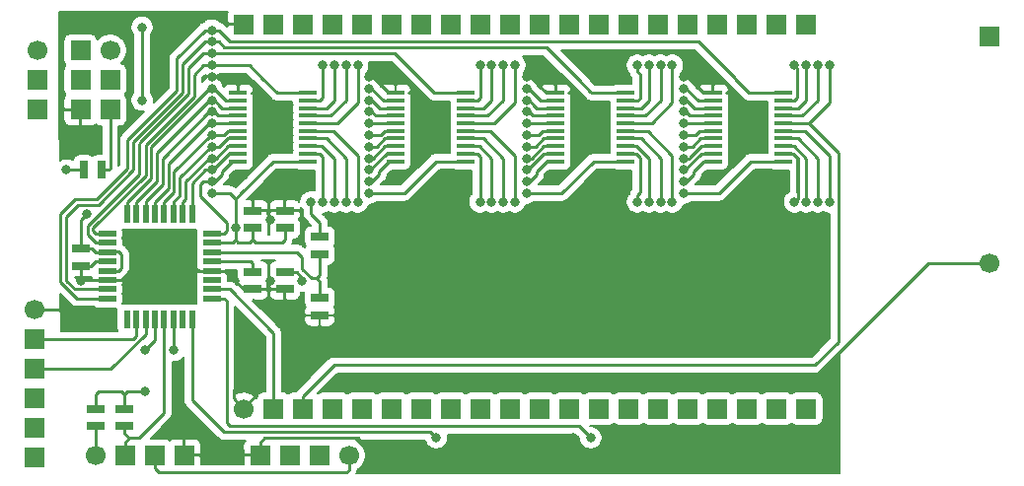
<source format=gbr>
G04 #@! TF.GenerationSoftware,KiCad,Pcbnew,(5.1.2-1)-1*
G04 #@! TF.CreationDate,2019-06-04T19:14:02+03:00*
G04 #@! TF.ProjectId,mag,6d61672e-6b69-4636-9164-5f7063625858,rev?*
G04 #@! TF.SameCoordinates,Original*
G04 #@! TF.FileFunction,Copper,L2,Bot*
G04 #@! TF.FilePolarity,Positive*
%FSLAX46Y46*%
G04 Gerber Fmt 4.6, Leading zero omitted, Abs format (unit mm)*
G04 Created by KiCad (PCBNEW (5.1.2-1)-1) date 2019-06-04 19:14:02*
%MOMM*%
%LPD*%
G04 APERTURE LIST*
%ADD10C,1.700000*%
%ADD11R,1.700000X1.700000*%
%ADD12R,1.500000X0.750000*%
%ADD13R,1.500000X0.550000*%
%ADD14R,0.550000X1.500000*%
%ADD15R,1.500000X0.400000*%
%ADD16R,0.750000X1.500000*%
%ADD17C,0.800000*%
%ADD18C,0.250000*%
%ADD19C,0.200000*%
G04 APERTURE END LIST*
D10*
X117750000Y-75000000D03*
D11*
X120290000Y-75000000D03*
X122830000Y-75000000D03*
X125370000Y-75000000D03*
X127910000Y-75000000D03*
X130450000Y-75000000D03*
X132990000Y-75000000D03*
X135530000Y-75000000D03*
X138070000Y-75000000D03*
X140610000Y-75000000D03*
X143150000Y-75000000D03*
X145690000Y-75000000D03*
X148230000Y-75000000D03*
X150770000Y-75000000D03*
X153310000Y-75000000D03*
X155850000Y-75000000D03*
X158390000Y-75000000D03*
X160930000Y-75000000D03*
X163470000Y-75000000D03*
X166010000Y-75000000D03*
X117750000Y-41980000D03*
X120290000Y-41980000D03*
X122830000Y-41980000D03*
X125370000Y-41980000D03*
X127910000Y-41980000D03*
X130450000Y-41980000D03*
X132990000Y-41980000D03*
X135530000Y-41980000D03*
X138070000Y-41980000D03*
X140610000Y-41980000D03*
X143150000Y-41980000D03*
X145690000Y-41980000D03*
X148230000Y-41980000D03*
X150770000Y-41980000D03*
X153310000Y-41980000D03*
X155850000Y-41980000D03*
X158390000Y-41980000D03*
X160930000Y-41980000D03*
X163470000Y-41980000D03*
X166010000Y-41980000D03*
X112620000Y-79000000D03*
X110080000Y-79000000D03*
X107540000Y-79000000D03*
D10*
X105000000Y-79000000D03*
D12*
X103750000Y-61250000D03*
X103750000Y-62750000D03*
X118500000Y-58000000D03*
X118500000Y-59500000D03*
X121250000Y-59500000D03*
X121250000Y-58000000D03*
X121250000Y-64750000D03*
X121250000Y-63250000D03*
X118500000Y-63250000D03*
X118500000Y-64750000D03*
D13*
X106000000Y-65550000D03*
X106000000Y-64750000D03*
X106000000Y-63950000D03*
X106000000Y-63150000D03*
X106000000Y-62350000D03*
X106000000Y-61550000D03*
X106000000Y-60750000D03*
X106000000Y-59950000D03*
D14*
X107700000Y-58250000D03*
X108500000Y-58250000D03*
X109300000Y-58250000D03*
X110100000Y-58250000D03*
X110900000Y-58250000D03*
X111700000Y-58250000D03*
X112500000Y-58250000D03*
X113300000Y-58250000D03*
D13*
X115000000Y-59950000D03*
X115000000Y-60750000D03*
X115000000Y-61550000D03*
X115000000Y-62350000D03*
X115000000Y-63150000D03*
X115000000Y-63950000D03*
X115000000Y-64750000D03*
X115000000Y-65550000D03*
D14*
X113300000Y-67300000D03*
X112500000Y-67300000D03*
X111700000Y-67300000D03*
X110900000Y-67300000D03*
X110100000Y-67300000D03*
X109300000Y-67300000D03*
X108500000Y-67300000D03*
X107700000Y-67300000D03*
D15*
X117250000Y-53750000D03*
X123250000Y-53750000D03*
X117250000Y-53100000D03*
X123250000Y-53100000D03*
X117250000Y-52450000D03*
X123250000Y-52450000D03*
X117250000Y-51800000D03*
X123250000Y-51800000D03*
X117250000Y-51150000D03*
X123250000Y-51150000D03*
X117250000Y-50500000D03*
X123250000Y-50500000D03*
X117250000Y-49850000D03*
X123250000Y-49850000D03*
X117250000Y-49200000D03*
X123250000Y-49200000D03*
X117250000Y-48550000D03*
X123250000Y-48550000D03*
X117250000Y-47900000D03*
X123250000Y-47900000D03*
X136750000Y-47900000D03*
X130750000Y-47900000D03*
X136750000Y-48550000D03*
X130750000Y-48550000D03*
X136750000Y-49200000D03*
X130750000Y-49200000D03*
X136750000Y-49850000D03*
X130750000Y-49850000D03*
X136750000Y-50500000D03*
X130750000Y-50500000D03*
X136750000Y-51150000D03*
X130750000Y-51150000D03*
X136750000Y-51800000D03*
X130750000Y-51800000D03*
X136750000Y-52450000D03*
X130750000Y-52450000D03*
X136750000Y-53100000D03*
X130750000Y-53100000D03*
X136750000Y-53750000D03*
X130750000Y-53750000D03*
D12*
X105000000Y-76500000D03*
X105000000Y-75000000D03*
X107500000Y-75000000D03*
X107500000Y-76500000D03*
D16*
X105500000Y-54500000D03*
X104000000Y-54500000D03*
D12*
X124250000Y-60250000D03*
X124250000Y-61750000D03*
X124250000Y-67000000D03*
X124250000Y-65500000D03*
D10*
X100000000Y-44250000D03*
D11*
X100000000Y-46790000D03*
X100000000Y-49330000D03*
D10*
X99750000Y-66500000D03*
D11*
X99750000Y-69040000D03*
X99750000Y-71580000D03*
X99750000Y-74120000D03*
X99750000Y-76660000D03*
X99750000Y-79200000D03*
D10*
X106250000Y-44250000D03*
D11*
X106250000Y-46790000D03*
X106250000Y-49330000D03*
X103710000Y-44250000D03*
X103710000Y-46790000D03*
X103710000Y-49330000D03*
X119130000Y-79000000D03*
X121670000Y-79000000D03*
X124210000Y-79000000D03*
D10*
X126750000Y-79000000D03*
X181750000Y-62500000D03*
D11*
X181750000Y-43000000D03*
D15*
X144500000Y-53750000D03*
X150500000Y-53750000D03*
X144500000Y-53100000D03*
X150500000Y-53100000D03*
X144500000Y-52450000D03*
X150500000Y-52450000D03*
X144500000Y-51800000D03*
X150500000Y-51800000D03*
X144500000Y-51150000D03*
X150500000Y-51150000D03*
X144500000Y-50500000D03*
X150500000Y-50500000D03*
X144500000Y-49850000D03*
X150500000Y-49850000D03*
X144500000Y-49200000D03*
X150500000Y-49200000D03*
X144500000Y-48550000D03*
X150500000Y-48550000D03*
X144500000Y-47900000D03*
X150500000Y-47900000D03*
X164000000Y-47900000D03*
X158000000Y-47900000D03*
X164000000Y-48550000D03*
X158000000Y-48550000D03*
X164000000Y-49200000D03*
X158000000Y-49200000D03*
X164000000Y-49850000D03*
X158000000Y-49850000D03*
X164000000Y-50500000D03*
X158000000Y-50500000D03*
X164000000Y-51150000D03*
X158000000Y-51150000D03*
X164000000Y-51800000D03*
X158000000Y-51800000D03*
X164000000Y-52450000D03*
X158000000Y-52450000D03*
X164000000Y-53100000D03*
X158000000Y-53100000D03*
X164000000Y-53750000D03*
X158000000Y-53750000D03*
D17*
X142000000Y-56500000D03*
X128500000Y-56500000D03*
X115000000Y-56500000D03*
X155500000Y-56500000D03*
X117000000Y-59500000D03*
X122737347Y-64012653D03*
X104250000Y-58250000D03*
X102500000Y-54500000D03*
X109250000Y-73500000D03*
X120000000Y-64000000D03*
X120000000Y-58750000D03*
X117750000Y-55000000D03*
X121000000Y-55000000D03*
X142000000Y-46500000D03*
X128500000Y-46500000D03*
X115000000Y-46500000D03*
X155500000Y-46500000D03*
X146000000Y-77500000D03*
X159250000Y-77500000D03*
X103750000Y-64000000D03*
X119000000Y-69250000D03*
X121500000Y-69250000D03*
X106000000Y-66750000D03*
X115000000Y-42500000D03*
X115000000Y-43500000D03*
X115000000Y-44500000D03*
X115000000Y-45500000D03*
X142000000Y-47500000D03*
X128500000Y-47500000D03*
X115000000Y-47500000D03*
X155500000Y-47500000D03*
X142000000Y-48500000D03*
X128500000Y-48500000D03*
X115000000Y-48500000D03*
X155500000Y-48500000D03*
X142000000Y-49500000D03*
X128500000Y-49500000D03*
X115000000Y-49500000D03*
X155500000Y-49500000D03*
X142000000Y-50500000D03*
X128500000Y-50500000D03*
X115000000Y-50500000D03*
X155500000Y-50500000D03*
X142000000Y-51500000D03*
X128500000Y-51500000D03*
X115000000Y-51500000D03*
X155500000Y-51500000D03*
X142000000Y-52500000D03*
X128500000Y-52500000D03*
X115000000Y-52500000D03*
X155500000Y-52500000D03*
X142000000Y-53500000D03*
X128500000Y-53500000D03*
X115000000Y-53500000D03*
X155500000Y-53500000D03*
X155500000Y-54500000D03*
X115000000Y-54500000D03*
X128500000Y-54500000D03*
X142000000Y-54500000D03*
X142000000Y-55500000D03*
X128500000Y-55500000D03*
X115000000Y-55500000D03*
X155500000Y-55500000D03*
X147500000Y-77500000D03*
X134250000Y-77500000D03*
X111750000Y-70000000D03*
X109250000Y-70000000D03*
X124500000Y-57250000D03*
X125500000Y-57250000D03*
X126500000Y-57250000D03*
X127500000Y-57250000D03*
X127500000Y-45500000D03*
X126500000Y-45500000D03*
X125500000Y-45500000D03*
X124500000Y-45500000D03*
X138000000Y-45500000D03*
X139000000Y-45500000D03*
X140000000Y-45500000D03*
X141000000Y-45500000D03*
X141000000Y-57250000D03*
X140000000Y-57250000D03*
X139000000Y-57250000D03*
X138000000Y-57250000D03*
X151500000Y-57250000D03*
X152500000Y-57250000D03*
X153500000Y-57250000D03*
X154500000Y-57250000D03*
X154500000Y-45500000D03*
X153500000Y-45500000D03*
X152500000Y-45500000D03*
X151500000Y-45500000D03*
X165000000Y-45500000D03*
X166000000Y-45500000D03*
X167000000Y-45500000D03*
X168000000Y-45500000D03*
X168000000Y-57250000D03*
X167000000Y-57250000D03*
X166000000Y-57250000D03*
X165000000Y-57250000D03*
X123500000Y-57250000D03*
X109000000Y-42250000D03*
X109000000Y-48500000D03*
D18*
X145000000Y-56500000D02*
X142000000Y-56500000D01*
X147750000Y-53750000D02*
X145000000Y-56500000D01*
X150250000Y-53750000D02*
X147750000Y-53750000D01*
X131500000Y-56500000D02*
X128500000Y-56500000D01*
X134250000Y-53750000D02*
X131500000Y-56500000D01*
X136750000Y-53750000D02*
X134250000Y-53750000D01*
X158500000Y-56500000D02*
X155500000Y-56500000D01*
X161250000Y-53750000D02*
X158500000Y-56500000D01*
X163750000Y-53750000D02*
X161250000Y-53750000D01*
X105000000Y-75000000D02*
X105000000Y-73750000D01*
X105000000Y-73750000D02*
X105250000Y-73500000D01*
X105250000Y-73500000D02*
X107250000Y-73500000D01*
X107250000Y-73500000D02*
X107500000Y-73750000D01*
X107500000Y-73750000D02*
X107500000Y-75000000D01*
X110080000Y-80100000D02*
X110480000Y-80500000D01*
X110080000Y-79000000D02*
X110080000Y-80100000D01*
X110480000Y-80500000D02*
X113500000Y-80500000D01*
X113500000Y-80500000D02*
X114750000Y-80500000D01*
X114750000Y-80500000D02*
X126500000Y-80500000D01*
X126500000Y-80500000D02*
X126750000Y-80250000D01*
X126750000Y-80250000D02*
X126750000Y-79000000D01*
X105000000Y-61550000D02*
X104700000Y-61250000D01*
X106000000Y-61550000D02*
X105000000Y-61550000D01*
X104700000Y-61250000D02*
X103750000Y-61250000D01*
X107000000Y-63150000D02*
X107250000Y-62900000D01*
X106000000Y-63150000D02*
X107000000Y-63150000D01*
X107250000Y-62900000D02*
X107250000Y-61750000D01*
X107250000Y-61750000D02*
X107000000Y-61500000D01*
X107000000Y-61500000D02*
X106000000Y-61500000D01*
X118250000Y-60750000D02*
X118500000Y-60500000D01*
X118500000Y-60500000D02*
X118500000Y-59500000D01*
X115000000Y-60750000D02*
X116000000Y-60750000D01*
X116000000Y-60750000D02*
X116750000Y-60750000D01*
X117000000Y-60500000D02*
X117000000Y-59500000D01*
X116750000Y-60750000D02*
X117000000Y-60500000D01*
X117250000Y-60750000D02*
X117000000Y-60500000D01*
X117500000Y-60750000D02*
X117250000Y-60750000D01*
X117500000Y-60750000D02*
X118250000Y-60750000D01*
X118500000Y-60500000D02*
X118750000Y-60750000D01*
X118750000Y-60750000D02*
X119750000Y-60750000D01*
X119750000Y-60750000D02*
X121000000Y-60750000D01*
X121000000Y-60750000D02*
X121250000Y-60500000D01*
X121250000Y-60500000D02*
X121250000Y-59500000D01*
X121250000Y-63250000D02*
X122250000Y-63250000D01*
X122250000Y-63250000D02*
X122750000Y-63750000D01*
X122737347Y-63762653D02*
X122737347Y-64012653D01*
X122750000Y-63750000D02*
X122737347Y-63762653D01*
X103750000Y-58750000D02*
X104250000Y-58250000D01*
X103750000Y-61250000D02*
X103750000Y-58750000D01*
X104000000Y-54500000D02*
X102500000Y-54500000D01*
X120250000Y-53750000D02*
X121000000Y-53750000D01*
X117500000Y-56500000D02*
X120250000Y-53750000D01*
X123250000Y-53750000D02*
X121000000Y-53750000D01*
X117000000Y-57000000D02*
X117500000Y-56500000D01*
X117000000Y-57000000D02*
X116500000Y-56500000D01*
X117000000Y-57250000D02*
X117000000Y-57000000D01*
X115000000Y-56500000D02*
X116500000Y-56500000D01*
X117000000Y-59500000D02*
X117000000Y-57250000D01*
X107500000Y-73750000D02*
X107750000Y-73500000D01*
X107750000Y-73500000D02*
X109000000Y-73500000D01*
X143700000Y-47900000D02*
X142199997Y-46399997D01*
X144250000Y-47900000D02*
X143700000Y-47900000D01*
X142199997Y-46399997D02*
X142000000Y-46399997D01*
X130200000Y-47900000D02*
X128699997Y-46399997D01*
X130750000Y-47900000D02*
X130200000Y-47900000D01*
X128699997Y-46399997D02*
X128500000Y-46399997D01*
X115199997Y-46399997D02*
X115000000Y-46399997D01*
X117250000Y-47900000D02*
X116700000Y-47900000D01*
X157200000Y-47900000D02*
X155699997Y-46399997D01*
X157750000Y-47900000D02*
X157200000Y-47900000D01*
X155699997Y-46399997D02*
X155500000Y-46399997D01*
X99750000Y-66500000D02*
X102250000Y-66500000D01*
X119130000Y-77900000D02*
X119530000Y-77500000D01*
X119130000Y-79000000D02*
X119130000Y-77900000D01*
X119530000Y-77500000D02*
X122750000Y-77500000D01*
X122750000Y-77500000D02*
X126000000Y-77500000D01*
X127500000Y-77500000D02*
X128000000Y-78000000D01*
X126000000Y-77500000D02*
X126500000Y-77500000D01*
X126500000Y-77500000D02*
X127250000Y-77500000D01*
X126500000Y-77500000D02*
X127500000Y-77500000D01*
X127250000Y-77500000D02*
X128250000Y-78500000D01*
X181750000Y-62500000D02*
X176500000Y-62500000D01*
X176500000Y-62500000D02*
X167000000Y-72000000D01*
X105000000Y-62350000D02*
X104600000Y-62750000D01*
X106000000Y-62350000D02*
X105000000Y-62350000D01*
X104600000Y-62750000D02*
X103750000Y-62750000D01*
X103750000Y-62750000D02*
X103750000Y-64000000D01*
X103800000Y-63950000D02*
X103750000Y-64000000D01*
X106000000Y-63950000D02*
X103800000Y-63950000D01*
X117700000Y-64750000D02*
X116100000Y-63150000D01*
X118500000Y-64750000D02*
X117700000Y-64750000D01*
X115000000Y-63150000D02*
X116100000Y-63150000D01*
X116900001Y-74150001D02*
X116900001Y-73349999D01*
X117750000Y-75000000D02*
X116900001Y-74150001D01*
X116900001Y-73349999D02*
X117000000Y-73250000D01*
X106000000Y-63950000D02*
X107450000Y-63950000D01*
X115000000Y-63150000D02*
X113650000Y-63150000D01*
X120000000Y-58750000D02*
X120000000Y-58500000D01*
X120000000Y-58500000D02*
X119750000Y-58250000D01*
X119750000Y-58250000D02*
X119750000Y-58000000D01*
X120000000Y-64000000D02*
X119750000Y-64250000D01*
X119750000Y-64250000D02*
X119750000Y-64750000D01*
X115000000Y-62350000D02*
X118350000Y-62350000D01*
X118350000Y-62350000D02*
X118500000Y-62500000D01*
X118500000Y-62500000D02*
X118500000Y-63250000D01*
X161100012Y-47900000D02*
X163750000Y-47900000D01*
X159850006Y-46649994D02*
X161100012Y-47900000D01*
X159850006Y-46600006D02*
X159850006Y-46649994D01*
X115565685Y-42500000D02*
X116565685Y-43500000D01*
X156750000Y-43500000D02*
X159850006Y-46600006D01*
X116565685Y-43500000D02*
X156750000Y-43500000D01*
X115000000Y-42500000D02*
X115565685Y-42500000D01*
X112000000Y-47704360D02*
X112000000Y-44934315D01*
X107750000Y-51954360D02*
X112000000Y-47704360D01*
X114434315Y-42500000D02*
X115000000Y-42500000D01*
X107750000Y-54363590D02*
X107750000Y-51954360D01*
X105113590Y-57000000D02*
X107750000Y-54363590D01*
X112000000Y-44934315D02*
X114434315Y-42500000D01*
X103250000Y-57000000D02*
X105113590Y-57000000D01*
X102000000Y-58250000D02*
X103250000Y-57000000D01*
X103413590Y-65550000D02*
X102000000Y-64136410D01*
X102000000Y-64136410D02*
X102000000Y-58250000D01*
X106000000Y-65550000D02*
X103413590Y-65550000D01*
X146475006Y-46774994D02*
X146350006Y-46649994D01*
X147600012Y-47900000D02*
X147475006Y-47774994D01*
X150250000Y-47900000D02*
X147600012Y-47900000D01*
X147475006Y-47774994D02*
X146475006Y-46774994D01*
X115565685Y-43500000D02*
X116065685Y-44000000D01*
X115000000Y-43500000D02*
X115565685Y-43500000D01*
X143700012Y-44000000D02*
X143850006Y-44149994D01*
X116065685Y-44000000D02*
X143700012Y-44000000D01*
X143850006Y-44149994D02*
X146475006Y-46774994D01*
X114434315Y-43500000D02*
X115000000Y-43500000D01*
X108250000Y-54500000D02*
X108250000Y-52090770D01*
X105250000Y-57500000D02*
X108250000Y-54500000D01*
X112500000Y-45434315D02*
X114434315Y-43500000D01*
X102500000Y-64000000D02*
X102500000Y-58500000D01*
X108250000Y-52090770D02*
X112500000Y-47840770D01*
X103250000Y-64750000D02*
X102500000Y-64000000D01*
X103500000Y-57500000D02*
X105250000Y-57500000D01*
X112500000Y-47840770D02*
X112500000Y-45434315D01*
X102500000Y-58500000D02*
X103500000Y-57500000D01*
X106000000Y-64750000D02*
X103250000Y-64750000D01*
X134100012Y-47900000D02*
X136750000Y-47900000D01*
X130700012Y-44500000D02*
X134100012Y-47900000D01*
X115000000Y-44500000D02*
X130700012Y-44500000D01*
X108849981Y-52150019D02*
X108849982Y-52127198D01*
X108750000Y-52250000D02*
X108849981Y-52150019D01*
X114250000Y-44500000D02*
X115000000Y-44500000D01*
X108750000Y-54863590D02*
X108750000Y-52250000D01*
X104299991Y-60049991D02*
X104299991Y-59313599D01*
X108849982Y-52127198D02*
X113000000Y-47977180D01*
X104299991Y-59313599D02*
X108750000Y-54863590D01*
X105000000Y-60750000D02*
X104299991Y-60049991D01*
X113000000Y-45750000D02*
X114250000Y-44500000D01*
X113000000Y-47977180D02*
X113000000Y-45750000D01*
X106000000Y-60750000D02*
X105000000Y-60750000D01*
X123250000Y-47900000D02*
X120600012Y-47900000D01*
X115000000Y-45500000D02*
X118200012Y-45500000D01*
X118200012Y-45500000D02*
X119350006Y-46649994D01*
X120600012Y-47900000D02*
X119350006Y-46649994D01*
X114250000Y-45500000D02*
X115000000Y-45500000D01*
X109299991Y-52313599D02*
X113450010Y-48163580D01*
X109299991Y-54950009D02*
X109299991Y-52313599D01*
X104750000Y-59500000D02*
X109299991Y-54950009D01*
X104750000Y-59700000D02*
X104750000Y-59500000D01*
X113450010Y-48163580D02*
X113450010Y-46299990D01*
X105000000Y-59950000D02*
X104750000Y-59700000D01*
X113450010Y-46299990D02*
X114250000Y-45500000D01*
X106000000Y-59950000D02*
X105000000Y-59950000D01*
X143223002Y-48550000D02*
X142073002Y-47400001D01*
X144250000Y-48549999D02*
X143223002Y-48550000D01*
X142073002Y-47400001D02*
X142000000Y-47400000D01*
X129723002Y-48550000D02*
X128573002Y-47400001D01*
X130750000Y-48549999D02*
X129723002Y-48550000D01*
X128573002Y-47400001D02*
X128500000Y-47400000D01*
X115073002Y-47400001D02*
X115000000Y-47400000D01*
X117250000Y-48549999D02*
X116223002Y-48550000D01*
X116223002Y-48550000D02*
X115073002Y-47400001D01*
X156723002Y-48550000D02*
X155573002Y-47400001D01*
X157750000Y-48549999D02*
X156723002Y-48550000D01*
X155573002Y-47400001D02*
X155500000Y-47400000D01*
X114750000Y-47500000D02*
X115000000Y-47500000D01*
X109750000Y-52500000D02*
X114750000Y-47500000D01*
X109750000Y-55200000D02*
X109750000Y-52500000D01*
X107700000Y-57250000D02*
X109750000Y-55200000D01*
X107700000Y-58250000D02*
X107700000Y-57250000D01*
X142873002Y-49200000D02*
X142725001Y-49051999D01*
X144250000Y-49200000D02*
X142873002Y-49200000D01*
X142073002Y-48399999D02*
X142000000Y-48400000D01*
X142725001Y-49051999D02*
X142073002Y-48399999D01*
X129373002Y-49200000D02*
X129225001Y-49051999D01*
X130750000Y-49200000D02*
X129373002Y-49200000D01*
X129225001Y-49051999D02*
X128573002Y-48399999D01*
X128573002Y-48399999D02*
X128500000Y-48400000D01*
X115725001Y-49051999D02*
X115073002Y-48399999D01*
X115073002Y-48399999D02*
X115000000Y-48400000D01*
X115873002Y-49200000D02*
X115725001Y-49051999D01*
X117250000Y-49200000D02*
X115873002Y-49200000D01*
X156373002Y-49200000D02*
X156225001Y-49051999D01*
X157750000Y-49200000D02*
X156373002Y-49200000D01*
X155573002Y-48399999D02*
X155500000Y-48400000D01*
X156225001Y-49051999D02*
X155573002Y-48399999D01*
X110250000Y-53000000D02*
X114750000Y-48500000D01*
X110250000Y-55500000D02*
X110250000Y-53000000D01*
X114750000Y-48500000D02*
X115000000Y-48500000D01*
X108500000Y-57250000D02*
X110250000Y-55500000D01*
X108500000Y-58250000D02*
X108500000Y-57250000D01*
X142523002Y-49850000D02*
X142073002Y-49400000D01*
X144250000Y-49850000D02*
X142523002Y-49850000D01*
X142073002Y-49400000D02*
X142000000Y-49400000D01*
X130750000Y-49850000D02*
X129023002Y-49850000D01*
X129023002Y-49850000D02*
X128573002Y-49400000D01*
X128573002Y-49400000D02*
X128500000Y-49400000D01*
X115073002Y-49400000D02*
X115000000Y-49400000D01*
X117250000Y-49850000D02*
X115523002Y-49850000D01*
X115523002Y-49850000D02*
X115073002Y-49400000D01*
X156023002Y-49850000D02*
X155573002Y-49400000D01*
X157750000Y-49850000D02*
X156023002Y-49850000D01*
X155573002Y-49400000D02*
X155500000Y-49400000D01*
X114750000Y-49500000D02*
X115000000Y-49500000D01*
X110750000Y-53500000D02*
X114750000Y-49500000D01*
X110750000Y-55750000D02*
X110750000Y-53500000D01*
X109300000Y-57200000D02*
X110750000Y-55750000D01*
X109300000Y-58250000D02*
X109300000Y-57200000D01*
X142100000Y-50500000D02*
X142000000Y-50400000D01*
X144250000Y-50500001D02*
X142100000Y-50500000D01*
X130750000Y-50500001D02*
X128600000Y-50500000D01*
X128600000Y-50500000D02*
X128500000Y-50400000D01*
X117250000Y-50500001D02*
X115100000Y-50500000D01*
X115100000Y-50500000D02*
X115000000Y-50400000D01*
X155600000Y-50500000D02*
X155500000Y-50400000D01*
X157750000Y-50500001D02*
X155600000Y-50500000D01*
X111250000Y-54000000D02*
X114750000Y-50500000D01*
X111250000Y-56100000D02*
X111250000Y-54000000D01*
X114750000Y-50500000D02*
X115000000Y-50500000D01*
X110100000Y-57250000D02*
X111250000Y-56100000D01*
X110100000Y-58250000D02*
X110100000Y-57250000D01*
X116000000Y-51500000D02*
X115000000Y-51500000D01*
X116350000Y-51150000D02*
X116000000Y-51500000D01*
X117500000Y-51150000D02*
X116350000Y-51150000D01*
X129500000Y-51500000D02*
X128500000Y-51500000D01*
X129850000Y-51150000D02*
X129500000Y-51500000D01*
X131000000Y-51150000D02*
X129850000Y-51150000D01*
X143000000Y-51500000D02*
X142000000Y-51500000D01*
X143350000Y-51150000D02*
X143000000Y-51500000D01*
X144500000Y-51150000D02*
X143350000Y-51150000D01*
X158000000Y-51150000D02*
X156850000Y-51150000D01*
X156500000Y-51500000D02*
X155500000Y-51500000D01*
X156850000Y-51150000D02*
X156500000Y-51500000D01*
X110900000Y-57250000D02*
X111750000Y-56400000D01*
X110900000Y-58250000D02*
X110900000Y-57250000D01*
X111750000Y-56400000D02*
X111750000Y-55250000D01*
X111750000Y-55250000D02*
X111750000Y-54750000D01*
X114926998Y-51500000D02*
X111750000Y-54676998D01*
X111750000Y-54676998D02*
X111750000Y-55250000D01*
X115000000Y-51500000D02*
X114926998Y-51500000D01*
X117500000Y-51800000D02*
X116450000Y-51800000D01*
X131000000Y-51800000D02*
X129950000Y-51800000D01*
X143450000Y-51800000D02*
X142750000Y-52500000D01*
X144500000Y-51800000D02*
X143450000Y-51800000D01*
X142750000Y-52500000D02*
X142000000Y-52500000D01*
X142073001Y-52400000D02*
X142000000Y-52400000D01*
X128573001Y-52400000D02*
X128500000Y-52400000D01*
X115073001Y-52400000D02*
X115000000Y-52400000D01*
X158000000Y-51800000D02*
X156950000Y-51800000D01*
X156250000Y-52500000D02*
X155500000Y-52500000D01*
X156950000Y-51800000D02*
X156250000Y-52500000D01*
X115636410Y-52500000D02*
X115565685Y-52500000D01*
X116336410Y-51800000D02*
X115636410Y-52500000D01*
X115565685Y-52500000D02*
X115000000Y-52500000D01*
X117250000Y-51800000D02*
X116336410Y-51800000D01*
X129065685Y-52500000D02*
X128500000Y-52500000D01*
X129136410Y-52500000D02*
X129065685Y-52500000D01*
X129836410Y-51800000D02*
X129136410Y-52500000D01*
X130750000Y-51800000D02*
X129836410Y-51800000D01*
X111700000Y-57250000D02*
X111700000Y-58250000D01*
X112250000Y-56700000D02*
X111700000Y-57250000D01*
X112250000Y-55176998D02*
X112250000Y-56700000D01*
X114926998Y-52500000D02*
X112250000Y-55176998D01*
X115000000Y-52500000D02*
X114926998Y-52500000D01*
X142073002Y-53400000D02*
X142000000Y-53400000D01*
X128573002Y-53400000D02*
X128500000Y-53400000D01*
X115073002Y-53400000D02*
X115000000Y-53400000D01*
X156000000Y-53450000D02*
X156000000Y-53463590D01*
X157000000Y-52450000D02*
X156000000Y-53450000D01*
X158000000Y-52450000D02*
X157000000Y-52450000D01*
X155963590Y-53500000D02*
X155500000Y-53500000D01*
X156000000Y-53463590D02*
X155963590Y-53500000D01*
X130000000Y-52450000D02*
X131000000Y-52450000D01*
X143500000Y-52450000D02*
X144500000Y-52450000D01*
X142450000Y-53500000D02*
X143500000Y-52450000D01*
X142000000Y-53500000D02*
X142450000Y-53500000D01*
X116500000Y-52450000D02*
X117500000Y-52450000D01*
X115314998Y-53500000D02*
X115000000Y-53500000D01*
X116364998Y-52450000D02*
X115314998Y-53500000D01*
X117250000Y-52450000D02*
X116364998Y-52450000D01*
X128814998Y-53500000D02*
X128500000Y-53500000D01*
X129864998Y-52450000D02*
X128814998Y-53500000D01*
X130750000Y-52450000D02*
X129864998Y-52450000D01*
X112500000Y-57250000D02*
X112500000Y-58250000D01*
X112750000Y-57000000D02*
X112500000Y-57250000D01*
X112750000Y-55500000D02*
X112750000Y-57000000D01*
X114750000Y-53500000D02*
X112750000Y-55500000D01*
X115000000Y-53500000D02*
X114750000Y-53500000D01*
X117500000Y-53100000D02*
X116500000Y-53100000D01*
X131000000Y-53100000D02*
X130000000Y-53100000D01*
X143500000Y-53100000D02*
X142100000Y-54500000D01*
X144500000Y-53100000D02*
X143500000Y-53100000D01*
X142073002Y-54400000D02*
X142000000Y-54400000D01*
X128573002Y-54400000D02*
X128500000Y-54400000D01*
X115073002Y-54400000D02*
X115000000Y-54400000D01*
X113300000Y-58250000D02*
X113300000Y-55634315D01*
X114434315Y-54500000D02*
X115000000Y-54500000D01*
X113300000Y-55634315D02*
X114434315Y-54500000D01*
X155600000Y-54500000D02*
X155500000Y-54500000D01*
X157000000Y-53100000D02*
X155600000Y-54500000D01*
X158000000Y-53100000D02*
X157000000Y-53100000D01*
X116473002Y-53100000D02*
X115073002Y-54500000D01*
X115073002Y-54500000D02*
X115000000Y-54500000D01*
X117250000Y-53100000D02*
X116473002Y-53100000D01*
X128573002Y-54500000D02*
X128500000Y-54500000D01*
X129973002Y-53100000D02*
X128573002Y-54500000D01*
X130750000Y-53100000D02*
X129973002Y-53100000D01*
X142000000Y-55450000D02*
X142000000Y-55500000D01*
X130750000Y-53750000D02*
X130200000Y-53750000D01*
X128500000Y-55450000D02*
X128500000Y-55500000D01*
X115000000Y-55450000D02*
X115000000Y-55500000D01*
X117250000Y-53750000D02*
X116700000Y-53750000D01*
X157200000Y-53750000D02*
X157750000Y-53750000D01*
X155750000Y-55500000D02*
X156350000Y-54900000D01*
X156350000Y-54600000D02*
X157200000Y-53750000D01*
X156350000Y-54900000D02*
X156350000Y-54600000D01*
X155500000Y-55500000D02*
X155750000Y-55500000D01*
X143700000Y-53750000D02*
X144250000Y-53750000D01*
X142850000Y-54600000D02*
X143700000Y-53750000D01*
X142850000Y-54900000D02*
X142850000Y-54600000D01*
X142250000Y-55500000D02*
X142850000Y-54900000D01*
X142000000Y-55500000D02*
X142250000Y-55500000D01*
X130200000Y-53750000D02*
X130750000Y-53750000D01*
X129350000Y-54600000D02*
X130200000Y-53750000D01*
X129350000Y-54900000D02*
X129350000Y-54600000D01*
X128750000Y-55500000D02*
X129350000Y-54900000D01*
X128500000Y-55500000D02*
X128750000Y-55500000D01*
X115850000Y-54600000D02*
X116700000Y-53750000D01*
X116700000Y-53750000D02*
X117250000Y-53750000D01*
X115850000Y-54900000D02*
X115850000Y-54600000D01*
X115250000Y-55500000D02*
X115850000Y-54900000D01*
X115000000Y-55500000D02*
X115250000Y-55500000D01*
X116250000Y-59000000D02*
X116250000Y-59700000D01*
X114250000Y-55500000D02*
X114000000Y-55750000D01*
X114000000Y-55750000D02*
X114000000Y-56750000D01*
X116000000Y-59950000D02*
X115000000Y-59950000D01*
X116250000Y-59700000D02*
X116000000Y-59950000D01*
X114000000Y-56750000D02*
X116250000Y-59000000D01*
X115000000Y-55500000D02*
X114250000Y-55500000D01*
X115000000Y-59950000D02*
X115800000Y-59950000D01*
X123950000Y-63800000D02*
X124250000Y-63500000D01*
X124250000Y-63500000D02*
X124250000Y-61750000D01*
X124250000Y-64100000D02*
X123950000Y-63800000D01*
X124250000Y-65500000D02*
X124250000Y-64100000D01*
X123950000Y-63800000D02*
X123550000Y-63800000D01*
X123550000Y-63800000D02*
X122750000Y-63000000D01*
X122750000Y-63000000D02*
X122750000Y-62000000D01*
X122300000Y-61550000D02*
X122750000Y-62000000D01*
X115000000Y-61550000D02*
X122300000Y-61550000D01*
X120290000Y-75000000D02*
X120290000Y-68540000D01*
X120290000Y-68540000D02*
X116500000Y-64750000D01*
X116500000Y-64750000D02*
X115000000Y-64750000D01*
X116500000Y-76500000D02*
X146500000Y-76500000D01*
X116250000Y-76250000D02*
X116500000Y-76500000D01*
X146500000Y-76500000D02*
X147500000Y-77500000D01*
X116050000Y-65550000D02*
X116250000Y-65750000D01*
X116250000Y-65750000D02*
X116250000Y-76250000D01*
X115000000Y-65550000D02*
X116050000Y-65550000D01*
X113300000Y-67300000D02*
X113300000Y-74300000D01*
X113300000Y-74300000D02*
X116000000Y-77000000D01*
X133750000Y-77000000D02*
X134250000Y-77500000D01*
X116000000Y-77000000D02*
X133750000Y-77000000D01*
X105000000Y-79000000D02*
X105000000Y-76500000D01*
X111700000Y-69950000D02*
X111750000Y-70000000D01*
X111700000Y-67300000D02*
X111700000Y-69950000D01*
X107540000Y-77900000D02*
X107940000Y-77500000D01*
X107540000Y-79000000D02*
X107540000Y-77900000D01*
X107875000Y-77500000D02*
X107940000Y-77500000D01*
X107500000Y-77125000D02*
X107875000Y-77500000D01*
X107500000Y-76500000D02*
X107500000Y-77125000D01*
X110900000Y-75350000D02*
X110900000Y-73350000D01*
X108750000Y-77500000D02*
X110900000Y-75350000D01*
X107940000Y-77500000D02*
X108750000Y-77500000D01*
X110900000Y-67300000D02*
X110900000Y-73350000D01*
X106250000Y-49250000D02*
X106250000Y-49500000D01*
X106125000Y-54500000D02*
X106250000Y-54375000D01*
X105500000Y-54500000D02*
X106125000Y-54500000D01*
X110100000Y-69150000D02*
X109250000Y-70000000D01*
X110100000Y-67300000D02*
X110100000Y-69150000D01*
X106250000Y-54375000D02*
X106250000Y-53250000D01*
X106250000Y-53250000D02*
X106250000Y-49250000D01*
X106250000Y-53375000D02*
X106250000Y-53250000D01*
X106306410Y-71580000D02*
X105420000Y-71580000D01*
X109300000Y-68586410D02*
X106306410Y-71580000D01*
X109300000Y-67300000D02*
X109300000Y-68586410D01*
X99750000Y-71580000D02*
X105420000Y-71580000D01*
X108500000Y-67300000D02*
X108500000Y-68750000D01*
X108210000Y-69040000D02*
X107290000Y-69040000D01*
X108500000Y-68750000D02*
X108210000Y-69040000D01*
X99750000Y-69040000D02*
X107290000Y-69040000D01*
X124250000Y-53100000D02*
X123250000Y-53100000D01*
X124500000Y-53350000D02*
X124250000Y-53100000D01*
X124500000Y-57250000D02*
X124500000Y-53350000D01*
X123250000Y-52450000D02*
X124450000Y-52450000D01*
X125500000Y-53500000D02*
X125500000Y-57250000D01*
X124450000Y-52450000D02*
X125500000Y-53500000D01*
X123250000Y-51800000D02*
X124800000Y-51800000D01*
X126500000Y-53500000D02*
X126500000Y-57250000D01*
X124800000Y-51800000D02*
X126500000Y-53500000D01*
X123250000Y-51150000D02*
X125400000Y-51150000D01*
X127500000Y-53250000D02*
X127500000Y-57250000D01*
X125400000Y-51150000D02*
X127500000Y-53250000D01*
X125750000Y-50500000D02*
X127500000Y-48750000D01*
X127500000Y-48750000D02*
X127500000Y-45500000D01*
X123250000Y-50500000D02*
X125750000Y-50500000D01*
X125150000Y-49850000D02*
X126500000Y-48500000D01*
X126500000Y-48500000D02*
X126500000Y-45500000D01*
X123250000Y-49850000D02*
X125150000Y-49850000D01*
X124800000Y-49200000D02*
X125500000Y-48500000D01*
X125500000Y-48500000D02*
X125500000Y-45500000D01*
X123250000Y-49200000D02*
X124800000Y-49200000D01*
X124500000Y-48300000D02*
X124500000Y-45500000D01*
X123250000Y-48550000D02*
X124250000Y-48550000D01*
X124250000Y-48550000D02*
X124500000Y-48300000D01*
X138000000Y-48300000D02*
X138000000Y-45500000D01*
X137750000Y-48550000D02*
X138000000Y-48300000D01*
X136750000Y-48550000D02*
X137750000Y-48550000D01*
X136750000Y-49200000D02*
X138300000Y-49200000D01*
X138300000Y-49200000D02*
X139000000Y-48500000D01*
X139000000Y-48500000D02*
X139000000Y-45500000D01*
X140000000Y-48500000D02*
X140000000Y-45500000D01*
X138650000Y-49850000D02*
X140000000Y-48500000D01*
X136750000Y-49850000D02*
X138650000Y-49850000D01*
X139250000Y-50500000D02*
X141000000Y-48750000D01*
X141000000Y-48750000D02*
X141000000Y-45500000D01*
X136750000Y-50500000D02*
X139250000Y-50500000D01*
X136750000Y-51150000D02*
X138900000Y-51150000D01*
X141000000Y-53250000D02*
X141000000Y-57250000D01*
X138900000Y-51150000D02*
X141000000Y-53250000D01*
X140000000Y-53500000D02*
X140000000Y-57250000D01*
X138300000Y-51800000D02*
X140000000Y-53500000D01*
X136750000Y-51800000D02*
X138300000Y-51800000D01*
X137950000Y-52450000D02*
X139000000Y-53500000D01*
X139000000Y-53500000D02*
X139000000Y-57250000D01*
X136750000Y-52450000D02*
X137950000Y-52450000D01*
X138000000Y-57250000D02*
X138000000Y-53350000D01*
X138000000Y-53350000D02*
X137750000Y-53100000D01*
X137750000Y-53100000D02*
X136750000Y-53100000D01*
X151385002Y-53100000D02*
X151750000Y-53464998D01*
X150500000Y-53100000D02*
X151385002Y-53100000D01*
X151750000Y-56434315D02*
X151500000Y-56684315D01*
X151500000Y-56684315D02*
X151500000Y-57250000D01*
X151750000Y-53464998D02*
X151750000Y-56434315D01*
X151450000Y-52450000D02*
X152500000Y-53500000D01*
X152500000Y-53500000D02*
X152500000Y-57250000D01*
X150250000Y-52450000D02*
X151450000Y-52450000D01*
X153500000Y-53500000D02*
X153500000Y-57250000D01*
X151800000Y-51800000D02*
X153500000Y-53500000D01*
X150250000Y-51800000D02*
X151800000Y-51800000D01*
X150250000Y-51150000D02*
X152400000Y-51150000D01*
X154500000Y-53250000D02*
X154500000Y-57250000D01*
X152400000Y-51150000D02*
X154500000Y-53250000D01*
X152750000Y-50500000D02*
X154500000Y-48750000D01*
X154500000Y-48750000D02*
X154500000Y-45500000D01*
X150250000Y-50500000D02*
X152750000Y-50500000D01*
X153500000Y-48500000D02*
X153500000Y-45500000D01*
X152150000Y-49850000D02*
X153500000Y-48500000D01*
X150250000Y-49850000D02*
X152150000Y-49850000D01*
X150250000Y-49200000D02*
X151800000Y-49200000D01*
X151800000Y-49200000D02*
X152500000Y-48500000D01*
X152500000Y-48500000D02*
X152500000Y-45500000D01*
X151500000Y-48550000D02*
X150500000Y-48550000D01*
X151717158Y-48332842D02*
X151500000Y-48550000D01*
X151717158Y-46282842D02*
X151717158Y-48332842D01*
X151500000Y-46065685D02*
X151717158Y-46282842D01*
X151500000Y-45500000D02*
X151500000Y-46065685D01*
X165250000Y-48300000D02*
X165000000Y-48550000D01*
X165250000Y-45750000D02*
X165250000Y-48300000D01*
X165000000Y-48550000D02*
X164000000Y-48550000D01*
X165000000Y-45500000D02*
X165250000Y-45750000D01*
X163750000Y-49200000D02*
X165300000Y-49200000D01*
X165300000Y-49200000D02*
X166000000Y-48500000D01*
X166000000Y-48500000D02*
X166000000Y-45500000D01*
X167000000Y-48500000D02*
X167000000Y-45500000D01*
X165650000Y-49850000D02*
X167000000Y-48500000D01*
X163750000Y-49850000D02*
X165650000Y-49850000D01*
X166250000Y-50500000D02*
X168000000Y-48750000D01*
X168000000Y-48750000D02*
X168000000Y-45500000D01*
X163750000Y-50500000D02*
X166250000Y-50500000D01*
X164000000Y-50500000D02*
X166250000Y-50500000D01*
X166250000Y-50500000D02*
X168750000Y-53000000D01*
X168750000Y-53000000D02*
X168750000Y-69250000D01*
X168750000Y-69250000D02*
X166750000Y-71250000D01*
X125480000Y-71250000D02*
X126500000Y-71250000D01*
X122830000Y-73900000D02*
X125480000Y-71250000D01*
X122830000Y-75000000D02*
X122830000Y-73900000D01*
X166750000Y-71250000D02*
X126500000Y-71250000D01*
X163750000Y-51150000D02*
X165900000Y-51150000D01*
X168000000Y-53250000D02*
X168000000Y-57250000D01*
X165900000Y-51150000D02*
X168000000Y-53250000D01*
X167000000Y-53500000D02*
X167000000Y-57250000D01*
X165300000Y-51800000D02*
X167000000Y-53500000D01*
X163750000Y-51800000D02*
X165300000Y-51800000D01*
X164950000Y-52450000D02*
X166000000Y-53500000D01*
X166000000Y-53500000D02*
X166000000Y-57250000D01*
X163750000Y-52450000D02*
X164950000Y-52450000D01*
X164000000Y-53100000D02*
X164885002Y-53100000D01*
X165250000Y-53464998D02*
X165250000Y-56434315D01*
X165274999Y-56975001D02*
X165274999Y-53489997D01*
X164892501Y-53107499D02*
X165250000Y-53464998D01*
X165274999Y-53489997D02*
X164892501Y-53107499D01*
X165000000Y-57250000D02*
X165274999Y-56975001D01*
X164885002Y-53100000D02*
X164892501Y-53107499D01*
X124250000Y-60250000D02*
X124250000Y-59000000D01*
X123500000Y-58250000D02*
X123500000Y-57250000D01*
X124250000Y-59000000D02*
X123500000Y-58250000D01*
X109000000Y-48500000D02*
X109000000Y-42250000D01*
D19*
G36*
X168900000Y-80550000D02*
G01*
X127411715Y-80550000D01*
X127423053Y-80528788D01*
X127464509Y-80392125D01*
X127475000Y-80285607D01*
X127475000Y-80285598D01*
X127477755Y-80257630D01*
X127674321Y-80126289D01*
X127876289Y-79924321D01*
X128034973Y-79686833D01*
X128144277Y-79422949D01*
X128200000Y-79142813D01*
X128200000Y-78857187D01*
X128144277Y-78577051D01*
X128034973Y-78313167D01*
X127876289Y-78075679D01*
X127674321Y-77873711D01*
X127451759Y-77725000D01*
X133275164Y-77725000D01*
X133288429Y-77791689D01*
X133363811Y-77973678D01*
X133473249Y-78137463D01*
X133612537Y-78276751D01*
X133776322Y-78386189D01*
X133958311Y-78461571D01*
X134151509Y-78500000D01*
X134348491Y-78500000D01*
X134541689Y-78461571D01*
X134723678Y-78386189D01*
X134887463Y-78276751D01*
X135026751Y-78137463D01*
X135136189Y-77973678D01*
X135211571Y-77791689D01*
X135250000Y-77598491D01*
X135250000Y-77401509D01*
X135214891Y-77225000D01*
X146199696Y-77225000D01*
X146500000Y-77525305D01*
X146500000Y-77598491D01*
X146538429Y-77791689D01*
X146613811Y-77973678D01*
X146723249Y-78137463D01*
X146862537Y-78276751D01*
X147026322Y-78386189D01*
X147208311Y-78461571D01*
X147401509Y-78500000D01*
X147598491Y-78500000D01*
X147791689Y-78461571D01*
X147973678Y-78386189D01*
X148137463Y-78276751D01*
X148276751Y-78137463D01*
X148386189Y-77973678D01*
X148461571Y-77791689D01*
X148500000Y-77598491D01*
X148500000Y-77401509D01*
X148461571Y-77208311D01*
X148386189Y-77026322D01*
X148276751Y-76862537D01*
X148137463Y-76723249D01*
X147973678Y-76613811D01*
X147791689Y-76538429D01*
X147598491Y-76500000D01*
X147525305Y-76500000D01*
X147478207Y-76452903D01*
X149080000Y-76452903D01*
X149197621Y-76441318D01*
X149310721Y-76407010D01*
X149414955Y-76351296D01*
X149500000Y-76281501D01*
X149585045Y-76351296D01*
X149689279Y-76407010D01*
X149802379Y-76441318D01*
X149920000Y-76452903D01*
X151620000Y-76452903D01*
X151737621Y-76441318D01*
X151850721Y-76407010D01*
X151954955Y-76351296D01*
X152040000Y-76281501D01*
X152125045Y-76351296D01*
X152229279Y-76407010D01*
X152342379Y-76441318D01*
X152460000Y-76452903D01*
X154160000Y-76452903D01*
X154277621Y-76441318D01*
X154390721Y-76407010D01*
X154494955Y-76351296D01*
X154580000Y-76281501D01*
X154665045Y-76351296D01*
X154769279Y-76407010D01*
X154882379Y-76441318D01*
X155000000Y-76452903D01*
X156700000Y-76452903D01*
X156817621Y-76441318D01*
X156930721Y-76407010D01*
X157034955Y-76351296D01*
X157120000Y-76281501D01*
X157205045Y-76351296D01*
X157309279Y-76407010D01*
X157422379Y-76441318D01*
X157540000Y-76452903D01*
X159240000Y-76452903D01*
X159357621Y-76441318D01*
X159470721Y-76407010D01*
X159574955Y-76351296D01*
X159660000Y-76281501D01*
X159745045Y-76351296D01*
X159849279Y-76407010D01*
X159962379Y-76441318D01*
X160080000Y-76452903D01*
X161780000Y-76452903D01*
X161897621Y-76441318D01*
X162010721Y-76407010D01*
X162114955Y-76351296D01*
X162200000Y-76281501D01*
X162285045Y-76351296D01*
X162389279Y-76407010D01*
X162502379Y-76441318D01*
X162620000Y-76452903D01*
X164320000Y-76452903D01*
X164437621Y-76441318D01*
X164550721Y-76407010D01*
X164654955Y-76351296D01*
X164740000Y-76281501D01*
X164825045Y-76351296D01*
X164929279Y-76407010D01*
X165042379Y-76441318D01*
X165160000Y-76452903D01*
X166860000Y-76452903D01*
X166977621Y-76441318D01*
X167090721Y-76407010D01*
X167194955Y-76351296D01*
X167286317Y-76276317D01*
X167361296Y-76184955D01*
X167417010Y-76080721D01*
X167451318Y-75967621D01*
X167462903Y-75850000D01*
X167462903Y-74150000D01*
X167451318Y-74032379D01*
X167417010Y-73919279D01*
X167361296Y-73815045D01*
X167286317Y-73723683D01*
X167194955Y-73648704D01*
X167090721Y-73592990D01*
X166977621Y-73558682D01*
X166860000Y-73547097D01*
X165160000Y-73547097D01*
X165042379Y-73558682D01*
X164929279Y-73592990D01*
X164825045Y-73648704D01*
X164740000Y-73718499D01*
X164654955Y-73648704D01*
X164550721Y-73592990D01*
X164437621Y-73558682D01*
X164320000Y-73547097D01*
X162620000Y-73547097D01*
X162502379Y-73558682D01*
X162389279Y-73592990D01*
X162285045Y-73648704D01*
X162200000Y-73718499D01*
X162114955Y-73648704D01*
X162010721Y-73592990D01*
X161897621Y-73558682D01*
X161780000Y-73547097D01*
X160080000Y-73547097D01*
X159962379Y-73558682D01*
X159849279Y-73592990D01*
X159745045Y-73648704D01*
X159660000Y-73718499D01*
X159574955Y-73648704D01*
X159470721Y-73592990D01*
X159357621Y-73558682D01*
X159240000Y-73547097D01*
X157540000Y-73547097D01*
X157422379Y-73558682D01*
X157309279Y-73592990D01*
X157205045Y-73648704D01*
X157120000Y-73718499D01*
X157034955Y-73648704D01*
X156930721Y-73592990D01*
X156817621Y-73558682D01*
X156700000Y-73547097D01*
X155000000Y-73547097D01*
X154882379Y-73558682D01*
X154769279Y-73592990D01*
X154665045Y-73648704D01*
X154580000Y-73718499D01*
X154494955Y-73648704D01*
X154390721Y-73592990D01*
X154277621Y-73558682D01*
X154160000Y-73547097D01*
X152460000Y-73547097D01*
X152342379Y-73558682D01*
X152229279Y-73592990D01*
X152125045Y-73648704D01*
X152040000Y-73718499D01*
X151954955Y-73648704D01*
X151850721Y-73592990D01*
X151737621Y-73558682D01*
X151620000Y-73547097D01*
X149920000Y-73547097D01*
X149802379Y-73558682D01*
X149689279Y-73592990D01*
X149585045Y-73648704D01*
X149500000Y-73718499D01*
X149414955Y-73648704D01*
X149310721Y-73592990D01*
X149197621Y-73558682D01*
X149080000Y-73547097D01*
X147380000Y-73547097D01*
X147262379Y-73558682D01*
X147149279Y-73592990D01*
X147045045Y-73648704D01*
X146960000Y-73718499D01*
X146874955Y-73648704D01*
X146770721Y-73592990D01*
X146657621Y-73558682D01*
X146540000Y-73547097D01*
X144840000Y-73547097D01*
X144722379Y-73558682D01*
X144609279Y-73592990D01*
X144505045Y-73648704D01*
X144420000Y-73718499D01*
X144334955Y-73648704D01*
X144230721Y-73592990D01*
X144117621Y-73558682D01*
X144000000Y-73547097D01*
X142300000Y-73547097D01*
X142182379Y-73558682D01*
X142069279Y-73592990D01*
X141965045Y-73648704D01*
X141880000Y-73718499D01*
X141794955Y-73648704D01*
X141690721Y-73592990D01*
X141577621Y-73558682D01*
X141460000Y-73547097D01*
X139760000Y-73547097D01*
X139642379Y-73558682D01*
X139529279Y-73592990D01*
X139425045Y-73648704D01*
X139340000Y-73718499D01*
X139254955Y-73648704D01*
X139150721Y-73592990D01*
X139037621Y-73558682D01*
X138920000Y-73547097D01*
X137220000Y-73547097D01*
X137102379Y-73558682D01*
X136989279Y-73592990D01*
X136885045Y-73648704D01*
X136800000Y-73718499D01*
X136714955Y-73648704D01*
X136610721Y-73592990D01*
X136497621Y-73558682D01*
X136380000Y-73547097D01*
X134680000Y-73547097D01*
X134562379Y-73558682D01*
X134449279Y-73592990D01*
X134345045Y-73648704D01*
X134260000Y-73718499D01*
X134174955Y-73648704D01*
X134070721Y-73592990D01*
X133957621Y-73558682D01*
X133840000Y-73547097D01*
X132140000Y-73547097D01*
X132022379Y-73558682D01*
X131909279Y-73592990D01*
X131805045Y-73648704D01*
X131720000Y-73718499D01*
X131634955Y-73648704D01*
X131530721Y-73592990D01*
X131417621Y-73558682D01*
X131300000Y-73547097D01*
X129600000Y-73547097D01*
X129482379Y-73558682D01*
X129369279Y-73592990D01*
X129265045Y-73648704D01*
X129180000Y-73718499D01*
X129094955Y-73648704D01*
X128990721Y-73592990D01*
X128877621Y-73558682D01*
X128760000Y-73547097D01*
X127060000Y-73547097D01*
X126942379Y-73558682D01*
X126829279Y-73592990D01*
X126725045Y-73648704D01*
X126640000Y-73718499D01*
X126554955Y-73648704D01*
X126450721Y-73592990D01*
X126337621Y-73558682D01*
X126220000Y-73547097D01*
X124520000Y-73547097D01*
X124402379Y-73558682D01*
X124289279Y-73592990D01*
X124185045Y-73648704D01*
X124100000Y-73718499D01*
X124065291Y-73690014D01*
X125780305Y-71975000D01*
X166714403Y-71975000D01*
X166750000Y-71978506D01*
X166785597Y-71975000D01*
X166785607Y-71975000D01*
X166892125Y-71964509D01*
X167028788Y-71923053D01*
X167154737Y-71855731D01*
X167265132Y-71765132D01*
X167287832Y-71737472D01*
X168900000Y-70125305D01*
X168900000Y-80550000D01*
X168900000Y-80550000D01*
G37*
X168900000Y-80550000D02*
X127411715Y-80550000D01*
X127423053Y-80528788D01*
X127464509Y-80392125D01*
X127475000Y-80285607D01*
X127475000Y-80285598D01*
X127477755Y-80257630D01*
X127674321Y-80126289D01*
X127876289Y-79924321D01*
X128034973Y-79686833D01*
X128144277Y-79422949D01*
X128200000Y-79142813D01*
X128200000Y-78857187D01*
X128144277Y-78577051D01*
X128034973Y-78313167D01*
X127876289Y-78075679D01*
X127674321Y-77873711D01*
X127451759Y-77725000D01*
X133275164Y-77725000D01*
X133288429Y-77791689D01*
X133363811Y-77973678D01*
X133473249Y-78137463D01*
X133612537Y-78276751D01*
X133776322Y-78386189D01*
X133958311Y-78461571D01*
X134151509Y-78500000D01*
X134348491Y-78500000D01*
X134541689Y-78461571D01*
X134723678Y-78386189D01*
X134887463Y-78276751D01*
X135026751Y-78137463D01*
X135136189Y-77973678D01*
X135211571Y-77791689D01*
X135250000Y-77598491D01*
X135250000Y-77401509D01*
X135214891Y-77225000D01*
X146199696Y-77225000D01*
X146500000Y-77525305D01*
X146500000Y-77598491D01*
X146538429Y-77791689D01*
X146613811Y-77973678D01*
X146723249Y-78137463D01*
X146862537Y-78276751D01*
X147026322Y-78386189D01*
X147208311Y-78461571D01*
X147401509Y-78500000D01*
X147598491Y-78500000D01*
X147791689Y-78461571D01*
X147973678Y-78386189D01*
X148137463Y-78276751D01*
X148276751Y-78137463D01*
X148386189Y-77973678D01*
X148461571Y-77791689D01*
X148500000Y-77598491D01*
X148500000Y-77401509D01*
X148461571Y-77208311D01*
X148386189Y-77026322D01*
X148276751Y-76862537D01*
X148137463Y-76723249D01*
X147973678Y-76613811D01*
X147791689Y-76538429D01*
X147598491Y-76500000D01*
X147525305Y-76500000D01*
X147478207Y-76452903D01*
X149080000Y-76452903D01*
X149197621Y-76441318D01*
X149310721Y-76407010D01*
X149414955Y-76351296D01*
X149500000Y-76281501D01*
X149585045Y-76351296D01*
X149689279Y-76407010D01*
X149802379Y-76441318D01*
X149920000Y-76452903D01*
X151620000Y-76452903D01*
X151737621Y-76441318D01*
X151850721Y-76407010D01*
X151954955Y-76351296D01*
X152040000Y-76281501D01*
X152125045Y-76351296D01*
X152229279Y-76407010D01*
X152342379Y-76441318D01*
X152460000Y-76452903D01*
X154160000Y-76452903D01*
X154277621Y-76441318D01*
X154390721Y-76407010D01*
X154494955Y-76351296D01*
X154580000Y-76281501D01*
X154665045Y-76351296D01*
X154769279Y-76407010D01*
X154882379Y-76441318D01*
X155000000Y-76452903D01*
X156700000Y-76452903D01*
X156817621Y-76441318D01*
X156930721Y-76407010D01*
X157034955Y-76351296D01*
X157120000Y-76281501D01*
X157205045Y-76351296D01*
X157309279Y-76407010D01*
X157422379Y-76441318D01*
X157540000Y-76452903D01*
X159240000Y-76452903D01*
X159357621Y-76441318D01*
X159470721Y-76407010D01*
X159574955Y-76351296D01*
X159660000Y-76281501D01*
X159745045Y-76351296D01*
X159849279Y-76407010D01*
X159962379Y-76441318D01*
X160080000Y-76452903D01*
X161780000Y-76452903D01*
X161897621Y-76441318D01*
X162010721Y-76407010D01*
X162114955Y-76351296D01*
X162200000Y-76281501D01*
X162285045Y-76351296D01*
X162389279Y-76407010D01*
X162502379Y-76441318D01*
X162620000Y-76452903D01*
X164320000Y-76452903D01*
X164437621Y-76441318D01*
X164550721Y-76407010D01*
X164654955Y-76351296D01*
X164740000Y-76281501D01*
X164825045Y-76351296D01*
X164929279Y-76407010D01*
X165042379Y-76441318D01*
X165160000Y-76452903D01*
X166860000Y-76452903D01*
X166977621Y-76441318D01*
X167090721Y-76407010D01*
X167194955Y-76351296D01*
X167286317Y-76276317D01*
X167361296Y-76184955D01*
X167417010Y-76080721D01*
X167451318Y-75967621D01*
X167462903Y-75850000D01*
X167462903Y-74150000D01*
X167451318Y-74032379D01*
X167417010Y-73919279D01*
X167361296Y-73815045D01*
X167286317Y-73723683D01*
X167194955Y-73648704D01*
X167090721Y-73592990D01*
X166977621Y-73558682D01*
X166860000Y-73547097D01*
X165160000Y-73547097D01*
X165042379Y-73558682D01*
X164929279Y-73592990D01*
X164825045Y-73648704D01*
X164740000Y-73718499D01*
X164654955Y-73648704D01*
X164550721Y-73592990D01*
X164437621Y-73558682D01*
X164320000Y-73547097D01*
X162620000Y-73547097D01*
X162502379Y-73558682D01*
X162389279Y-73592990D01*
X162285045Y-73648704D01*
X162200000Y-73718499D01*
X162114955Y-73648704D01*
X162010721Y-73592990D01*
X161897621Y-73558682D01*
X161780000Y-73547097D01*
X160080000Y-73547097D01*
X159962379Y-73558682D01*
X159849279Y-73592990D01*
X159745045Y-73648704D01*
X159660000Y-73718499D01*
X159574955Y-73648704D01*
X159470721Y-73592990D01*
X159357621Y-73558682D01*
X159240000Y-73547097D01*
X157540000Y-73547097D01*
X157422379Y-73558682D01*
X157309279Y-73592990D01*
X157205045Y-73648704D01*
X157120000Y-73718499D01*
X157034955Y-73648704D01*
X156930721Y-73592990D01*
X156817621Y-73558682D01*
X156700000Y-73547097D01*
X155000000Y-73547097D01*
X154882379Y-73558682D01*
X154769279Y-73592990D01*
X154665045Y-73648704D01*
X154580000Y-73718499D01*
X154494955Y-73648704D01*
X154390721Y-73592990D01*
X154277621Y-73558682D01*
X154160000Y-73547097D01*
X152460000Y-73547097D01*
X152342379Y-73558682D01*
X152229279Y-73592990D01*
X152125045Y-73648704D01*
X152040000Y-73718499D01*
X151954955Y-73648704D01*
X151850721Y-73592990D01*
X151737621Y-73558682D01*
X151620000Y-73547097D01*
X149920000Y-73547097D01*
X149802379Y-73558682D01*
X149689279Y-73592990D01*
X149585045Y-73648704D01*
X149500000Y-73718499D01*
X149414955Y-73648704D01*
X149310721Y-73592990D01*
X149197621Y-73558682D01*
X149080000Y-73547097D01*
X147380000Y-73547097D01*
X147262379Y-73558682D01*
X147149279Y-73592990D01*
X147045045Y-73648704D01*
X146960000Y-73718499D01*
X146874955Y-73648704D01*
X146770721Y-73592990D01*
X146657621Y-73558682D01*
X146540000Y-73547097D01*
X144840000Y-73547097D01*
X144722379Y-73558682D01*
X144609279Y-73592990D01*
X144505045Y-73648704D01*
X144420000Y-73718499D01*
X144334955Y-73648704D01*
X144230721Y-73592990D01*
X144117621Y-73558682D01*
X144000000Y-73547097D01*
X142300000Y-73547097D01*
X142182379Y-73558682D01*
X142069279Y-73592990D01*
X141965045Y-73648704D01*
X141880000Y-73718499D01*
X141794955Y-73648704D01*
X141690721Y-73592990D01*
X141577621Y-73558682D01*
X141460000Y-73547097D01*
X139760000Y-73547097D01*
X139642379Y-73558682D01*
X139529279Y-73592990D01*
X139425045Y-73648704D01*
X139340000Y-73718499D01*
X139254955Y-73648704D01*
X139150721Y-73592990D01*
X139037621Y-73558682D01*
X138920000Y-73547097D01*
X137220000Y-73547097D01*
X137102379Y-73558682D01*
X136989279Y-73592990D01*
X136885045Y-73648704D01*
X136800000Y-73718499D01*
X136714955Y-73648704D01*
X136610721Y-73592990D01*
X136497621Y-73558682D01*
X136380000Y-73547097D01*
X134680000Y-73547097D01*
X134562379Y-73558682D01*
X134449279Y-73592990D01*
X134345045Y-73648704D01*
X134260000Y-73718499D01*
X134174955Y-73648704D01*
X134070721Y-73592990D01*
X133957621Y-73558682D01*
X133840000Y-73547097D01*
X132140000Y-73547097D01*
X132022379Y-73558682D01*
X131909279Y-73592990D01*
X131805045Y-73648704D01*
X131720000Y-73718499D01*
X131634955Y-73648704D01*
X131530721Y-73592990D01*
X131417621Y-73558682D01*
X131300000Y-73547097D01*
X129600000Y-73547097D01*
X129482379Y-73558682D01*
X129369279Y-73592990D01*
X129265045Y-73648704D01*
X129180000Y-73718499D01*
X129094955Y-73648704D01*
X128990721Y-73592990D01*
X128877621Y-73558682D01*
X128760000Y-73547097D01*
X127060000Y-73547097D01*
X126942379Y-73558682D01*
X126829279Y-73592990D01*
X126725045Y-73648704D01*
X126640000Y-73718499D01*
X126554955Y-73648704D01*
X126450721Y-73592990D01*
X126337621Y-73558682D01*
X126220000Y-73547097D01*
X124520000Y-73547097D01*
X124402379Y-73558682D01*
X124289279Y-73592990D01*
X124185045Y-73648704D01*
X124100000Y-73718499D01*
X124065291Y-73690014D01*
X125780305Y-71975000D01*
X166714403Y-71975000D01*
X166750000Y-71978506D01*
X166785597Y-71975000D01*
X166785607Y-71975000D01*
X166892125Y-71964509D01*
X167028788Y-71923053D01*
X167154737Y-71855731D01*
X167265132Y-71765132D01*
X167287832Y-71737472D01*
X168900000Y-70125305D01*
X168900000Y-80550000D01*
G36*
X112575001Y-74264393D02*
G01*
X112571494Y-74300000D01*
X112575001Y-74335607D01*
X112583614Y-74423052D01*
X112585492Y-74442124D01*
X112626947Y-74578787D01*
X112694269Y-74704736D01*
X112762170Y-74787474D01*
X112762173Y-74787477D01*
X112784869Y-74815132D01*
X112812523Y-74837827D01*
X115462172Y-77487477D01*
X115484868Y-77515132D01*
X115512523Y-77537828D01*
X115512525Y-77537830D01*
X115579738Y-77592990D01*
X115595263Y-77605731D01*
X115721212Y-77673053D01*
X115857875Y-77714509D01*
X115964393Y-77725000D01*
X115964400Y-77725000D01*
X116000000Y-77728506D01*
X116035600Y-77725000D01*
X117852602Y-77725000D01*
X117778704Y-77815045D01*
X117722990Y-77919279D01*
X117688682Y-78032379D01*
X117677097Y-78150000D01*
X117680000Y-78825000D01*
X117830000Y-78975000D01*
X119105000Y-78975000D01*
X119105000Y-78955000D01*
X119155000Y-78955000D01*
X119155000Y-78975000D01*
X119175000Y-78975000D01*
X119175000Y-79025000D01*
X119155000Y-79025000D01*
X119155000Y-79045000D01*
X119105000Y-79045000D01*
X119105000Y-79025000D01*
X117830000Y-79025000D01*
X117680000Y-79175000D01*
X117677420Y-79775000D01*
X114072580Y-79775000D01*
X114070000Y-79175000D01*
X113920000Y-79025000D01*
X112645000Y-79025000D01*
X112645000Y-79045000D01*
X112595000Y-79045000D01*
X112595000Y-79025000D01*
X112575000Y-79025000D01*
X112575000Y-78975000D01*
X112595000Y-78975000D01*
X112595000Y-77700000D01*
X112645000Y-77700000D01*
X112645000Y-78975000D01*
X113920000Y-78975000D01*
X114070000Y-78825000D01*
X114072903Y-78150000D01*
X114061318Y-78032379D01*
X114027010Y-77919279D01*
X113971296Y-77815045D01*
X113896317Y-77723683D01*
X113804955Y-77648704D01*
X113700721Y-77592990D01*
X113587621Y-77558682D01*
X113470000Y-77547097D01*
X112795000Y-77550000D01*
X112645000Y-77700000D01*
X112595000Y-77700000D01*
X112445000Y-77550000D01*
X111770000Y-77547097D01*
X111652379Y-77558682D01*
X111539279Y-77592990D01*
X111435045Y-77648704D01*
X111350000Y-77718499D01*
X111264955Y-77648704D01*
X111160721Y-77592990D01*
X111047621Y-77558682D01*
X110930000Y-77547097D01*
X109728207Y-77547097D01*
X111387482Y-75887823D01*
X111415131Y-75865132D01*
X111437823Y-75837482D01*
X111437830Y-75837475D01*
X111505731Y-75754737D01*
X111573053Y-75628788D01*
X111585668Y-75587201D01*
X111614509Y-75492125D01*
X111625000Y-75385607D01*
X111625000Y-75385598D01*
X111628506Y-75350001D01*
X111625000Y-75314404D01*
X111625000Y-70994727D01*
X111651509Y-71000000D01*
X111848491Y-71000000D01*
X112041689Y-70961571D01*
X112223678Y-70886189D01*
X112387463Y-70776751D01*
X112526751Y-70637463D01*
X112575000Y-70565253D01*
X112575001Y-74264393D01*
X112575001Y-74264393D01*
G37*
X112575001Y-74264393D02*
X112571494Y-74300000D01*
X112575001Y-74335607D01*
X112583614Y-74423052D01*
X112585492Y-74442124D01*
X112626947Y-74578787D01*
X112694269Y-74704736D01*
X112762170Y-74787474D01*
X112762173Y-74787477D01*
X112784869Y-74815132D01*
X112812523Y-74837827D01*
X115462172Y-77487477D01*
X115484868Y-77515132D01*
X115512523Y-77537828D01*
X115512525Y-77537830D01*
X115579738Y-77592990D01*
X115595263Y-77605731D01*
X115721212Y-77673053D01*
X115857875Y-77714509D01*
X115964393Y-77725000D01*
X115964400Y-77725000D01*
X116000000Y-77728506D01*
X116035600Y-77725000D01*
X117852602Y-77725000D01*
X117778704Y-77815045D01*
X117722990Y-77919279D01*
X117688682Y-78032379D01*
X117677097Y-78150000D01*
X117680000Y-78825000D01*
X117830000Y-78975000D01*
X119105000Y-78975000D01*
X119105000Y-78955000D01*
X119155000Y-78955000D01*
X119155000Y-78975000D01*
X119175000Y-78975000D01*
X119175000Y-79025000D01*
X119155000Y-79025000D01*
X119155000Y-79045000D01*
X119105000Y-79045000D01*
X119105000Y-79025000D01*
X117830000Y-79025000D01*
X117680000Y-79175000D01*
X117677420Y-79775000D01*
X114072580Y-79775000D01*
X114070000Y-79175000D01*
X113920000Y-79025000D01*
X112645000Y-79025000D01*
X112645000Y-79045000D01*
X112595000Y-79045000D01*
X112595000Y-79025000D01*
X112575000Y-79025000D01*
X112575000Y-78975000D01*
X112595000Y-78975000D01*
X112595000Y-77700000D01*
X112645000Y-77700000D01*
X112645000Y-78975000D01*
X113920000Y-78975000D01*
X114070000Y-78825000D01*
X114072903Y-78150000D01*
X114061318Y-78032379D01*
X114027010Y-77919279D01*
X113971296Y-77815045D01*
X113896317Y-77723683D01*
X113804955Y-77648704D01*
X113700721Y-77592990D01*
X113587621Y-77558682D01*
X113470000Y-77547097D01*
X112795000Y-77550000D01*
X112645000Y-77700000D01*
X112595000Y-77700000D01*
X112445000Y-77550000D01*
X111770000Y-77547097D01*
X111652379Y-77558682D01*
X111539279Y-77592990D01*
X111435045Y-77648704D01*
X111350000Y-77718499D01*
X111264955Y-77648704D01*
X111160721Y-77592990D01*
X111047621Y-77558682D01*
X110930000Y-77547097D01*
X109728207Y-77547097D01*
X111387482Y-75887823D01*
X111415131Y-75865132D01*
X111437823Y-75837482D01*
X111437830Y-75837475D01*
X111505731Y-75754737D01*
X111573053Y-75628788D01*
X111585668Y-75587201D01*
X111614509Y-75492125D01*
X111625000Y-75385607D01*
X111625000Y-75385598D01*
X111628506Y-75350001D01*
X111625000Y-75314404D01*
X111625000Y-70994727D01*
X111651509Y-71000000D01*
X111848491Y-71000000D01*
X112041689Y-70961571D01*
X112223678Y-70886189D01*
X112387463Y-70776751D01*
X112526751Y-70637463D01*
X112575000Y-70565253D01*
X112575001Y-74264393D01*
G36*
X119565001Y-68840306D02*
G01*
X119565000Y-73547097D01*
X119440000Y-73547097D01*
X119322379Y-73558682D01*
X119209279Y-73592990D01*
X119105045Y-73648704D01*
X119013683Y-73723683D01*
X118938704Y-73815045D01*
X118882990Y-73919279D01*
X118848682Y-74032379D01*
X118838605Y-74134693D01*
X118691709Y-74093647D01*
X117785355Y-75000000D01*
X117799498Y-75014142D01*
X117764142Y-75049498D01*
X117750000Y-75035355D01*
X117735858Y-75049498D01*
X117700502Y-75014142D01*
X117714645Y-75000000D01*
X117700502Y-74985858D01*
X117735858Y-74950502D01*
X117750000Y-74964645D01*
X118656353Y-74058291D01*
X118586061Y-73806728D01*
X118337201Y-73666549D01*
X118065776Y-73577614D01*
X117782214Y-73543340D01*
X117497414Y-73565044D01*
X117222322Y-73641894D01*
X116975000Y-73767141D01*
X116975000Y-66250304D01*
X119565001Y-68840306D01*
X119565001Y-68840306D01*
G37*
X119565001Y-68840306D02*
X119565000Y-73547097D01*
X119440000Y-73547097D01*
X119322379Y-73558682D01*
X119209279Y-73592990D01*
X119105045Y-73648704D01*
X119013683Y-73723683D01*
X118938704Y-73815045D01*
X118882990Y-73919279D01*
X118848682Y-74032379D01*
X118838605Y-74134693D01*
X118691709Y-74093647D01*
X117785355Y-75000000D01*
X117799498Y-75014142D01*
X117764142Y-75049498D01*
X117750000Y-75035355D01*
X117735858Y-75049498D01*
X117700502Y-75014142D01*
X117714645Y-75000000D01*
X117700502Y-74985858D01*
X117735858Y-74950502D01*
X117750000Y-74964645D01*
X118656353Y-74058291D01*
X118586061Y-73806728D01*
X118337201Y-73666549D01*
X118065776Y-73577614D01*
X117782214Y-73543340D01*
X117497414Y-73565044D01*
X117222322Y-73641894D01*
X116975000Y-73767141D01*
X116975000Y-66250304D01*
X119565001Y-68840306D01*
G36*
X135769279Y-54507010D02*
G01*
X135882379Y-54541318D01*
X136000000Y-54552903D01*
X137275001Y-54552903D01*
X137275000Y-56560786D01*
X137223249Y-56612537D01*
X137113811Y-56776322D01*
X137038429Y-56958311D01*
X137000000Y-57151509D01*
X137000000Y-57348491D01*
X137038429Y-57541689D01*
X137113811Y-57723678D01*
X137223249Y-57887463D01*
X137362537Y-58026751D01*
X137526322Y-58136189D01*
X137708311Y-58211571D01*
X137901509Y-58250000D01*
X138098491Y-58250000D01*
X138291689Y-58211571D01*
X138473678Y-58136189D01*
X138500000Y-58118601D01*
X138526322Y-58136189D01*
X138708311Y-58211571D01*
X138901509Y-58250000D01*
X139098491Y-58250000D01*
X139291689Y-58211571D01*
X139473678Y-58136189D01*
X139500000Y-58118601D01*
X139526322Y-58136189D01*
X139708311Y-58211571D01*
X139901509Y-58250000D01*
X140098491Y-58250000D01*
X140291689Y-58211571D01*
X140473678Y-58136189D01*
X140500000Y-58118601D01*
X140526322Y-58136189D01*
X140708311Y-58211571D01*
X140901509Y-58250000D01*
X141098491Y-58250000D01*
X141291689Y-58211571D01*
X141473678Y-58136189D01*
X141637463Y-58026751D01*
X141776751Y-57887463D01*
X141886189Y-57723678D01*
X141961571Y-57541689D01*
X141969863Y-57500000D01*
X142098491Y-57500000D01*
X142291689Y-57461571D01*
X142473678Y-57386189D01*
X142637463Y-57276751D01*
X142689214Y-57225000D01*
X144964403Y-57225000D01*
X145000000Y-57228506D01*
X145035597Y-57225000D01*
X145035607Y-57225000D01*
X145142125Y-57214509D01*
X145278788Y-57173053D01*
X145404737Y-57105731D01*
X145515132Y-57015132D01*
X145537832Y-56987472D01*
X148050305Y-54475000D01*
X149459392Y-54475000D01*
X149519279Y-54507010D01*
X149632379Y-54541318D01*
X149750000Y-54552903D01*
X151025000Y-54552903D01*
X151025001Y-56134010D01*
X151012524Y-56146487D01*
X150984868Y-56169184D01*
X150962172Y-56196839D01*
X150962170Y-56196841D01*
X150906126Y-56265131D01*
X150894269Y-56279579D01*
X150826947Y-56405528D01*
X150785491Y-56542191D01*
X150784606Y-56551180D01*
X150723249Y-56612537D01*
X150613811Y-56776322D01*
X150538429Y-56958311D01*
X150500000Y-57151509D01*
X150500000Y-57348491D01*
X150538429Y-57541689D01*
X150613811Y-57723678D01*
X150723249Y-57887463D01*
X150862537Y-58026751D01*
X151026322Y-58136189D01*
X151208311Y-58211571D01*
X151401509Y-58250000D01*
X151598491Y-58250000D01*
X151791689Y-58211571D01*
X151973678Y-58136189D01*
X152000000Y-58118601D01*
X152026322Y-58136189D01*
X152208311Y-58211571D01*
X152401509Y-58250000D01*
X152598491Y-58250000D01*
X152791689Y-58211571D01*
X152973678Y-58136189D01*
X153000000Y-58118601D01*
X153026322Y-58136189D01*
X153208311Y-58211571D01*
X153401509Y-58250000D01*
X153598491Y-58250000D01*
X153791689Y-58211571D01*
X153973678Y-58136189D01*
X154000000Y-58118601D01*
X154026322Y-58136189D01*
X154208311Y-58211571D01*
X154401509Y-58250000D01*
X154598491Y-58250000D01*
X154791689Y-58211571D01*
X154973678Y-58136189D01*
X155137463Y-58026751D01*
X155276751Y-57887463D01*
X155386189Y-57723678D01*
X155461571Y-57541689D01*
X155469863Y-57500000D01*
X155598491Y-57500000D01*
X155791689Y-57461571D01*
X155973678Y-57386189D01*
X156137463Y-57276751D01*
X156189214Y-57225000D01*
X158464403Y-57225000D01*
X158500000Y-57228506D01*
X158535597Y-57225000D01*
X158535607Y-57225000D01*
X158642125Y-57214509D01*
X158778788Y-57173053D01*
X158904737Y-57105731D01*
X159015132Y-57015132D01*
X159037832Y-56987472D01*
X161550305Y-54475000D01*
X162959392Y-54475000D01*
X163019279Y-54507010D01*
X163132379Y-54541318D01*
X163250000Y-54552903D01*
X164525000Y-54552903D01*
X164525001Y-56364694D01*
X164362537Y-56473249D01*
X164223249Y-56612537D01*
X164113811Y-56776322D01*
X164038429Y-56958311D01*
X164000000Y-57151509D01*
X164000000Y-57348491D01*
X164038429Y-57541689D01*
X164113811Y-57723678D01*
X164223249Y-57887463D01*
X164362537Y-58026751D01*
X164526322Y-58136189D01*
X164708311Y-58211571D01*
X164901509Y-58250000D01*
X165098491Y-58250000D01*
X165291689Y-58211571D01*
X165473678Y-58136189D01*
X165500000Y-58118601D01*
X165526322Y-58136189D01*
X165708311Y-58211571D01*
X165901509Y-58250000D01*
X166098491Y-58250000D01*
X166291689Y-58211571D01*
X166473678Y-58136189D01*
X166500000Y-58118601D01*
X166526322Y-58136189D01*
X166708311Y-58211571D01*
X166901509Y-58250000D01*
X167098491Y-58250000D01*
X167291689Y-58211571D01*
X167473678Y-58136189D01*
X167500000Y-58118601D01*
X167526322Y-58136189D01*
X167708311Y-58211571D01*
X167901509Y-58250000D01*
X168025000Y-58250000D01*
X168025001Y-68949694D01*
X166449696Y-70525000D01*
X125515597Y-70525000D01*
X125480000Y-70521494D01*
X125444403Y-70525000D01*
X125444393Y-70525000D01*
X125337875Y-70535491D01*
X125201212Y-70576947D01*
X125075263Y-70644269D01*
X124992525Y-70712170D01*
X124992523Y-70712172D01*
X124964868Y-70734868D01*
X124942172Y-70762523D01*
X122342523Y-73362173D01*
X122314869Y-73384868D01*
X122292173Y-73412523D01*
X122292170Y-73412526D01*
X122224269Y-73495264D01*
X122196563Y-73547097D01*
X121980000Y-73547097D01*
X121862379Y-73558682D01*
X121749279Y-73592990D01*
X121645045Y-73648704D01*
X121560000Y-73718499D01*
X121474955Y-73648704D01*
X121370721Y-73592990D01*
X121257621Y-73558682D01*
X121140000Y-73547097D01*
X121015000Y-73547097D01*
X121015000Y-68575596D01*
X121018506Y-68539999D01*
X121015000Y-68504402D01*
X121015000Y-68504393D01*
X121004509Y-68397875D01*
X120963053Y-68261212D01*
X120895731Y-68135263D01*
X120827830Y-68052525D01*
X120827828Y-68052523D01*
X120805132Y-68024868D01*
X120777477Y-68002172D01*
X120150305Y-67375000D01*
X122897097Y-67375000D01*
X122908682Y-67492621D01*
X122942990Y-67605721D01*
X122998704Y-67709955D01*
X123073683Y-67801317D01*
X123165045Y-67876296D01*
X123269279Y-67932010D01*
X123382379Y-67966318D01*
X123500000Y-67977903D01*
X124075000Y-67975000D01*
X124225000Y-67825000D01*
X124225000Y-67025000D01*
X124275000Y-67025000D01*
X124275000Y-67825000D01*
X124425000Y-67975000D01*
X125000000Y-67977903D01*
X125117621Y-67966318D01*
X125230721Y-67932010D01*
X125334955Y-67876296D01*
X125426317Y-67801317D01*
X125501296Y-67709955D01*
X125557010Y-67605721D01*
X125591318Y-67492621D01*
X125602903Y-67375000D01*
X125600000Y-67175000D01*
X125450000Y-67025000D01*
X124275000Y-67025000D01*
X124225000Y-67025000D01*
X123050000Y-67025000D01*
X122900000Y-67175000D01*
X122897097Y-67375000D01*
X120150305Y-67375000D01*
X118500304Y-65725000D01*
X118525002Y-65725000D01*
X118525002Y-65575002D01*
X118675000Y-65725000D01*
X119250000Y-65727903D01*
X119367621Y-65716318D01*
X119480721Y-65682010D01*
X119584955Y-65626296D01*
X119676317Y-65551317D01*
X119751296Y-65459955D01*
X119807010Y-65355721D01*
X119841318Y-65242621D01*
X119852903Y-65125000D01*
X119897097Y-65125000D01*
X119908682Y-65242621D01*
X119942990Y-65355721D01*
X119998704Y-65459955D01*
X120073683Y-65551317D01*
X120165045Y-65626296D01*
X120269279Y-65682010D01*
X120382379Y-65716318D01*
X120500000Y-65727903D01*
X121075000Y-65725000D01*
X121225000Y-65575000D01*
X121225000Y-64775000D01*
X120050000Y-64775000D01*
X119900000Y-64925000D01*
X119897097Y-65125000D01*
X119852903Y-65125000D01*
X119850000Y-64925000D01*
X119700000Y-64775000D01*
X118525000Y-64775000D01*
X118525000Y-64795000D01*
X118475000Y-64795000D01*
X118475000Y-64775000D01*
X118455000Y-64775000D01*
X118455000Y-64725000D01*
X118475000Y-64725000D01*
X118475000Y-64705000D01*
X118525000Y-64705000D01*
X118525000Y-64725000D01*
X119700000Y-64725000D01*
X119850000Y-64575000D01*
X119852903Y-64375000D01*
X119841318Y-64257379D01*
X119807010Y-64144279D01*
X119751296Y-64040045D01*
X119718432Y-64000000D01*
X119751296Y-63959955D01*
X119807010Y-63855721D01*
X119841318Y-63742621D01*
X119852903Y-63625000D01*
X119852903Y-62875000D01*
X119841318Y-62757379D01*
X119807010Y-62644279D01*
X119751296Y-62540045D01*
X119676317Y-62448683D01*
X119584955Y-62373704D01*
X119480721Y-62317990D01*
X119367621Y-62283682D01*
X119279474Y-62275000D01*
X120470526Y-62275000D01*
X120382379Y-62283682D01*
X120269279Y-62317990D01*
X120165045Y-62373704D01*
X120073683Y-62448683D01*
X119998704Y-62540045D01*
X119942990Y-62644279D01*
X119908682Y-62757379D01*
X119897097Y-62875000D01*
X119897097Y-63625000D01*
X119908682Y-63742621D01*
X119942990Y-63855721D01*
X119998704Y-63959955D01*
X120031568Y-64000000D01*
X119998704Y-64040045D01*
X119942990Y-64144279D01*
X119908682Y-64257379D01*
X119897097Y-64375000D01*
X119900000Y-64575000D01*
X120050000Y-64725000D01*
X121225000Y-64725000D01*
X121225000Y-64705000D01*
X121275000Y-64705000D01*
X121275000Y-64725000D01*
X121295000Y-64725000D01*
X121295000Y-64775000D01*
X121275000Y-64775000D01*
X121275000Y-65575000D01*
X121425000Y-65725000D01*
X122000000Y-65727903D01*
X122117621Y-65716318D01*
X122230721Y-65682010D01*
X122334955Y-65626296D01*
X122426317Y-65551317D01*
X122501296Y-65459955D01*
X122557010Y-65355721D01*
X122591318Y-65242621D01*
X122602903Y-65125000D01*
X122601163Y-65005156D01*
X122638856Y-65012653D01*
X122835838Y-65012653D01*
X122911657Y-64997572D01*
X122908682Y-65007379D01*
X122897097Y-65125000D01*
X122897097Y-65875000D01*
X122908682Y-65992621D01*
X122942990Y-66105721D01*
X122998704Y-66209955D01*
X123031568Y-66250000D01*
X122998704Y-66290045D01*
X122942990Y-66394279D01*
X122908682Y-66507379D01*
X122897097Y-66625000D01*
X122900000Y-66825000D01*
X123050000Y-66975000D01*
X124225000Y-66975000D01*
X124225000Y-66955000D01*
X124275000Y-66955000D01*
X124275000Y-66975000D01*
X125450000Y-66975000D01*
X125600000Y-66825000D01*
X125602903Y-66625000D01*
X125591318Y-66507379D01*
X125557010Y-66394279D01*
X125501296Y-66290045D01*
X125468432Y-66250000D01*
X125501296Y-66209955D01*
X125557010Y-66105721D01*
X125591318Y-65992621D01*
X125602903Y-65875000D01*
X125602903Y-65125000D01*
X125591318Y-65007379D01*
X125557010Y-64894279D01*
X125501296Y-64790045D01*
X125426317Y-64698683D01*
X125334955Y-64623704D01*
X125230721Y-64567990D01*
X125117621Y-64533682D01*
X125000000Y-64522097D01*
X124975000Y-64522097D01*
X124975000Y-64135596D01*
X124978506Y-64099999D01*
X124975000Y-64064402D01*
X124975000Y-64064393D01*
X124964509Y-63957875D01*
X124923053Y-63821212D01*
X124911715Y-63800000D01*
X124923053Y-63778788D01*
X124964509Y-63642125D01*
X124975000Y-63535607D01*
X124975000Y-63535598D01*
X124978506Y-63500001D01*
X124975000Y-63464404D01*
X124975000Y-62727903D01*
X125000000Y-62727903D01*
X125117621Y-62716318D01*
X125230721Y-62682010D01*
X125334955Y-62626296D01*
X125426317Y-62551317D01*
X125501296Y-62459955D01*
X125557010Y-62355721D01*
X125591318Y-62242621D01*
X125602903Y-62125000D01*
X125602903Y-61375000D01*
X125591318Y-61257379D01*
X125557010Y-61144279D01*
X125501296Y-61040045D01*
X125468432Y-61000000D01*
X125501296Y-60959955D01*
X125557010Y-60855721D01*
X125591318Y-60742621D01*
X125602903Y-60625000D01*
X125602903Y-59875000D01*
X125591318Y-59757379D01*
X125557010Y-59644279D01*
X125501296Y-59540045D01*
X125426317Y-59448683D01*
X125334955Y-59373704D01*
X125230721Y-59317990D01*
X125117621Y-59283682D01*
X125000000Y-59272097D01*
X124975000Y-59272097D01*
X124975000Y-59035596D01*
X124978506Y-58999999D01*
X124975000Y-58964402D01*
X124975000Y-58964393D01*
X124964509Y-58857875D01*
X124923053Y-58721212D01*
X124855731Y-58595263D01*
X124811764Y-58541689D01*
X124787830Y-58512525D01*
X124787828Y-58512523D01*
X124765132Y-58484868D01*
X124737477Y-58462172D01*
X124525305Y-58250000D01*
X124598491Y-58250000D01*
X124791689Y-58211571D01*
X124973678Y-58136189D01*
X125000000Y-58118601D01*
X125026322Y-58136189D01*
X125208311Y-58211571D01*
X125401509Y-58250000D01*
X125598491Y-58250000D01*
X125791689Y-58211571D01*
X125973678Y-58136189D01*
X126000000Y-58118601D01*
X126026322Y-58136189D01*
X126208311Y-58211571D01*
X126401509Y-58250000D01*
X126598491Y-58250000D01*
X126791689Y-58211571D01*
X126973678Y-58136189D01*
X127000000Y-58118601D01*
X127026322Y-58136189D01*
X127208311Y-58211571D01*
X127401509Y-58250000D01*
X127598491Y-58250000D01*
X127791689Y-58211571D01*
X127973678Y-58136189D01*
X128137463Y-58026751D01*
X128276751Y-57887463D01*
X128386189Y-57723678D01*
X128461571Y-57541689D01*
X128469863Y-57500000D01*
X128598491Y-57500000D01*
X128791689Y-57461571D01*
X128973678Y-57386189D01*
X129137463Y-57276751D01*
X129189214Y-57225000D01*
X131464403Y-57225000D01*
X131500000Y-57228506D01*
X131535597Y-57225000D01*
X131535607Y-57225000D01*
X131642125Y-57214509D01*
X131778788Y-57173053D01*
X131904737Y-57105731D01*
X132015132Y-57015132D01*
X132037832Y-56987472D01*
X134550305Y-54475000D01*
X135709392Y-54475000D01*
X135769279Y-54507010D01*
X135769279Y-54507010D01*
G37*
X135769279Y-54507010D02*
X135882379Y-54541318D01*
X136000000Y-54552903D01*
X137275001Y-54552903D01*
X137275000Y-56560786D01*
X137223249Y-56612537D01*
X137113811Y-56776322D01*
X137038429Y-56958311D01*
X137000000Y-57151509D01*
X137000000Y-57348491D01*
X137038429Y-57541689D01*
X137113811Y-57723678D01*
X137223249Y-57887463D01*
X137362537Y-58026751D01*
X137526322Y-58136189D01*
X137708311Y-58211571D01*
X137901509Y-58250000D01*
X138098491Y-58250000D01*
X138291689Y-58211571D01*
X138473678Y-58136189D01*
X138500000Y-58118601D01*
X138526322Y-58136189D01*
X138708311Y-58211571D01*
X138901509Y-58250000D01*
X139098491Y-58250000D01*
X139291689Y-58211571D01*
X139473678Y-58136189D01*
X139500000Y-58118601D01*
X139526322Y-58136189D01*
X139708311Y-58211571D01*
X139901509Y-58250000D01*
X140098491Y-58250000D01*
X140291689Y-58211571D01*
X140473678Y-58136189D01*
X140500000Y-58118601D01*
X140526322Y-58136189D01*
X140708311Y-58211571D01*
X140901509Y-58250000D01*
X141098491Y-58250000D01*
X141291689Y-58211571D01*
X141473678Y-58136189D01*
X141637463Y-58026751D01*
X141776751Y-57887463D01*
X141886189Y-57723678D01*
X141961571Y-57541689D01*
X141969863Y-57500000D01*
X142098491Y-57500000D01*
X142291689Y-57461571D01*
X142473678Y-57386189D01*
X142637463Y-57276751D01*
X142689214Y-57225000D01*
X144964403Y-57225000D01*
X145000000Y-57228506D01*
X145035597Y-57225000D01*
X145035607Y-57225000D01*
X145142125Y-57214509D01*
X145278788Y-57173053D01*
X145404737Y-57105731D01*
X145515132Y-57015132D01*
X145537832Y-56987472D01*
X148050305Y-54475000D01*
X149459392Y-54475000D01*
X149519279Y-54507010D01*
X149632379Y-54541318D01*
X149750000Y-54552903D01*
X151025000Y-54552903D01*
X151025001Y-56134010D01*
X151012524Y-56146487D01*
X150984868Y-56169184D01*
X150962172Y-56196839D01*
X150962170Y-56196841D01*
X150906126Y-56265131D01*
X150894269Y-56279579D01*
X150826947Y-56405528D01*
X150785491Y-56542191D01*
X150784606Y-56551180D01*
X150723249Y-56612537D01*
X150613811Y-56776322D01*
X150538429Y-56958311D01*
X150500000Y-57151509D01*
X150500000Y-57348491D01*
X150538429Y-57541689D01*
X150613811Y-57723678D01*
X150723249Y-57887463D01*
X150862537Y-58026751D01*
X151026322Y-58136189D01*
X151208311Y-58211571D01*
X151401509Y-58250000D01*
X151598491Y-58250000D01*
X151791689Y-58211571D01*
X151973678Y-58136189D01*
X152000000Y-58118601D01*
X152026322Y-58136189D01*
X152208311Y-58211571D01*
X152401509Y-58250000D01*
X152598491Y-58250000D01*
X152791689Y-58211571D01*
X152973678Y-58136189D01*
X153000000Y-58118601D01*
X153026322Y-58136189D01*
X153208311Y-58211571D01*
X153401509Y-58250000D01*
X153598491Y-58250000D01*
X153791689Y-58211571D01*
X153973678Y-58136189D01*
X154000000Y-58118601D01*
X154026322Y-58136189D01*
X154208311Y-58211571D01*
X154401509Y-58250000D01*
X154598491Y-58250000D01*
X154791689Y-58211571D01*
X154973678Y-58136189D01*
X155137463Y-58026751D01*
X155276751Y-57887463D01*
X155386189Y-57723678D01*
X155461571Y-57541689D01*
X155469863Y-57500000D01*
X155598491Y-57500000D01*
X155791689Y-57461571D01*
X155973678Y-57386189D01*
X156137463Y-57276751D01*
X156189214Y-57225000D01*
X158464403Y-57225000D01*
X158500000Y-57228506D01*
X158535597Y-57225000D01*
X158535607Y-57225000D01*
X158642125Y-57214509D01*
X158778788Y-57173053D01*
X158904737Y-57105731D01*
X159015132Y-57015132D01*
X159037832Y-56987472D01*
X161550305Y-54475000D01*
X162959392Y-54475000D01*
X163019279Y-54507010D01*
X163132379Y-54541318D01*
X163250000Y-54552903D01*
X164525000Y-54552903D01*
X164525001Y-56364694D01*
X164362537Y-56473249D01*
X164223249Y-56612537D01*
X164113811Y-56776322D01*
X164038429Y-56958311D01*
X164000000Y-57151509D01*
X164000000Y-57348491D01*
X164038429Y-57541689D01*
X164113811Y-57723678D01*
X164223249Y-57887463D01*
X164362537Y-58026751D01*
X164526322Y-58136189D01*
X164708311Y-58211571D01*
X164901509Y-58250000D01*
X165098491Y-58250000D01*
X165291689Y-58211571D01*
X165473678Y-58136189D01*
X165500000Y-58118601D01*
X165526322Y-58136189D01*
X165708311Y-58211571D01*
X165901509Y-58250000D01*
X166098491Y-58250000D01*
X166291689Y-58211571D01*
X166473678Y-58136189D01*
X166500000Y-58118601D01*
X166526322Y-58136189D01*
X166708311Y-58211571D01*
X166901509Y-58250000D01*
X167098491Y-58250000D01*
X167291689Y-58211571D01*
X167473678Y-58136189D01*
X167500000Y-58118601D01*
X167526322Y-58136189D01*
X167708311Y-58211571D01*
X167901509Y-58250000D01*
X168025000Y-58250000D01*
X168025001Y-68949694D01*
X166449696Y-70525000D01*
X125515597Y-70525000D01*
X125480000Y-70521494D01*
X125444403Y-70525000D01*
X125444393Y-70525000D01*
X125337875Y-70535491D01*
X125201212Y-70576947D01*
X125075263Y-70644269D01*
X124992525Y-70712170D01*
X124992523Y-70712172D01*
X124964868Y-70734868D01*
X124942172Y-70762523D01*
X122342523Y-73362173D01*
X122314869Y-73384868D01*
X122292173Y-73412523D01*
X122292170Y-73412526D01*
X122224269Y-73495264D01*
X122196563Y-73547097D01*
X121980000Y-73547097D01*
X121862379Y-73558682D01*
X121749279Y-73592990D01*
X121645045Y-73648704D01*
X121560000Y-73718499D01*
X121474955Y-73648704D01*
X121370721Y-73592990D01*
X121257621Y-73558682D01*
X121140000Y-73547097D01*
X121015000Y-73547097D01*
X121015000Y-68575596D01*
X121018506Y-68539999D01*
X121015000Y-68504402D01*
X121015000Y-68504393D01*
X121004509Y-68397875D01*
X120963053Y-68261212D01*
X120895731Y-68135263D01*
X120827830Y-68052525D01*
X120827828Y-68052523D01*
X120805132Y-68024868D01*
X120777477Y-68002172D01*
X120150305Y-67375000D01*
X122897097Y-67375000D01*
X122908682Y-67492621D01*
X122942990Y-67605721D01*
X122998704Y-67709955D01*
X123073683Y-67801317D01*
X123165045Y-67876296D01*
X123269279Y-67932010D01*
X123382379Y-67966318D01*
X123500000Y-67977903D01*
X124075000Y-67975000D01*
X124225000Y-67825000D01*
X124225000Y-67025000D01*
X124275000Y-67025000D01*
X124275000Y-67825000D01*
X124425000Y-67975000D01*
X125000000Y-67977903D01*
X125117621Y-67966318D01*
X125230721Y-67932010D01*
X125334955Y-67876296D01*
X125426317Y-67801317D01*
X125501296Y-67709955D01*
X125557010Y-67605721D01*
X125591318Y-67492621D01*
X125602903Y-67375000D01*
X125600000Y-67175000D01*
X125450000Y-67025000D01*
X124275000Y-67025000D01*
X124225000Y-67025000D01*
X123050000Y-67025000D01*
X122900000Y-67175000D01*
X122897097Y-67375000D01*
X120150305Y-67375000D01*
X118500304Y-65725000D01*
X118525002Y-65725000D01*
X118525002Y-65575002D01*
X118675000Y-65725000D01*
X119250000Y-65727903D01*
X119367621Y-65716318D01*
X119480721Y-65682010D01*
X119584955Y-65626296D01*
X119676317Y-65551317D01*
X119751296Y-65459955D01*
X119807010Y-65355721D01*
X119841318Y-65242621D01*
X119852903Y-65125000D01*
X119897097Y-65125000D01*
X119908682Y-65242621D01*
X119942990Y-65355721D01*
X119998704Y-65459955D01*
X120073683Y-65551317D01*
X120165045Y-65626296D01*
X120269279Y-65682010D01*
X120382379Y-65716318D01*
X120500000Y-65727903D01*
X121075000Y-65725000D01*
X121225000Y-65575000D01*
X121225000Y-64775000D01*
X120050000Y-64775000D01*
X119900000Y-64925000D01*
X119897097Y-65125000D01*
X119852903Y-65125000D01*
X119850000Y-64925000D01*
X119700000Y-64775000D01*
X118525000Y-64775000D01*
X118525000Y-64795000D01*
X118475000Y-64795000D01*
X118475000Y-64775000D01*
X118455000Y-64775000D01*
X118455000Y-64725000D01*
X118475000Y-64725000D01*
X118475000Y-64705000D01*
X118525000Y-64705000D01*
X118525000Y-64725000D01*
X119700000Y-64725000D01*
X119850000Y-64575000D01*
X119852903Y-64375000D01*
X119841318Y-64257379D01*
X119807010Y-64144279D01*
X119751296Y-64040045D01*
X119718432Y-64000000D01*
X119751296Y-63959955D01*
X119807010Y-63855721D01*
X119841318Y-63742621D01*
X119852903Y-63625000D01*
X119852903Y-62875000D01*
X119841318Y-62757379D01*
X119807010Y-62644279D01*
X119751296Y-62540045D01*
X119676317Y-62448683D01*
X119584955Y-62373704D01*
X119480721Y-62317990D01*
X119367621Y-62283682D01*
X119279474Y-62275000D01*
X120470526Y-62275000D01*
X120382379Y-62283682D01*
X120269279Y-62317990D01*
X120165045Y-62373704D01*
X120073683Y-62448683D01*
X119998704Y-62540045D01*
X119942990Y-62644279D01*
X119908682Y-62757379D01*
X119897097Y-62875000D01*
X119897097Y-63625000D01*
X119908682Y-63742621D01*
X119942990Y-63855721D01*
X119998704Y-63959955D01*
X120031568Y-64000000D01*
X119998704Y-64040045D01*
X119942990Y-64144279D01*
X119908682Y-64257379D01*
X119897097Y-64375000D01*
X119900000Y-64575000D01*
X120050000Y-64725000D01*
X121225000Y-64725000D01*
X121225000Y-64705000D01*
X121275000Y-64705000D01*
X121275000Y-64725000D01*
X121295000Y-64725000D01*
X121295000Y-64775000D01*
X121275000Y-64775000D01*
X121275000Y-65575000D01*
X121425000Y-65725000D01*
X122000000Y-65727903D01*
X122117621Y-65716318D01*
X122230721Y-65682010D01*
X122334955Y-65626296D01*
X122426317Y-65551317D01*
X122501296Y-65459955D01*
X122557010Y-65355721D01*
X122591318Y-65242621D01*
X122602903Y-65125000D01*
X122601163Y-65005156D01*
X122638856Y-65012653D01*
X122835838Y-65012653D01*
X122911657Y-64997572D01*
X122908682Y-65007379D01*
X122897097Y-65125000D01*
X122897097Y-65875000D01*
X122908682Y-65992621D01*
X122942990Y-66105721D01*
X122998704Y-66209955D01*
X123031568Y-66250000D01*
X122998704Y-66290045D01*
X122942990Y-66394279D01*
X122908682Y-66507379D01*
X122897097Y-66625000D01*
X122900000Y-66825000D01*
X123050000Y-66975000D01*
X124225000Y-66975000D01*
X124225000Y-66955000D01*
X124275000Y-66955000D01*
X124275000Y-66975000D01*
X125450000Y-66975000D01*
X125600000Y-66825000D01*
X125602903Y-66625000D01*
X125591318Y-66507379D01*
X125557010Y-66394279D01*
X125501296Y-66290045D01*
X125468432Y-66250000D01*
X125501296Y-66209955D01*
X125557010Y-66105721D01*
X125591318Y-65992621D01*
X125602903Y-65875000D01*
X125602903Y-65125000D01*
X125591318Y-65007379D01*
X125557010Y-64894279D01*
X125501296Y-64790045D01*
X125426317Y-64698683D01*
X125334955Y-64623704D01*
X125230721Y-64567990D01*
X125117621Y-64533682D01*
X125000000Y-64522097D01*
X124975000Y-64522097D01*
X124975000Y-64135596D01*
X124978506Y-64099999D01*
X124975000Y-64064402D01*
X124975000Y-64064393D01*
X124964509Y-63957875D01*
X124923053Y-63821212D01*
X124911715Y-63800000D01*
X124923053Y-63778788D01*
X124964509Y-63642125D01*
X124975000Y-63535607D01*
X124975000Y-63535598D01*
X124978506Y-63500001D01*
X124975000Y-63464404D01*
X124975000Y-62727903D01*
X125000000Y-62727903D01*
X125117621Y-62716318D01*
X125230721Y-62682010D01*
X125334955Y-62626296D01*
X125426317Y-62551317D01*
X125501296Y-62459955D01*
X125557010Y-62355721D01*
X125591318Y-62242621D01*
X125602903Y-62125000D01*
X125602903Y-61375000D01*
X125591318Y-61257379D01*
X125557010Y-61144279D01*
X125501296Y-61040045D01*
X125468432Y-61000000D01*
X125501296Y-60959955D01*
X125557010Y-60855721D01*
X125591318Y-60742621D01*
X125602903Y-60625000D01*
X125602903Y-59875000D01*
X125591318Y-59757379D01*
X125557010Y-59644279D01*
X125501296Y-59540045D01*
X125426317Y-59448683D01*
X125334955Y-59373704D01*
X125230721Y-59317990D01*
X125117621Y-59283682D01*
X125000000Y-59272097D01*
X124975000Y-59272097D01*
X124975000Y-59035596D01*
X124978506Y-58999999D01*
X124975000Y-58964402D01*
X124975000Y-58964393D01*
X124964509Y-58857875D01*
X124923053Y-58721212D01*
X124855731Y-58595263D01*
X124811764Y-58541689D01*
X124787830Y-58512525D01*
X124787828Y-58512523D01*
X124765132Y-58484868D01*
X124737477Y-58462172D01*
X124525305Y-58250000D01*
X124598491Y-58250000D01*
X124791689Y-58211571D01*
X124973678Y-58136189D01*
X125000000Y-58118601D01*
X125026322Y-58136189D01*
X125208311Y-58211571D01*
X125401509Y-58250000D01*
X125598491Y-58250000D01*
X125791689Y-58211571D01*
X125973678Y-58136189D01*
X126000000Y-58118601D01*
X126026322Y-58136189D01*
X126208311Y-58211571D01*
X126401509Y-58250000D01*
X126598491Y-58250000D01*
X126791689Y-58211571D01*
X126973678Y-58136189D01*
X127000000Y-58118601D01*
X127026322Y-58136189D01*
X127208311Y-58211571D01*
X127401509Y-58250000D01*
X127598491Y-58250000D01*
X127791689Y-58211571D01*
X127973678Y-58136189D01*
X128137463Y-58026751D01*
X128276751Y-57887463D01*
X128386189Y-57723678D01*
X128461571Y-57541689D01*
X128469863Y-57500000D01*
X128598491Y-57500000D01*
X128791689Y-57461571D01*
X128973678Y-57386189D01*
X129137463Y-57276751D01*
X129189214Y-57225000D01*
X131464403Y-57225000D01*
X131500000Y-57228506D01*
X131535597Y-57225000D01*
X131535607Y-57225000D01*
X131642125Y-57214509D01*
X131778788Y-57173053D01*
X131904737Y-57105731D01*
X132015132Y-57015132D01*
X132037832Y-56987472D01*
X134550305Y-54475000D01*
X135709392Y-54475000D01*
X135769279Y-54507010D01*
G36*
X102875762Y-66037477D02*
G01*
X102898458Y-66065132D01*
X102926113Y-66087828D01*
X102926115Y-66087830D01*
X102947928Y-66105731D01*
X103008853Y-66155731D01*
X103134802Y-66223053D01*
X103271465Y-66264509D01*
X103377983Y-66275000D01*
X103377992Y-66275000D01*
X103413589Y-66278506D01*
X103449186Y-66275000D01*
X104852541Y-66275000D01*
X104915045Y-66326296D01*
X105019279Y-66382010D01*
X105132379Y-66416318D01*
X105250000Y-66427903D01*
X106750000Y-66427903D01*
X106837659Y-66419269D01*
X106833682Y-66432379D01*
X106822097Y-66550000D01*
X106822097Y-68050000D01*
X106833682Y-68167621D01*
X106867990Y-68280721D01*
X106886312Y-68315000D01*
X102022283Y-68315000D01*
X102002591Y-65164306D01*
X102875762Y-66037477D01*
X102875762Y-66037477D01*
G37*
X102875762Y-66037477D02*
X102898458Y-66065132D01*
X102926113Y-66087828D01*
X102926115Y-66087830D01*
X102947928Y-66105731D01*
X103008853Y-66155731D01*
X103134802Y-66223053D01*
X103271465Y-66264509D01*
X103377983Y-66275000D01*
X103377992Y-66275000D01*
X103413589Y-66278506D01*
X103449186Y-66275000D01*
X104852541Y-66275000D01*
X104915045Y-66326296D01*
X105019279Y-66382010D01*
X105132379Y-66416318D01*
X105250000Y-66427903D01*
X106750000Y-66427903D01*
X106837659Y-66419269D01*
X106833682Y-66432379D01*
X106822097Y-66550000D01*
X106822097Y-68050000D01*
X106833682Y-68167621D01*
X106867990Y-68280721D01*
X106886312Y-68315000D01*
X102022283Y-68315000D01*
X102002591Y-65164306D01*
X102875762Y-66037477D01*
G36*
X112907379Y-59591318D02*
G01*
X113025000Y-59602903D01*
X113575000Y-59602903D01*
X113654974Y-59595026D01*
X113647097Y-59675000D01*
X113647097Y-60225000D01*
X113658682Y-60342621D01*
X113660920Y-60350000D01*
X113658682Y-60357379D01*
X113647097Y-60475000D01*
X113647097Y-61025000D01*
X113658682Y-61142621D01*
X113660920Y-61150000D01*
X113658682Y-61157379D01*
X113647097Y-61275000D01*
X113647097Y-61825000D01*
X113658682Y-61942621D01*
X113660920Y-61950000D01*
X113658682Y-61957379D01*
X113647097Y-62075000D01*
X113647097Y-62625000D01*
X113658682Y-62742621D01*
X113660920Y-62750000D01*
X113658682Y-62757379D01*
X113647097Y-62875000D01*
X113650000Y-62975000D01*
X113800000Y-63125000D01*
X113913466Y-63125000D01*
X113915045Y-63126296D01*
X113959392Y-63150000D01*
X113915045Y-63173704D01*
X113913466Y-63175000D01*
X113800000Y-63175000D01*
X113650000Y-63325000D01*
X113647097Y-63425000D01*
X113658682Y-63542621D01*
X113660920Y-63550000D01*
X113658682Y-63557379D01*
X113647097Y-63675000D01*
X113647097Y-64225000D01*
X113658682Y-64342621D01*
X113660920Y-64350000D01*
X113658682Y-64357379D01*
X113647097Y-64475000D01*
X113647097Y-65025000D01*
X113658682Y-65142621D01*
X113660920Y-65150000D01*
X113658682Y-65157379D01*
X113647097Y-65275000D01*
X113647097Y-65825000D01*
X113658682Y-65942621D01*
X113662659Y-65955731D01*
X113575000Y-65947097D01*
X113025000Y-65947097D01*
X112907379Y-65958682D01*
X112900000Y-65960920D01*
X112892621Y-65958682D01*
X112775000Y-65947097D01*
X112225000Y-65947097D01*
X112107379Y-65958682D01*
X112100000Y-65960920D01*
X112092621Y-65958682D01*
X111975000Y-65947097D01*
X111425000Y-65947097D01*
X111307379Y-65958682D01*
X111300000Y-65960920D01*
X111292621Y-65958682D01*
X111175000Y-65947097D01*
X110625000Y-65947097D01*
X110507379Y-65958682D01*
X110500000Y-65960920D01*
X110492621Y-65958682D01*
X110375000Y-65947097D01*
X109825000Y-65947097D01*
X109707379Y-65958682D01*
X109700000Y-65960920D01*
X109692621Y-65958682D01*
X109575000Y-65947097D01*
X109025000Y-65947097D01*
X108907379Y-65958682D01*
X108900000Y-65960920D01*
X108892621Y-65958682D01*
X108775000Y-65947097D01*
X108225000Y-65947097D01*
X108107379Y-65958682D01*
X108100000Y-65960920D01*
X108092621Y-65958682D01*
X107975000Y-65947097D01*
X107425000Y-65947097D01*
X107337341Y-65955731D01*
X107341318Y-65942621D01*
X107352903Y-65825000D01*
X107352903Y-65275000D01*
X107341318Y-65157379D01*
X107339080Y-65150000D01*
X107341318Y-65142621D01*
X107352903Y-65025000D01*
X107352903Y-64475000D01*
X107341318Y-64357379D01*
X107339080Y-64350000D01*
X107341318Y-64342621D01*
X107352903Y-64225000D01*
X107350000Y-64125000D01*
X107200000Y-63975000D01*
X107086534Y-63975000D01*
X107084955Y-63973704D01*
X107040608Y-63950000D01*
X107084955Y-63926296D01*
X107086534Y-63925000D01*
X107200000Y-63925000D01*
X107328541Y-63796459D01*
X107404737Y-63755731D01*
X107515132Y-63665132D01*
X107537832Y-63637472D01*
X107737476Y-63437828D01*
X107765131Y-63415132D01*
X107855731Y-63304737D01*
X107923053Y-63178788D01*
X107964509Y-63042125D01*
X107975000Y-62935607D01*
X107975000Y-62935598D01*
X107978506Y-62900001D01*
X107975000Y-62864404D01*
X107975000Y-61785596D01*
X107978506Y-61749999D01*
X107975000Y-61714402D01*
X107975000Y-61714393D01*
X107964509Y-61607875D01*
X107923053Y-61471212D01*
X107855731Y-61345263D01*
X107765132Y-61234868D01*
X107737472Y-61212168D01*
X107537832Y-61012528D01*
X107515132Y-60984868D01*
X107404737Y-60894269D01*
X107352903Y-60866563D01*
X107352903Y-60475000D01*
X107341318Y-60357379D01*
X107339080Y-60350000D01*
X107341318Y-60342621D01*
X107352903Y-60225000D01*
X107352903Y-59675000D01*
X107345026Y-59595026D01*
X107425000Y-59602903D01*
X107975000Y-59602903D01*
X108092621Y-59591318D01*
X108100000Y-59589080D01*
X108107379Y-59591318D01*
X108225000Y-59602903D01*
X108775000Y-59602903D01*
X108892621Y-59591318D01*
X108900000Y-59589080D01*
X108907379Y-59591318D01*
X109025000Y-59602903D01*
X109575000Y-59602903D01*
X109692621Y-59591318D01*
X109700000Y-59589080D01*
X109707379Y-59591318D01*
X109825000Y-59602903D01*
X110375000Y-59602903D01*
X110492621Y-59591318D01*
X110500000Y-59589080D01*
X110507379Y-59591318D01*
X110625000Y-59602903D01*
X111175000Y-59602903D01*
X111292621Y-59591318D01*
X111300000Y-59589080D01*
X111307379Y-59591318D01*
X111425000Y-59602903D01*
X111975000Y-59602903D01*
X112092621Y-59591318D01*
X112100000Y-59589080D01*
X112107379Y-59591318D01*
X112225000Y-59602903D01*
X112775000Y-59602903D01*
X112892621Y-59591318D01*
X112900000Y-59589080D01*
X112907379Y-59591318D01*
X112907379Y-59591318D01*
G37*
X112907379Y-59591318D02*
X113025000Y-59602903D01*
X113575000Y-59602903D01*
X113654974Y-59595026D01*
X113647097Y-59675000D01*
X113647097Y-60225000D01*
X113658682Y-60342621D01*
X113660920Y-60350000D01*
X113658682Y-60357379D01*
X113647097Y-60475000D01*
X113647097Y-61025000D01*
X113658682Y-61142621D01*
X113660920Y-61150000D01*
X113658682Y-61157379D01*
X113647097Y-61275000D01*
X113647097Y-61825000D01*
X113658682Y-61942621D01*
X113660920Y-61950000D01*
X113658682Y-61957379D01*
X113647097Y-62075000D01*
X113647097Y-62625000D01*
X113658682Y-62742621D01*
X113660920Y-62750000D01*
X113658682Y-62757379D01*
X113647097Y-62875000D01*
X113650000Y-62975000D01*
X113800000Y-63125000D01*
X113913466Y-63125000D01*
X113915045Y-63126296D01*
X113959392Y-63150000D01*
X113915045Y-63173704D01*
X113913466Y-63175000D01*
X113800000Y-63175000D01*
X113650000Y-63325000D01*
X113647097Y-63425000D01*
X113658682Y-63542621D01*
X113660920Y-63550000D01*
X113658682Y-63557379D01*
X113647097Y-63675000D01*
X113647097Y-64225000D01*
X113658682Y-64342621D01*
X113660920Y-64350000D01*
X113658682Y-64357379D01*
X113647097Y-64475000D01*
X113647097Y-65025000D01*
X113658682Y-65142621D01*
X113660920Y-65150000D01*
X113658682Y-65157379D01*
X113647097Y-65275000D01*
X113647097Y-65825000D01*
X113658682Y-65942621D01*
X113662659Y-65955731D01*
X113575000Y-65947097D01*
X113025000Y-65947097D01*
X112907379Y-65958682D01*
X112900000Y-65960920D01*
X112892621Y-65958682D01*
X112775000Y-65947097D01*
X112225000Y-65947097D01*
X112107379Y-65958682D01*
X112100000Y-65960920D01*
X112092621Y-65958682D01*
X111975000Y-65947097D01*
X111425000Y-65947097D01*
X111307379Y-65958682D01*
X111300000Y-65960920D01*
X111292621Y-65958682D01*
X111175000Y-65947097D01*
X110625000Y-65947097D01*
X110507379Y-65958682D01*
X110500000Y-65960920D01*
X110492621Y-65958682D01*
X110375000Y-65947097D01*
X109825000Y-65947097D01*
X109707379Y-65958682D01*
X109700000Y-65960920D01*
X109692621Y-65958682D01*
X109575000Y-65947097D01*
X109025000Y-65947097D01*
X108907379Y-65958682D01*
X108900000Y-65960920D01*
X108892621Y-65958682D01*
X108775000Y-65947097D01*
X108225000Y-65947097D01*
X108107379Y-65958682D01*
X108100000Y-65960920D01*
X108092621Y-65958682D01*
X107975000Y-65947097D01*
X107425000Y-65947097D01*
X107337341Y-65955731D01*
X107341318Y-65942621D01*
X107352903Y-65825000D01*
X107352903Y-65275000D01*
X107341318Y-65157379D01*
X107339080Y-65150000D01*
X107341318Y-65142621D01*
X107352903Y-65025000D01*
X107352903Y-64475000D01*
X107341318Y-64357379D01*
X107339080Y-64350000D01*
X107341318Y-64342621D01*
X107352903Y-64225000D01*
X107350000Y-64125000D01*
X107200000Y-63975000D01*
X107086534Y-63975000D01*
X107084955Y-63973704D01*
X107040608Y-63950000D01*
X107084955Y-63926296D01*
X107086534Y-63925000D01*
X107200000Y-63925000D01*
X107328541Y-63796459D01*
X107404737Y-63755731D01*
X107515132Y-63665132D01*
X107537832Y-63637472D01*
X107737476Y-63437828D01*
X107765131Y-63415132D01*
X107855731Y-63304737D01*
X107923053Y-63178788D01*
X107964509Y-63042125D01*
X107975000Y-62935607D01*
X107975000Y-62935598D01*
X107978506Y-62900001D01*
X107975000Y-62864404D01*
X107975000Y-61785596D01*
X107978506Y-61749999D01*
X107975000Y-61714402D01*
X107975000Y-61714393D01*
X107964509Y-61607875D01*
X107923053Y-61471212D01*
X107855731Y-61345263D01*
X107765132Y-61234868D01*
X107737472Y-61212168D01*
X107537832Y-61012528D01*
X107515132Y-60984868D01*
X107404737Y-60894269D01*
X107352903Y-60866563D01*
X107352903Y-60475000D01*
X107341318Y-60357379D01*
X107339080Y-60350000D01*
X107341318Y-60342621D01*
X107352903Y-60225000D01*
X107352903Y-59675000D01*
X107345026Y-59595026D01*
X107425000Y-59602903D01*
X107975000Y-59602903D01*
X108092621Y-59591318D01*
X108100000Y-59589080D01*
X108107379Y-59591318D01*
X108225000Y-59602903D01*
X108775000Y-59602903D01*
X108892621Y-59591318D01*
X108900000Y-59589080D01*
X108907379Y-59591318D01*
X109025000Y-59602903D01*
X109575000Y-59602903D01*
X109692621Y-59591318D01*
X109700000Y-59589080D01*
X109707379Y-59591318D01*
X109825000Y-59602903D01*
X110375000Y-59602903D01*
X110492621Y-59591318D01*
X110500000Y-59589080D01*
X110507379Y-59591318D01*
X110625000Y-59602903D01*
X111175000Y-59602903D01*
X111292621Y-59591318D01*
X111300000Y-59589080D01*
X111307379Y-59591318D01*
X111425000Y-59602903D01*
X111975000Y-59602903D01*
X112092621Y-59591318D01*
X112100000Y-59589080D01*
X112107379Y-59591318D01*
X112225000Y-59602903D01*
X112775000Y-59602903D01*
X112892621Y-59591318D01*
X112900000Y-59589080D01*
X112907379Y-59591318D01*
G36*
X117147097Y-63625000D02*
G01*
X117158682Y-63742621D01*
X117192990Y-63855721D01*
X117248704Y-63959955D01*
X117281568Y-64000000D01*
X117248704Y-64040045D01*
X117192990Y-64144279D01*
X117158682Y-64257379D01*
X117147385Y-64372081D01*
X117037832Y-64262528D01*
X117015132Y-64234868D01*
X116904737Y-64144269D01*
X116778788Y-64076947D01*
X116642125Y-64035491D01*
X116535607Y-64025000D01*
X116535597Y-64025000D01*
X116500000Y-64021494D01*
X116464403Y-64025000D01*
X116352903Y-64025000D01*
X116352903Y-63675000D01*
X116341318Y-63557379D01*
X116339080Y-63550000D01*
X116341318Y-63542621D01*
X116352903Y-63425000D01*
X116350000Y-63325000D01*
X116200000Y-63175000D01*
X116086534Y-63175000D01*
X116084955Y-63173704D01*
X116040608Y-63150000D01*
X116084955Y-63126296D01*
X116086534Y-63125000D01*
X116200000Y-63125000D01*
X116250000Y-63075000D01*
X117147097Y-63075000D01*
X117147097Y-63625000D01*
X117147097Y-63625000D01*
G37*
X117147097Y-63625000D02*
X117158682Y-63742621D01*
X117192990Y-63855721D01*
X117248704Y-63959955D01*
X117281568Y-64000000D01*
X117248704Y-64040045D01*
X117192990Y-64144279D01*
X117158682Y-64257379D01*
X117147385Y-64372081D01*
X117037832Y-64262528D01*
X117015132Y-64234868D01*
X116904737Y-64144269D01*
X116778788Y-64076947D01*
X116642125Y-64035491D01*
X116535607Y-64025000D01*
X116535597Y-64025000D01*
X116500000Y-64021494D01*
X116464403Y-64025000D01*
X116352903Y-64025000D01*
X116352903Y-63675000D01*
X116341318Y-63557379D01*
X116339080Y-63550000D01*
X116341318Y-63542621D01*
X116352903Y-63425000D01*
X116350000Y-63325000D01*
X116200000Y-63175000D01*
X116086534Y-63175000D01*
X116084955Y-63173704D01*
X116040608Y-63150000D01*
X116084955Y-63126296D01*
X116086534Y-63125000D01*
X116200000Y-63125000D01*
X116250000Y-63075000D01*
X117147097Y-63075000D01*
X117147097Y-63625000D01*
G36*
X103775000Y-62725000D02*
G01*
X103795000Y-62725000D01*
X103795000Y-62775000D01*
X103775000Y-62775000D01*
X103775000Y-63575000D01*
X103925000Y-63725000D01*
X104500000Y-63727903D01*
X104617621Y-63716318D01*
X104648029Y-63707094D01*
X104650000Y-63775000D01*
X104800000Y-63925000D01*
X104913466Y-63925000D01*
X104915045Y-63926296D01*
X104959392Y-63950000D01*
X104915045Y-63973704D01*
X104913466Y-63975000D01*
X104800000Y-63975000D01*
X104750000Y-64025000D01*
X103550305Y-64025000D01*
X103251935Y-63726631D01*
X103575000Y-63725000D01*
X103725000Y-63575000D01*
X103725000Y-62775000D01*
X103705000Y-62775000D01*
X103705000Y-62725000D01*
X103725000Y-62725000D01*
X103725000Y-62705000D01*
X103775000Y-62705000D01*
X103775000Y-62725000D01*
X103775000Y-62725000D01*
G37*
X103775000Y-62725000D02*
X103795000Y-62725000D01*
X103795000Y-62775000D01*
X103775000Y-62775000D01*
X103775000Y-63575000D01*
X103925000Y-63725000D01*
X104500000Y-63727903D01*
X104617621Y-63716318D01*
X104648029Y-63707094D01*
X104650000Y-63775000D01*
X104800000Y-63925000D01*
X104913466Y-63925000D01*
X104915045Y-63926296D01*
X104959392Y-63950000D01*
X104915045Y-63973704D01*
X104913466Y-63975000D01*
X104800000Y-63975000D01*
X104750000Y-64025000D01*
X103550305Y-64025000D01*
X103251935Y-63726631D01*
X103575000Y-63725000D01*
X103725000Y-63575000D01*
X103725000Y-62775000D01*
X103705000Y-62775000D01*
X103705000Y-62725000D01*
X103725000Y-62725000D01*
X103725000Y-62705000D01*
X103775000Y-62705000D01*
X103775000Y-62725000D01*
G36*
X122269279Y-54507010D02*
G01*
X122382379Y-54541318D01*
X122500000Y-54552903D01*
X123775001Y-54552903D01*
X123775000Y-56285109D01*
X123598491Y-56250000D01*
X123401509Y-56250000D01*
X123208311Y-56288429D01*
X123026322Y-56363811D01*
X122862537Y-56473249D01*
X122723249Y-56612537D01*
X122613811Y-56776322D01*
X122538429Y-56958311D01*
X122500000Y-57151509D01*
X122500000Y-57288466D01*
X122426317Y-57198683D01*
X122334955Y-57123704D01*
X122230721Y-57067990D01*
X122117621Y-57033682D01*
X122000000Y-57022097D01*
X121425000Y-57025000D01*
X121275000Y-57175000D01*
X121275000Y-57975000D01*
X122450000Y-57975000D01*
X122600000Y-57825000D01*
X122601888Y-57694894D01*
X122613811Y-57723678D01*
X122723249Y-57887463D01*
X122775000Y-57939214D01*
X122775000Y-58214402D01*
X122771494Y-58250000D01*
X122775000Y-58285597D01*
X122775000Y-58285606D01*
X122785491Y-58392124D01*
X122813625Y-58484869D01*
X122826947Y-58528787D01*
X122894269Y-58654736D01*
X122948825Y-58721212D01*
X122984868Y-58765131D01*
X123012524Y-58787828D01*
X123497080Y-59272385D01*
X123382379Y-59283682D01*
X123269279Y-59317990D01*
X123165045Y-59373704D01*
X123073683Y-59448683D01*
X122998704Y-59540045D01*
X122942990Y-59644279D01*
X122908682Y-59757379D01*
X122897097Y-59875000D01*
X122897097Y-60625000D01*
X122908682Y-60742621D01*
X122942990Y-60855721D01*
X122998704Y-60959955D01*
X123031568Y-61000000D01*
X122998704Y-61040045D01*
X122942990Y-61144279D01*
X122937542Y-61162238D01*
X122837830Y-61062526D01*
X122815132Y-61034868D01*
X122704737Y-60944269D01*
X122578788Y-60876947D01*
X122442125Y-60835491D01*
X122335607Y-60825000D01*
X122335597Y-60825000D01*
X122300000Y-60821494D01*
X122264403Y-60825000D01*
X121898352Y-60825000D01*
X121923053Y-60778788D01*
X121964509Y-60642125D01*
X121975000Y-60535607D01*
X121975000Y-60535598D01*
X121978506Y-60500001D01*
X121976330Y-60477903D01*
X122000000Y-60477903D01*
X122117621Y-60466318D01*
X122230721Y-60432010D01*
X122334955Y-60376296D01*
X122426317Y-60301317D01*
X122501296Y-60209955D01*
X122557010Y-60105721D01*
X122591318Y-59992621D01*
X122602903Y-59875000D01*
X122602903Y-59125000D01*
X122591318Y-59007379D01*
X122557010Y-58894279D01*
X122501296Y-58790045D01*
X122468432Y-58750000D01*
X122501296Y-58709955D01*
X122557010Y-58605721D01*
X122591318Y-58492621D01*
X122602903Y-58375000D01*
X122600000Y-58175000D01*
X122450000Y-58025000D01*
X121275000Y-58025000D01*
X121275000Y-58045000D01*
X121225000Y-58045000D01*
X121225000Y-58025000D01*
X120050000Y-58025000D01*
X119900000Y-58175000D01*
X119897097Y-58375000D01*
X119908682Y-58492621D01*
X119942990Y-58605721D01*
X119998704Y-58709955D01*
X120031568Y-58750000D01*
X119998704Y-58790045D01*
X119942990Y-58894279D01*
X119908682Y-59007379D01*
X119897097Y-59125000D01*
X119897097Y-59875000D01*
X119908682Y-59992621D01*
X119918504Y-60025000D01*
X119831496Y-60025000D01*
X119841318Y-59992621D01*
X119852903Y-59875000D01*
X119852903Y-59125000D01*
X119841318Y-59007379D01*
X119807010Y-58894279D01*
X119751296Y-58790045D01*
X119718432Y-58750000D01*
X119751296Y-58709955D01*
X119807010Y-58605721D01*
X119841318Y-58492621D01*
X119852903Y-58375000D01*
X119850000Y-58175000D01*
X119700000Y-58025000D01*
X118525000Y-58025000D01*
X118525000Y-58045000D01*
X118475000Y-58045000D01*
X118475000Y-58025000D01*
X118455000Y-58025000D01*
X118455000Y-57975000D01*
X118475000Y-57975000D01*
X118475000Y-57175000D01*
X118525000Y-57175000D01*
X118525000Y-57975000D01*
X119700000Y-57975000D01*
X119850000Y-57825000D01*
X119852903Y-57625000D01*
X119897097Y-57625000D01*
X119900000Y-57825000D01*
X120050000Y-57975000D01*
X121225000Y-57975000D01*
X121225000Y-57175000D01*
X121075000Y-57025000D01*
X120500000Y-57022097D01*
X120382379Y-57033682D01*
X120269279Y-57067990D01*
X120165045Y-57123704D01*
X120073683Y-57198683D01*
X119998704Y-57290045D01*
X119942990Y-57394279D01*
X119908682Y-57507379D01*
X119897097Y-57625000D01*
X119852903Y-57625000D01*
X119841318Y-57507379D01*
X119807010Y-57394279D01*
X119751296Y-57290045D01*
X119676317Y-57198683D01*
X119584955Y-57123704D01*
X119480721Y-57067990D01*
X119367621Y-57033682D01*
X119250000Y-57022097D01*
X118675000Y-57025000D01*
X118525000Y-57175000D01*
X118475000Y-57175000D01*
X118325000Y-57025000D01*
X118001936Y-57023369D01*
X118037830Y-56987475D01*
X118037834Y-56987470D01*
X120550305Y-54475000D01*
X122209392Y-54475000D01*
X122269279Y-54507010D01*
X122269279Y-54507010D01*
G37*
X122269279Y-54507010D02*
X122382379Y-54541318D01*
X122500000Y-54552903D01*
X123775001Y-54552903D01*
X123775000Y-56285109D01*
X123598491Y-56250000D01*
X123401509Y-56250000D01*
X123208311Y-56288429D01*
X123026322Y-56363811D01*
X122862537Y-56473249D01*
X122723249Y-56612537D01*
X122613811Y-56776322D01*
X122538429Y-56958311D01*
X122500000Y-57151509D01*
X122500000Y-57288466D01*
X122426317Y-57198683D01*
X122334955Y-57123704D01*
X122230721Y-57067990D01*
X122117621Y-57033682D01*
X122000000Y-57022097D01*
X121425000Y-57025000D01*
X121275000Y-57175000D01*
X121275000Y-57975000D01*
X122450000Y-57975000D01*
X122600000Y-57825000D01*
X122601888Y-57694894D01*
X122613811Y-57723678D01*
X122723249Y-57887463D01*
X122775000Y-57939214D01*
X122775000Y-58214402D01*
X122771494Y-58250000D01*
X122775000Y-58285597D01*
X122775000Y-58285606D01*
X122785491Y-58392124D01*
X122813625Y-58484869D01*
X122826947Y-58528787D01*
X122894269Y-58654736D01*
X122948825Y-58721212D01*
X122984868Y-58765131D01*
X123012524Y-58787828D01*
X123497080Y-59272385D01*
X123382379Y-59283682D01*
X123269279Y-59317990D01*
X123165045Y-59373704D01*
X123073683Y-59448683D01*
X122998704Y-59540045D01*
X122942990Y-59644279D01*
X122908682Y-59757379D01*
X122897097Y-59875000D01*
X122897097Y-60625000D01*
X122908682Y-60742621D01*
X122942990Y-60855721D01*
X122998704Y-60959955D01*
X123031568Y-61000000D01*
X122998704Y-61040045D01*
X122942990Y-61144279D01*
X122937542Y-61162238D01*
X122837830Y-61062526D01*
X122815132Y-61034868D01*
X122704737Y-60944269D01*
X122578788Y-60876947D01*
X122442125Y-60835491D01*
X122335607Y-60825000D01*
X122335597Y-60825000D01*
X122300000Y-60821494D01*
X122264403Y-60825000D01*
X121898352Y-60825000D01*
X121923053Y-60778788D01*
X121964509Y-60642125D01*
X121975000Y-60535607D01*
X121975000Y-60535598D01*
X121978506Y-60500001D01*
X121976330Y-60477903D01*
X122000000Y-60477903D01*
X122117621Y-60466318D01*
X122230721Y-60432010D01*
X122334955Y-60376296D01*
X122426317Y-60301317D01*
X122501296Y-60209955D01*
X122557010Y-60105721D01*
X122591318Y-59992621D01*
X122602903Y-59875000D01*
X122602903Y-59125000D01*
X122591318Y-59007379D01*
X122557010Y-58894279D01*
X122501296Y-58790045D01*
X122468432Y-58750000D01*
X122501296Y-58709955D01*
X122557010Y-58605721D01*
X122591318Y-58492621D01*
X122602903Y-58375000D01*
X122600000Y-58175000D01*
X122450000Y-58025000D01*
X121275000Y-58025000D01*
X121275000Y-58045000D01*
X121225000Y-58045000D01*
X121225000Y-58025000D01*
X120050000Y-58025000D01*
X119900000Y-58175000D01*
X119897097Y-58375000D01*
X119908682Y-58492621D01*
X119942990Y-58605721D01*
X119998704Y-58709955D01*
X120031568Y-58750000D01*
X119998704Y-58790045D01*
X119942990Y-58894279D01*
X119908682Y-59007379D01*
X119897097Y-59125000D01*
X119897097Y-59875000D01*
X119908682Y-59992621D01*
X119918504Y-60025000D01*
X119831496Y-60025000D01*
X119841318Y-59992621D01*
X119852903Y-59875000D01*
X119852903Y-59125000D01*
X119841318Y-59007379D01*
X119807010Y-58894279D01*
X119751296Y-58790045D01*
X119718432Y-58750000D01*
X119751296Y-58709955D01*
X119807010Y-58605721D01*
X119841318Y-58492621D01*
X119852903Y-58375000D01*
X119850000Y-58175000D01*
X119700000Y-58025000D01*
X118525000Y-58025000D01*
X118525000Y-58045000D01*
X118475000Y-58045000D01*
X118475000Y-58025000D01*
X118455000Y-58025000D01*
X118455000Y-57975000D01*
X118475000Y-57975000D01*
X118475000Y-57175000D01*
X118525000Y-57175000D01*
X118525000Y-57975000D01*
X119700000Y-57975000D01*
X119850000Y-57825000D01*
X119852903Y-57625000D01*
X119897097Y-57625000D01*
X119900000Y-57825000D01*
X120050000Y-57975000D01*
X121225000Y-57975000D01*
X121225000Y-57175000D01*
X121075000Y-57025000D01*
X120500000Y-57022097D01*
X120382379Y-57033682D01*
X120269279Y-57067990D01*
X120165045Y-57123704D01*
X120073683Y-57198683D01*
X119998704Y-57290045D01*
X119942990Y-57394279D01*
X119908682Y-57507379D01*
X119897097Y-57625000D01*
X119852903Y-57625000D01*
X119841318Y-57507379D01*
X119807010Y-57394279D01*
X119751296Y-57290045D01*
X119676317Y-57198683D01*
X119584955Y-57123704D01*
X119480721Y-57067990D01*
X119367621Y-57033682D01*
X119250000Y-57022097D01*
X118675000Y-57025000D01*
X118525000Y-57175000D01*
X118475000Y-57175000D01*
X118325000Y-57025000D01*
X118001936Y-57023369D01*
X118037830Y-56987475D01*
X118037834Y-56987470D01*
X120550305Y-54475000D01*
X122209392Y-54475000D01*
X122269279Y-54507010D01*
G36*
X118862531Y-47187824D02*
G01*
X118862536Y-47187828D01*
X120062184Y-48387477D01*
X120084880Y-48415132D01*
X120112535Y-48437828D01*
X120112537Y-48437830D01*
X120175501Y-48489503D01*
X120195275Y-48505731D01*
X120321224Y-48573053D01*
X120457887Y-48614509D01*
X120564405Y-48625000D01*
X120564414Y-48625000D01*
X120600011Y-48628506D01*
X120635608Y-48625000D01*
X121897097Y-48625000D01*
X121897097Y-48750000D01*
X121908682Y-48867621D01*
X121910920Y-48875000D01*
X121908682Y-48882379D01*
X121897097Y-49000000D01*
X121897097Y-49400000D01*
X121908682Y-49517621D01*
X121910920Y-49525000D01*
X121908682Y-49532379D01*
X121897097Y-49650000D01*
X121897097Y-50050000D01*
X121908682Y-50167621D01*
X121910920Y-50175000D01*
X121908682Y-50182379D01*
X121897097Y-50300000D01*
X121897097Y-50700000D01*
X121908682Y-50817621D01*
X121910920Y-50825000D01*
X121908682Y-50832379D01*
X121897097Y-50950000D01*
X121897097Y-51350000D01*
X121908682Y-51467621D01*
X121910920Y-51475000D01*
X121908682Y-51482379D01*
X121897097Y-51600000D01*
X121897097Y-52000000D01*
X121908682Y-52117621D01*
X121910920Y-52125000D01*
X121908682Y-52132379D01*
X121897097Y-52250000D01*
X121897097Y-52650000D01*
X121908682Y-52767621D01*
X121910920Y-52775000D01*
X121908682Y-52782379D01*
X121897097Y-52900000D01*
X121897097Y-53025000D01*
X120285596Y-53025000D01*
X120249999Y-53021494D01*
X120214402Y-53025000D01*
X120214393Y-53025000D01*
X120107875Y-53035491D01*
X119990118Y-53071212D01*
X119971212Y-53076947D01*
X119845263Y-53144269D01*
X119762525Y-53212170D01*
X119762523Y-53212172D01*
X119734868Y-53234868D01*
X119712172Y-53262523D01*
X117012530Y-55962166D01*
X117012525Y-55962170D01*
X117001233Y-55973462D01*
X116904737Y-55894269D01*
X116778788Y-55826947D01*
X116642125Y-55785491D01*
X116535607Y-55775000D01*
X116535597Y-55775000D01*
X116500000Y-55771494D01*
X116464403Y-55775000D01*
X116000304Y-55775000D01*
X116337482Y-55437823D01*
X116365131Y-55415132D01*
X116387823Y-55387482D01*
X116387830Y-55387475D01*
X116455731Y-55304737D01*
X116523053Y-55178788D01*
X116535477Y-55137830D01*
X116564509Y-55042125D01*
X116575000Y-54935607D01*
X116575000Y-54935598D01*
X116578506Y-54900001D01*
X116578219Y-54897085D01*
X116922402Y-54552903D01*
X118000000Y-54552903D01*
X118117621Y-54541318D01*
X118230721Y-54507010D01*
X118334955Y-54451296D01*
X118426317Y-54376317D01*
X118501296Y-54284955D01*
X118557010Y-54180721D01*
X118591318Y-54067621D01*
X118602903Y-53950000D01*
X118602903Y-53550000D01*
X118591318Y-53432379D01*
X118589080Y-53425000D01*
X118591318Y-53417621D01*
X118602903Y-53300000D01*
X118602903Y-52900000D01*
X118591318Y-52782379D01*
X118589080Y-52775000D01*
X118591318Y-52767621D01*
X118602903Y-52650000D01*
X118602903Y-52250000D01*
X118591318Y-52132379D01*
X118589080Y-52125000D01*
X118591318Y-52117621D01*
X118602903Y-52000000D01*
X118602903Y-51600000D01*
X118591318Y-51482379D01*
X118589080Y-51475000D01*
X118591318Y-51467621D01*
X118602903Y-51350000D01*
X118602903Y-50950000D01*
X118591318Y-50832379D01*
X118589080Y-50825000D01*
X118591318Y-50817621D01*
X118602903Y-50700000D01*
X118602903Y-50300000D01*
X118591318Y-50182379D01*
X118589080Y-50175000D01*
X118591318Y-50167621D01*
X118602903Y-50050000D01*
X118602903Y-49650000D01*
X118591318Y-49532379D01*
X118589080Y-49525000D01*
X118591318Y-49517621D01*
X118602903Y-49400000D01*
X118602903Y-49000000D01*
X118591318Y-48882379D01*
X118589080Y-48875000D01*
X118591318Y-48867621D01*
X118602903Y-48750000D01*
X118602903Y-48350000D01*
X118591318Y-48232379D01*
X118589080Y-48225000D01*
X118591318Y-48217621D01*
X118602903Y-48100000D01*
X118600000Y-48075000D01*
X118450000Y-47925000D01*
X118427398Y-47925000D01*
X118426317Y-47923683D01*
X118366997Y-47875000D01*
X118450000Y-47875000D01*
X118600000Y-47725000D01*
X118602903Y-47700000D01*
X118591318Y-47582379D01*
X118557010Y-47469279D01*
X118501296Y-47365045D01*
X118426317Y-47273683D01*
X118334955Y-47198704D01*
X118230721Y-47142990D01*
X118117621Y-47108682D01*
X118000000Y-47097097D01*
X117425000Y-47100000D01*
X117275000Y-47250000D01*
X117275000Y-47747097D01*
X117225000Y-47747097D01*
X117225000Y-47250000D01*
X117075000Y-47100000D01*
X116500000Y-47097097D01*
X116382379Y-47108682D01*
X116269279Y-47142990D01*
X116165045Y-47198704D01*
X116073683Y-47273683D01*
X116027844Y-47329538D01*
X115975216Y-47276910D01*
X115961571Y-47208311D01*
X115886189Y-47026322D01*
X115776751Y-46862537D01*
X115637463Y-46723249D01*
X115473678Y-46613811D01*
X115291689Y-46538429D01*
X115098491Y-46500000D01*
X115291689Y-46461571D01*
X115473678Y-46386189D01*
X115637463Y-46276751D01*
X115689214Y-46225000D01*
X117899708Y-46225000D01*
X118862531Y-47187824D01*
X118862531Y-47187824D01*
G37*
X118862531Y-47187824D02*
X118862536Y-47187828D01*
X120062184Y-48387477D01*
X120084880Y-48415132D01*
X120112535Y-48437828D01*
X120112537Y-48437830D01*
X120175501Y-48489503D01*
X120195275Y-48505731D01*
X120321224Y-48573053D01*
X120457887Y-48614509D01*
X120564405Y-48625000D01*
X120564414Y-48625000D01*
X120600011Y-48628506D01*
X120635608Y-48625000D01*
X121897097Y-48625000D01*
X121897097Y-48750000D01*
X121908682Y-48867621D01*
X121910920Y-48875000D01*
X121908682Y-48882379D01*
X121897097Y-49000000D01*
X121897097Y-49400000D01*
X121908682Y-49517621D01*
X121910920Y-49525000D01*
X121908682Y-49532379D01*
X121897097Y-49650000D01*
X121897097Y-50050000D01*
X121908682Y-50167621D01*
X121910920Y-50175000D01*
X121908682Y-50182379D01*
X121897097Y-50300000D01*
X121897097Y-50700000D01*
X121908682Y-50817621D01*
X121910920Y-50825000D01*
X121908682Y-50832379D01*
X121897097Y-50950000D01*
X121897097Y-51350000D01*
X121908682Y-51467621D01*
X121910920Y-51475000D01*
X121908682Y-51482379D01*
X121897097Y-51600000D01*
X121897097Y-52000000D01*
X121908682Y-52117621D01*
X121910920Y-52125000D01*
X121908682Y-52132379D01*
X121897097Y-52250000D01*
X121897097Y-52650000D01*
X121908682Y-52767621D01*
X121910920Y-52775000D01*
X121908682Y-52782379D01*
X121897097Y-52900000D01*
X121897097Y-53025000D01*
X120285596Y-53025000D01*
X120249999Y-53021494D01*
X120214402Y-53025000D01*
X120214393Y-53025000D01*
X120107875Y-53035491D01*
X119990118Y-53071212D01*
X119971212Y-53076947D01*
X119845263Y-53144269D01*
X119762525Y-53212170D01*
X119762523Y-53212172D01*
X119734868Y-53234868D01*
X119712172Y-53262523D01*
X117012530Y-55962166D01*
X117012525Y-55962170D01*
X117001233Y-55973462D01*
X116904737Y-55894269D01*
X116778788Y-55826947D01*
X116642125Y-55785491D01*
X116535607Y-55775000D01*
X116535597Y-55775000D01*
X116500000Y-55771494D01*
X116464403Y-55775000D01*
X116000304Y-55775000D01*
X116337482Y-55437823D01*
X116365131Y-55415132D01*
X116387823Y-55387482D01*
X116387830Y-55387475D01*
X116455731Y-55304737D01*
X116523053Y-55178788D01*
X116535477Y-55137830D01*
X116564509Y-55042125D01*
X116575000Y-54935607D01*
X116575000Y-54935598D01*
X116578506Y-54900001D01*
X116578219Y-54897085D01*
X116922402Y-54552903D01*
X118000000Y-54552903D01*
X118117621Y-54541318D01*
X118230721Y-54507010D01*
X118334955Y-54451296D01*
X118426317Y-54376317D01*
X118501296Y-54284955D01*
X118557010Y-54180721D01*
X118591318Y-54067621D01*
X118602903Y-53950000D01*
X118602903Y-53550000D01*
X118591318Y-53432379D01*
X118589080Y-53425000D01*
X118591318Y-53417621D01*
X118602903Y-53300000D01*
X118602903Y-52900000D01*
X118591318Y-52782379D01*
X118589080Y-52775000D01*
X118591318Y-52767621D01*
X118602903Y-52650000D01*
X118602903Y-52250000D01*
X118591318Y-52132379D01*
X118589080Y-52125000D01*
X118591318Y-52117621D01*
X118602903Y-52000000D01*
X118602903Y-51600000D01*
X118591318Y-51482379D01*
X118589080Y-51475000D01*
X118591318Y-51467621D01*
X118602903Y-51350000D01*
X118602903Y-50950000D01*
X118591318Y-50832379D01*
X118589080Y-50825000D01*
X118591318Y-50817621D01*
X118602903Y-50700000D01*
X118602903Y-50300000D01*
X118591318Y-50182379D01*
X118589080Y-50175000D01*
X118591318Y-50167621D01*
X118602903Y-50050000D01*
X118602903Y-49650000D01*
X118591318Y-49532379D01*
X118589080Y-49525000D01*
X118591318Y-49517621D01*
X118602903Y-49400000D01*
X118602903Y-49000000D01*
X118591318Y-48882379D01*
X118589080Y-48875000D01*
X118591318Y-48867621D01*
X118602903Y-48750000D01*
X118602903Y-48350000D01*
X118591318Y-48232379D01*
X118589080Y-48225000D01*
X118591318Y-48217621D01*
X118602903Y-48100000D01*
X118600000Y-48075000D01*
X118450000Y-47925000D01*
X118427398Y-47925000D01*
X118426317Y-47923683D01*
X118366997Y-47875000D01*
X118450000Y-47875000D01*
X118600000Y-47725000D01*
X118602903Y-47700000D01*
X118591318Y-47582379D01*
X118557010Y-47469279D01*
X118501296Y-47365045D01*
X118426317Y-47273683D01*
X118334955Y-47198704D01*
X118230721Y-47142990D01*
X118117621Y-47108682D01*
X118000000Y-47097097D01*
X117425000Y-47100000D01*
X117275000Y-47250000D01*
X117275000Y-47747097D01*
X117225000Y-47747097D01*
X117225000Y-47250000D01*
X117075000Y-47100000D01*
X116500000Y-47097097D01*
X116382379Y-47108682D01*
X116269279Y-47142990D01*
X116165045Y-47198704D01*
X116073683Y-47273683D01*
X116027844Y-47329538D01*
X115975216Y-47276910D01*
X115961571Y-47208311D01*
X115886189Y-47026322D01*
X115776751Y-46862537D01*
X115637463Y-46723249D01*
X115473678Y-46613811D01*
X115291689Y-46538429D01*
X115098491Y-46500000D01*
X115291689Y-46461571D01*
X115473678Y-46386189D01*
X115637463Y-46276751D01*
X115689214Y-46225000D01*
X117899708Y-46225000D01*
X118862531Y-47187824D01*
G36*
X133562184Y-48387477D02*
G01*
X133584880Y-48415132D01*
X133612535Y-48437828D01*
X133612537Y-48437830D01*
X133675501Y-48489503D01*
X133695275Y-48505731D01*
X133821224Y-48573053D01*
X133957887Y-48614509D01*
X134064405Y-48625000D01*
X134064414Y-48625000D01*
X134100011Y-48628506D01*
X134135608Y-48625000D01*
X135397097Y-48625000D01*
X135397097Y-48750000D01*
X135408682Y-48867621D01*
X135410920Y-48875000D01*
X135408682Y-48882379D01*
X135397097Y-49000000D01*
X135397097Y-49400000D01*
X135408682Y-49517621D01*
X135410920Y-49525000D01*
X135408682Y-49532379D01*
X135397097Y-49650000D01*
X135397097Y-50050000D01*
X135408682Y-50167621D01*
X135410920Y-50175000D01*
X135408682Y-50182379D01*
X135397097Y-50300000D01*
X135397097Y-50700000D01*
X135408682Y-50817621D01*
X135410920Y-50825000D01*
X135408682Y-50832379D01*
X135397097Y-50950000D01*
X135397097Y-51350000D01*
X135408682Y-51467621D01*
X135410920Y-51475000D01*
X135408682Y-51482379D01*
X135397097Y-51600000D01*
X135397097Y-52000000D01*
X135408682Y-52117621D01*
X135410920Y-52125000D01*
X135408682Y-52132379D01*
X135397097Y-52250000D01*
X135397097Y-52650000D01*
X135408682Y-52767621D01*
X135410920Y-52775000D01*
X135408682Y-52782379D01*
X135397097Y-52900000D01*
X135397097Y-53025000D01*
X134285596Y-53025000D01*
X134249999Y-53021494D01*
X134214402Y-53025000D01*
X134214393Y-53025000D01*
X134107875Y-53035491D01*
X133990118Y-53071212D01*
X133971212Y-53076947D01*
X133845263Y-53144269D01*
X133762525Y-53212170D01*
X133762523Y-53212172D01*
X133734868Y-53234868D01*
X133712172Y-53262523D01*
X131199696Y-55775000D01*
X129500304Y-55775000D01*
X129837482Y-55437823D01*
X129865131Y-55415132D01*
X129887823Y-55387482D01*
X129887830Y-55387475D01*
X129955731Y-55304737D01*
X130023053Y-55178788D01*
X130035477Y-55137830D01*
X130064509Y-55042125D01*
X130075000Y-54935607D01*
X130075000Y-54935598D01*
X130078506Y-54900001D01*
X130078219Y-54897085D01*
X130422402Y-54552903D01*
X131500000Y-54552903D01*
X131617621Y-54541318D01*
X131730721Y-54507010D01*
X131834955Y-54451296D01*
X131926317Y-54376317D01*
X132001296Y-54284955D01*
X132057010Y-54180721D01*
X132091318Y-54067621D01*
X132102903Y-53950000D01*
X132102903Y-53550000D01*
X132091318Y-53432379D01*
X132089080Y-53425000D01*
X132091318Y-53417621D01*
X132102903Y-53300000D01*
X132102903Y-52900000D01*
X132091318Y-52782379D01*
X132089080Y-52775000D01*
X132091318Y-52767621D01*
X132102903Y-52650000D01*
X132102903Y-52250000D01*
X132091318Y-52132379D01*
X132089080Y-52125000D01*
X132091318Y-52117621D01*
X132102903Y-52000000D01*
X132102903Y-51600000D01*
X132091318Y-51482379D01*
X132089080Y-51475000D01*
X132091318Y-51467621D01*
X132102903Y-51350000D01*
X132102903Y-50950000D01*
X132091318Y-50832379D01*
X132089080Y-50825000D01*
X132091318Y-50817621D01*
X132102903Y-50700000D01*
X132102903Y-50300000D01*
X132091318Y-50182379D01*
X132089080Y-50175000D01*
X132091318Y-50167621D01*
X132102903Y-50050000D01*
X132102903Y-49650000D01*
X132091318Y-49532379D01*
X132089080Y-49525000D01*
X132091318Y-49517621D01*
X132102903Y-49400000D01*
X132102903Y-49000000D01*
X132091318Y-48882379D01*
X132089080Y-48875000D01*
X132091318Y-48867621D01*
X132102903Y-48750000D01*
X132102903Y-48350000D01*
X132091318Y-48232379D01*
X132089080Y-48225000D01*
X132091318Y-48217621D01*
X132102903Y-48100000D01*
X132100000Y-48075000D01*
X131950000Y-47925000D01*
X131927398Y-47925000D01*
X131926317Y-47923683D01*
X131866997Y-47875000D01*
X131950000Y-47875000D01*
X132100000Y-47725000D01*
X132102903Y-47700000D01*
X132091318Y-47582379D01*
X132057010Y-47469279D01*
X132001296Y-47365045D01*
X131926317Y-47273683D01*
X131834955Y-47198704D01*
X131730721Y-47142990D01*
X131617621Y-47108682D01*
X131500000Y-47097097D01*
X130925000Y-47100000D01*
X130775000Y-47250000D01*
X130775000Y-47747097D01*
X130725000Y-47747097D01*
X130725000Y-47250000D01*
X130575000Y-47100000D01*
X130000000Y-47097097D01*
X129882379Y-47108682D01*
X129769279Y-47142990D01*
X129665045Y-47198704D01*
X129573683Y-47273683D01*
X129527844Y-47329538D01*
X129475216Y-47276910D01*
X129461571Y-47208311D01*
X129386189Y-47026322D01*
X129276751Y-46862537D01*
X129137463Y-46723249D01*
X128973678Y-46613811D01*
X128791689Y-46538429D01*
X128598491Y-46500000D01*
X128401509Y-46500000D01*
X128225000Y-46535109D01*
X128225000Y-46189214D01*
X128276751Y-46137463D01*
X128386189Y-45973678D01*
X128461571Y-45791689D01*
X128500000Y-45598491D01*
X128500000Y-45401509D01*
X128464891Y-45225000D01*
X130399708Y-45225000D01*
X133562184Y-48387477D01*
X133562184Y-48387477D01*
G37*
X133562184Y-48387477D02*
X133584880Y-48415132D01*
X133612535Y-48437828D01*
X133612537Y-48437830D01*
X133675501Y-48489503D01*
X133695275Y-48505731D01*
X133821224Y-48573053D01*
X133957887Y-48614509D01*
X134064405Y-48625000D01*
X134064414Y-48625000D01*
X134100011Y-48628506D01*
X134135608Y-48625000D01*
X135397097Y-48625000D01*
X135397097Y-48750000D01*
X135408682Y-48867621D01*
X135410920Y-48875000D01*
X135408682Y-48882379D01*
X135397097Y-49000000D01*
X135397097Y-49400000D01*
X135408682Y-49517621D01*
X135410920Y-49525000D01*
X135408682Y-49532379D01*
X135397097Y-49650000D01*
X135397097Y-50050000D01*
X135408682Y-50167621D01*
X135410920Y-50175000D01*
X135408682Y-50182379D01*
X135397097Y-50300000D01*
X135397097Y-50700000D01*
X135408682Y-50817621D01*
X135410920Y-50825000D01*
X135408682Y-50832379D01*
X135397097Y-50950000D01*
X135397097Y-51350000D01*
X135408682Y-51467621D01*
X135410920Y-51475000D01*
X135408682Y-51482379D01*
X135397097Y-51600000D01*
X135397097Y-52000000D01*
X135408682Y-52117621D01*
X135410920Y-52125000D01*
X135408682Y-52132379D01*
X135397097Y-52250000D01*
X135397097Y-52650000D01*
X135408682Y-52767621D01*
X135410920Y-52775000D01*
X135408682Y-52782379D01*
X135397097Y-52900000D01*
X135397097Y-53025000D01*
X134285596Y-53025000D01*
X134249999Y-53021494D01*
X134214402Y-53025000D01*
X134214393Y-53025000D01*
X134107875Y-53035491D01*
X133990118Y-53071212D01*
X133971212Y-53076947D01*
X133845263Y-53144269D01*
X133762525Y-53212170D01*
X133762523Y-53212172D01*
X133734868Y-53234868D01*
X133712172Y-53262523D01*
X131199696Y-55775000D01*
X129500304Y-55775000D01*
X129837482Y-55437823D01*
X129865131Y-55415132D01*
X129887823Y-55387482D01*
X129887830Y-55387475D01*
X129955731Y-55304737D01*
X130023053Y-55178788D01*
X130035477Y-55137830D01*
X130064509Y-55042125D01*
X130075000Y-54935607D01*
X130075000Y-54935598D01*
X130078506Y-54900001D01*
X130078219Y-54897085D01*
X130422402Y-54552903D01*
X131500000Y-54552903D01*
X131617621Y-54541318D01*
X131730721Y-54507010D01*
X131834955Y-54451296D01*
X131926317Y-54376317D01*
X132001296Y-54284955D01*
X132057010Y-54180721D01*
X132091318Y-54067621D01*
X132102903Y-53950000D01*
X132102903Y-53550000D01*
X132091318Y-53432379D01*
X132089080Y-53425000D01*
X132091318Y-53417621D01*
X132102903Y-53300000D01*
X132102903Y-52900000D01*
X132091318Y-52782379D01*
X132089080Y-52775000D01*
X132091318Y-52767621D01*
X132102903Y-52650000D01*
X132102903Y-52250000D01*
X132091318Y-52132379D01*
X132089080Y-52125000D01*
X132091318Y-52117621D01*
X132102903Y-52000000D01*
X132102903Y-51600000D01*
X132091318Y-51482379D01*
X132089080Y-51475000D01*
X132091318Y-51467621D01*
X132102903Y-51350000D01*
X132102903Y-50950000D01*
X132091318Y-50832379D01*
X132089080Y-50825000D01*
X132091318Y-50817621D01*
X132102903Y-50700000D01*
X132102903Y-50300000D01*
X132091318Y-50182379D01*
X132089080Y-50175000D01*
X132091318Y-50167621D01*
X132102903Y-50050000D01*
X132102903Y-49650000D01*
X132091318Y-49532379D01*
X132089080Y-49525000D01*
X132091318Y-49517621D01*
X132102903Y-49400000D01*
X132102903Y-49000000D01*
X132091318Y-48882379D01*
X132089080Y-48875000D01*
X132091318Y-48867621D01*
X132102903Y-48750000D01*
X132102903Y-48350000D01*
X132091318Y-48232379D01*
X132089080Y-48225000D01*
X132091318Y-48217621D01*
X132102903Y-48100000D01*
X132100000Y-48075000D01*
X131950000Y-47925000D01*
X131927398Y-47925000D01*
X131926317Y-47923683D01*
X131866997Y-47875000D01*
X131950000Y-47875000D01*
X132100000Y-47725000D01*
X132102903Y-47700000D01*
X132091318Y-47582379D01*
X132057010Y-47469279D01*
X132001296Y-47365045D01*
X131926317Y-47273683D01*
X131834955Y-47198704D01*
X131730721Y-47142990D01*
X131617621Y-47108682D01*
X131500000Y-47097097D01*
X130925000Y-47100000D01*
X130775000Y-47250000D01*
X130775000Y-47747097D01*
X130725000Y-47747097D01*
X130725000Y-47250000D01*
X130575000Y-47100000D01*
X130000000Y-47097097D01*
X129882379Y-47108682D01*
X129769279Y-47142990D01*
X129665045Y-47198704D01*
X129573683Y-47273683D01*
X129527844Y-47329538D01*
X129475216Y-47276910D01*
X129461571Y-47208311D01*
X129386189Y-47026322D01*
X129276751Y-46862537D01*
X129137463Y-46723249D01*
X128973678Y-46613811D01*
X128791689Y-46538429D01*
X128598491Y-46500000D01*
X128401509Y-46500000D01*
X128225000Y-46535109D01*
X128225000Y-46189214D01*
X128276751Y-46137463D01*
X128386189Y-45973678D01*
X128461571Y-45791689D01*
X128500000Y-45598491D01*
X128500000Y-45401509D01*
X128464891Y-45225000D01*
X130399708Y-45225000D01*
X133562184Y-48387477D01*
G36*
X145987531Y-47312824D02*
G01*
X145987536Y-47312828D01*
X146987531Y-48312824D01*
X146987537Y-48312829D01*
X147062180Y-48387472D01*
X147084880Y-48415132D01*
X147195275Y-48505731D01*
X147321224Y-48573053D01*
X147457887Y-48614509D01*
X147564405Y-48625000D01*
X147564414Y-48625000D01*
X147600011Y-48628506D01*
X147635608Y-48625000D01*
X149147097Y-48625000D01*
X149147097Y-48750000D01*
X149158682Y-48867621D01*
X149160920Y-48875000D01*
X149158682Y-48882379D01*
X149147097Y-49000000D01*
X149147097Y-49400000D01*
X149158682Y-49517621D01*
X149160920Y-49525000D01*
X149158682Y-49532379D01*
X149147097Y-49650000D01*
X149147097Y-50050000D01*
X149158682Y-50167621D01*
X149160920Y-50175000D01*
X149158682Y-50182379D01*
X149147097Y-50300000D01*
X149147097Y-50700000D01*
X149158682Y-50817621D01*
X149160920Y-50825000D01*
X149158682Y-50832379D01*
X149147097Y-50950000D01*
X149147097Y-51350000D01*
X149158682Y-51467621D01*
X149160920Y-51475000D01*
X149158682Y-51482379D01*
X149147097Y-51600000D01*
X149147097Y-52000000D01*
X149158682Y-52117621D01*
X149160920Y-52125000D01*
X149158682Y-52132379D01*
X149147097Y-52250000D01*
X149147097Y-52650000D01*
X149158682Y-52767621D01*
X149160920Y-52775000D01*
X149158682Y-52782379D01*
X149147097Y-52900000D01*
X149147097Y-53025000D01*
X147785596Y-53025000D01*
X147749999Y-53021494D01*
X147714402Y-53025000D01*
X147714393Y-53025000D01*
X147607875Y-53035491D01*
X147490118Y-53071212D01*
X147471212Y-53076947D01*
X147345263Y-53144269D01*
X147262525Y-53212170D01*
X147262523Y-53212172D01*
X147234868Y-53234868D01*
X147212172Y-53262523D01*
X144699696Y-55775000D01*
X143000304Y-55775000D01*
X143337482Y-55437823D01*
X143365131Y-55415132D01*
X143387823Y-55387482D01*
X143387830Y-55387475D01*
X143455731Y-55304737D01*
X143523053Y-55178788D01*
X143535477Y-55137830D01*
X143564509Y-55042125D01*
X143575000Y-54935607D01*
X143575000Y-54935598D01*
X143578506Y-54900001D01*
X143578219Y-54897085D01*
X143922402Y-54552903D01*
X145250000Y-54552903D01*
X145367621Y-54541318D01*
X145480721Y-54507010D01*
X145584955Y-54451296D01*
X145676317Y-54376317D01*
X145751296Y-54284955D01*
X145807010Y-54180721D01*
X145841318Y-54067621D01*
X145852903Y-53950000D01*
X145852903Y-53550000D01*
X145841318Y-53432379D01*
X145839080Y-53425000D01*
X145841318Y-53417621D01*
X145852903Y-53300000D01*
X145852903Y-52900000D01*
X145841318Y-52782379D01*
X145839080Y-52775000D01*
X145841318Y-52767621D01*
X145852903Y-52650000D01*
X145852903Y-52250000D01*
X145841318Y-52132379D01*
X145839080Y-52125000D01*
X145841318Y-52117621D01*
X145852903Y-52000000D01*
X145852903Y-51600000D01*
X145841318Y-51482379D01*
X145839080Y-51475000D01*
X145841318Y-51467621D01*
X145852903Y-51350000D01*
X145852903Y-50950000D01*
X145841318Y-50832379D01*
X145839080Y-50825000D01*
X145841318Y-50817621D01*
X145852903Y-50700000D01*
X145852903Y-50300000D01*
X145841318Y-50182379D01*
X145839080Y-50175000D01*
X145841318Y-50167621D01*
X145852903Y-50050000D01*
X145852903Y-49650000D01*
X145841318Y-49532379D01*
X145839080Y-49525000D01*
X145841318Y-49517621D01*
X145852903Y-49400000D01*
X145852903Y-49000000D01*
X145841318Y-48882379D01*
X145839080Y-48875000D01*
X145841318Y-48867621D01*
X145852903Y-48750000D01*
X145852903Y-48350000D01*
X145841318Y-48232379D01*
X145839080Y-48225000D01*
X145841318Y-48217621D01*
X145852903Y-48100000D01*
X145850000Y-48075000D01*
X145700000Y-47925000D01*
X145677398Y-47925000D01*
X145676317Y-47923683D01*
X145616997Y-47875000D01*
X145700000Y-47875000D01*
X145850000Y-47725000D01*
X145852903Y-47700000D01*
X145841318Y-47582379D01*
X145807010Y-47469279D01*
X145751296Y-47365045D01*
X145676317Y-47273683D01*
X145584955Y-47198704D01*
X145480721Y-47142990D01*
X145367621Y-47108682D01*
X145250000Y-47097097D01*
X144675000Y-47100000D01*
X144525000Y-47250000D01*
X144525000Y-47747097D01*
X144475000Y-47747097D01*
X144475000Y-47250000D01*
X144325000Y-47100000D01*
X143750000Y-47097097D01*
X143632379Y-47108682D01*
X143519279Y-47142990D01*
X143415045Y-47198704D01*
X143323683Y-47273683D01*
X143248704Y-47365045D01*
X143192990Y-47469279D01*
X143187077Y-47488771D01*
X142975216Y-47276910D01*
X142961571Y-47208311D01*
X142886189Y-47026322D01*
X142776751Y-46862537D01*
X142637463Y-46723249D01*
X142473678Y-46613811D01*
X142291689Y-46538429D01*
X142098491Y-46500000D01*
X141901509Y-46500000D01*
X141725000Y-46535109D01*
X141725000Y-46189214D01*
X141776751Y-46137463D01*
X141886189Y-45973678D01*
X141961571Y-45791689D01*
X142000000Y-45598491D01*
X142000000Y-45401509D01*
X141961571Y-45208311D01*
X141886189Y-45026322D01*
X141776751Y-44862537D01*
X141639214Y-44725000D01*
X143399708Y-44725000D01*
X145987531Y-47312824D01*
X145987531Y-47312824D01*
G37*
X145987531Y-47312824D02*
X145987536Y-47312828D01*
X146987531Y-48312824D01*
X146987537Y-48312829D01*
X147062180Y-48387472D01*
X147084880Y-48415132D01*
X147195275Y-48505731D01*
X147321224Y-48573053D01*
X147457887Y-48614509D01*
X147564405Y-48625000D01*
X147564414Y-48625000D01*
X147600011Y-48628506D01*
X147635608Y-48625000D01*
X149147097Y-48625000D01*
X149147097Y-48750000D01*
X149158682Y-48867621D01*
X149160920Y-48875000D01*
X149158682Y-48882379D01*
X149147097Y-49000000D01*
X149147097Y-49400000D01*
X149158682Y-49517621D01*
X149160920Y-49525000D01*
X149158682Y-49532379D01*
X149147097Y-49650000D01*
X149147097Y-50050000D01*
X149158682Y-50167621D01*
X149160920Y-50175000D01*
X149158682Y-50182379D01*
X149147097Y-50300000D01*
X149147097Y-50700000D01*
X149158682Y-50817621D01*
X149160920Y-50825000D01*
X149158682Y-50832379D01*
X149147097Y-50950000D01*
X149147097Y-51350000D01*
X149158682Y-51467621D01*
X149160920Y-51475000D01*
X149158682Y-51482379D01*
X149147097Y-51600000D01*
X149147097Y-52000000D01*
X149158682Y-52117621D01*
X149160920Y-52125000D01*
X149158682Y-52132379D01*
X149147097Y-52250000D01*
X149147097Y-52650000D01*
X149158682Y-52767621D01*
X149160920Y-52775000D01*
X149158682Y-52782379D01*
X149147097Y-52900000D01*
X149147097Y-53025000D01*
X147785596Y-53025000D01*
X147749999Y-53021494D01*
X147714402Y-53025000D01*
X147714393Y-53025000D01*
X147607875Y-53035491D01*
X147490118Y-53071212D01*
X147471212Y-53076947D01*
X147345263Y-53144269D01*
X147262525Y-53212170D01*
X147262523Y-53212172D01*
X147234868Y-53234868D01*
X147212172Y-53262523D01*
X144699696Y-55775000D01*
X143000304Y-55775000D01*
X143337482Y-55437823D01*
X143365131Y-55415132D01*
X143387823Y-55387482D01*
X143387830Y-55387475D01*
X143455731Y-55304737D01*
X143523053Y-55178788D01*
X143535477Y-55137830D01*
X143564509Y-55042125D01*
X143575000Y-54935607D01*
X143575000Y-54935598D01*
X143578506Y-54900001D01*
X143578219Y-54897085D01*
X143922402Y-54552903D01*
X145250000Y-54552903D01*
X145367621Y-54541318D01*
X145480721Y-54507010D01*
X145584955Y-54451296D01*
X145676317Y-54376317D01*
X145751296Y-54284955D01*
X145807010Y-54180721D01*
X145841318Y-54067621D01*
X145852903Y-53950000D01*
X145852903Y-53550000D01*
X145841318Y-53432379D01*
X145839080Y-53425000D01*
X145841318Y-53417621D01*
X145852903Y-53300000D01*
X145852903Y-52900000D01*
X145841318Y-52782379D01*
X145839080Y-52775000D01*
X145841318Y-52767621D01*
X145852903Y-52650000D01*
X145852903Y-52250000D01*
X145841318Y-52132379D01*
X145839080Y-52125000D01*
X145841318Y-52117621D01*
X145852903Y-52000000D01*
X145852903Y-51600000D01*
X145841318Y-51482379D01*
X145839080Y-51475000D01*
X145841318Y-51467621D01*
X145852903Y-51350000D01*
X145852903Y-50950000D01*
X145841318Y-50832379D01*
X145839080Y-50825000D01*
X145841318Y-50817621D01*
X145852903Y-50700000D01*
X145852903Y-50300000D01*
X145841318Y-50182379D01*
X145839080Y-50175000D01*
X145841318Y-50167621D01*
X145852903Y-50050000D01*
X145852903Y-49650000D01*
X145841318Y-49532379D01*
X145839080Y-49525000D01*
X145841318Y-49517621D01*
X145852903Y-49400000D01*
X145852903Y-49000000D01*
X145841318Y-48882379D01*
X145839080Y-48875000D01*
X145841318Y-48867621D01*
X145852903Y-48750000D01*
X145852903Y-48350000D01*
X145841318Y-48232379D01*
X145839080Y-48225000D01*
X145841318Y-48217621D01*
X145852903Y-48100000D01*
X145850000Y-48075000D01*
X145700000Y-47925000D01*
X145677398Y-47925000D01*
X145676317Y-47923683D01*
X145616997Y-47875000D01*
X145700000Y-47875000D01*
X145850000Y-47725000D01*
X145852903Y-47700000D01*
X145841318Y-47582379D01*
X145807010Y-47469279D01*
X145751296Y-47365045D01*
X145676317Y-47273683D01*
X145584955Y-47198704D01*
X145480721Y-47142990D01*
X145367621Y-47108682D01*
X145250000Y-47097097D01*
X144675000Y-47100000D01*
X144525000Y-47250000D01*
X144525000Y-47747097D01*
X144475000Y-47747097D01*
X144475000Y-47250000D01*
X144325000Y-47100000D01*
X143750000Y-47097097D01*
X143632379Y-47108682D01*
X143519279Y-47142990D01*
X143415045Y-47198704D01*
X143323683Y-47273683D01*
X143248704Y-47365045D01*
X143192990Y-47469279D01*
X143187077Y-47488771D01*
X142975216Y-47276910D01*
X142961571Y-47208311D01*
X142886189Y-47026322D01*
X142776751Y-46862537D01*
X142637463Y-46723249D01*
X142473678Y-46613811D01*
X142291689Y-46538429D01*
X142098491Y-46500000D01*
X141901509Y-46500000D01*
X141725000Y-46535109D01*
X141725000Y-46189214D01*
X141776751Y-46137463D01*
X141886189Y-45973678D01*
X141961571Y-45791689D01*
X142000000Y-45598491D01*
X142000000Y-45401509D01*
X141961571Y-45208311D01*
X141886189Y-45026322D01*
X141776751Y-44862537D01*
X141639214Y-44725000D01*
X143399708Y-44725000D01*
X145987531Y-47312824D01*
G36*
X159203911Y-46979216D02*
G01*
X159244275Y-47054731D01*
X159334875Y-47165126D01*
X159362529Y-47187821D01*
X160562184Y-48387477D01*
X160584880Y-48415132D01*
X160612535Y-48437828D01*
X160612537Y-48437830D01*
X160675501Y-48489503D01*
X160695275Y-48505731D01*
X160821224Y-48573053D01*
X160957887Y-48614509D01*
X161064405Y-48625000D01*
X161064414Y-48625000D01*
X161100011Y-48628506D01*
X161135608Y-48625000D01*
X162647097Y-48625000D01*
X162647097Y-48750000D01*
X162658682Y-48867621D01*
X162660920Y-48875000D01*
X162658682Y-48882379D01*
X162647097Y-49000000D01*
X162647097Y-49400000D01*
X162658682Y-49517621D01*
X162660920Y-49525000D01*
X162658682Y-49532379D01*
X162647097Y-49650000D01*
X162647097Y-50050000D01*
X162658682Y-50167621D01*
X162660920Y-50175000D01*
X162658682Y-50182379D01*
X162647097Y-50300000D01*
X162647097Y-50700000D01*
X162658682Y-50817621D01*
X162660920Y-50825000D01*
X162658682Y-50832379D01*
X162647097Y-50950000D01*
X162647097Y-51350000D01*
X162658682Y-51467621D01*
X162660920Y-51475000D01*
X162658682Y-51482379D01*
X162647097Y-51600000D01*
X162647097Y-52000000D01*
X162658682Y-52117621D01*
X162660920Y-52125000D01*
X162658682Y-52132379D01*
X162647097Y-52250000D01*
X162647097Y-52650000D01*
X162658682Y-52767621D01*
X162660920Y-52775000D01*
X162658682Y-52782379D01*
X162647097Y-52900000D01*
X162647097Y-53025000D01*
X161285596Y-53025000D01*
X161249999Y-53021494D01*
X161214402Y-53025000D01*
X161214393Y-53025000D01*
X161107875Y-53035491D01*
X160990118Y-53071212D01*
X160971212Y-53076947D01*
X160845263Y-53144269D01*
X160762525Y-53212170D01*
X160762523Y-53212172D01*
X160734868Y-53234868D01*
X160712172Y-53262523D01*
X158199696Y-55775000D01*
X156500304Y-55775000D01*
X156837482Y-55437823D01*
X156865131Y-55415132D01*
X156887823Y-55387482D01*
X156887830Y-55387475D01*
X156955731Y-55304737D01*
X157023053Y-55178788D01*
X157035477Y-55137830D01*
X157064509Y-55042125D01*
X157075000Y-54935607D01*
X157075000Y-54935598D01*
X157078506Y-54900001D01*
X157078219Y-54897085D01*
X157422402Y-54552903D01*
X158750000Y-54552903D01*
X158867621Y-54541318D01*
X158980721Y-54507010D01*
X159084955Y-54451296D01*
X159176317Y-54376317D01*
X159251296Y-54284955D01*
X159307010Y-54180721D01*
X159341318Y-54067621D01*
X159352903Y-53950000D01*
X159352903Y-53550000D01*
X159341318Y-53432379D01*
X159339080Y-53425000D01*
X159341318Y-53417621D01*
X159352903Y-53300000D01*
X159352903Y-52900000D01*
X159341318Y-52782379D01*
X159339080Y-52775000D01*
X159341318Y-52767621D01*
X159352903Y-52650000D01*
X159352903Y-52250000D01*
X159341318Y-52132379D01*
X159339080Y-52125000D01*
X159341318Y-52117621D01*
X159352903Y-52000000D01*
X159352903Y-51600000D01*
X159341318Y-51482379D01*
X159339080Y-51475000D01*
X159341318Y-51467621D01*
X159352903Y-51350000D01*
X159352903Y-50950000D01*
X159341318Y-50832379D01*
X159339080Y-50825000D01*
X159341318Y-50817621D01*
X159352903Y-50700000D01*
X159352903Y-50300000D01*
X159341318Y-50182379D01*
X159339080Y-50175000D01*
X159341318Y-50167621D01*
X159352903Y-50050000D01*
X159352903Y-49650000D01*
X159341318Y-49532379D01*
X159339080Y-49525000D01*
X159341318Y-49517621D01*
X159352903Y-49400000D01*
X159352903Y-49000000D01*
X159341318Y-48882379D01*
X159339080Y-48875000D01*
X159341318Y-48867621D01*
X159352903Y-48750000D01*
X159352903Y-48350000D01*
X159341318Y-48232379D01*
X159339080Y-48225000D01*
X159341318Y-48217621D01*
X159352903Y-48100000D01*
X159350000Y-48075000D01*
X159200000Y-47925000D01*
X159177398Y-47925000D01*
X159176317Y-47923683D01*
X159116997Y-47875000D01*
X159200000Y-47875000D01*
X159350000Y-47725000D01*
X159352903Y-47700000D01*
X159341318Y-47582379D01*
X159307010Y-47469279D01*
X159251296Y-47365045D01*
X159176317Y-47273683D01*
X159084955Y-47198704D01*
X158980721Y-47142990D01*
X158867621Y-47108682D01*
X158750000Y-47097097D01*
X158175000Y-47100000D01*
X158025000Y-47250000D01*
X158025000Y-47747097D01*
X157975000Y-47747097D01*
X157975000Y-47250000D01*
X157825000Y-47100000D01*
X157250000Y-47097097D01*
X157132379Y-47108682D01*
X157019279Y-47142990D01*
X156915045Y-47198704D01*
X156823683Y-47273683D01*
X156748704Y-47365045D01*
X156692990Y-47469279D01*
X156687077Y-47488771D01*
X156475216Y-47276910D01*
X156461571Y-47208311D01*
X156386189Y-47026322D01*
X156276751Y-46862537D01*
X156137463Y-46723249D01*
X155973678Y-46613811D01*
X155791689Y-46538429D01*
X155598491Y-46500000D01*
X155401509Y-46500000D01*
X155225000Y-46535109D01*
X155225000Y-46189214D01*
X155276751Y-46137463D01*
X155386189Y-45973678D01*
X155461571Y-45791689D01*
X155500000Y-45598491D01*
X155500000Y-45401509D01*
X155461571Y-45208311D01*
X155386189Y-45026322D01*
X155276751Y-44862537D01*
X155137463Y-44723249D01*
X154973678Y-44613811D01*
X154791689Y-44538429D01*
X154598491Y-44500000D01*
X154401509Y-44500000D01*
X154208311Y-44538429D01*
X154026322Y-44613811D01*
X154000000Y-44631399D01*
X153973678Y-44613811D01*
X153791689Y-44538429D01*
X153598491Y-44500000D01*
X153401509Y-44500000D01*
X153208311Y-44538429D01*
X153026322Y-44613811D01*
X153000000Y-44631399D01*
X152973678Y-44613811D01*
X152791689Y-44538429D01*
X152598491Y-44500000D01*
X152401509Y-44500000D01*
X152208311Y-44538429D01*
X152026322Y-44613811D01*
X152000000Y-44631399D01*
X151973678Y-44613811D01*
X151791689Y-44538429D01*
X151598491Y-44500000D01*
X151401509Y-44500000D01*
X151208311Y-44538429D01*
X151026322Y-44613811D01*
X150862537Y-44723249D01*
X150723249Y-44862537D01*
X150613811Y-45026322D01*
X150538429Y-45208311D01*
X150500000Y-45401509D01*
X150500000Y-45598491D01*
X150538429Y-45791689D01*
X150613811Y-45973678D01*
X150723249Y-46137463D01*
X150784606Y-46198820D01*
X150785491Y-46207810D01*
X150826947Y-46344473D01*
X150841237Y-46371207D01*
X150894270Y-46470423D01*
X150962171Y-46553160D01*
X150984869Y-46580817D01*
X150992158Y-46586799D01*
X150992158Y-47097097D01*
X149750000Y-47097097D01*
X149632379Y-47108682D01*
X149519279Y-47142990D01*
X149459392Y-47175000D01*
X147900317Y-47175000D01*
X147012840Y-46287524D01*
X147012836Y-46287519D01*
X144950316Y-44225000D01*
X156449696Y-44225000D01*
X159203911Y-46979216D01*
X159203911Y-46979216D01*
G37*
X159203911Y-46979216D02*
X159244275Y-47054731D01*
X159334875Y-47165126D01*
X159362529Y-47187821D01*
X160562184Y-48387477D01*
X160584880Y-48415132D01*
X160612535Y-48437828D01*
X160612537Y-48437830D01*
X160675501Y-48489503D01*
X160695275Y-48505731D01*
X160821224Y-48573053D01*
X160957887Y-48614509D01*
X161064405Y-48625000D01*
X161064414Y-48625000D01*
X161100011Y-48628506D01*
X161135608Y-48625000D01*
X162647097Y-48625000D01*
X162647097Y-48750000D01*
X162658682Y-48867621D01*
X162660920Y-48875000D01*
X162658682Y-48882379D01*
X162647097Y-49000000D01*
X162647097Y-49400000D01*
X162658682Y-49517621D01*
X162660920Y-49525000D01*
X162658682Y-49532379D01*
X162647097Y-49650000D01*
X162647097Y-50050000D01*
X162658682Y-50167621D01*
X162660920Y-50175000D01*
X162658682Y-50182379D01*
X162647097Y-50300000D01*
X162647097Y-50700000D01*
X162658682Y-50817621D01*
X162660920Y-50825000D01*
X162658682Y-50832379D01*
X162647097Y-50950000D01*
X162647097Y-51350000D01*
X162658682Y-51467621D01*
X162660920Y-51475000D01*
X162658682Y-51482379D01*
X162647097Y-51600000D01*
X162647097Y-52000000D01*
X162658682Y-52117621D01*
X162660920Y-52125000D01*
X162658682Y-52132379D01*
X162647097Y-52250000D01*
X162647097Y-52650000D01*
X162658682Y-52767621D01*
X162660920Y-52775000D01*
X162658682Y-52782379D01*
X162647097Y-52900000D01*
X162647097Y-53025000D01*
X161285596Y-53025000D01*
X161249999Y-53021494D01*
X161214402Y-53025000D01*
X161214393Y-53025000D01*
X161107875Y-53035491D01*
X160990118Y-53071212D01*
X160971212Y-53076947D01*
X160845263Y-53144269D01*
X160762525Y-53212170D01*
X160762523Y-53212172D01*
X160734868Y-53234868D01*
X160712172Y-53262523D01*
X158199696Y-55775000D01*
X156500304Y-55775000D01*
X156837482Y-55437823D01*
X156865131Y-55415132D01*
X156887823Y-55387482D01*
X156887830Y-55387475D01*
X156955731Y-55304737D01*
X157023053Y-55178788D01*
X157035477Y-55137830D01*
X157064509Y-55042125D01*
X157075000Y-54935607D01*
X157075000Y-54935598D01*
X157078506Y-54900001D01*
X157078219Y-54897085D01*
X157422402Y-54552903D01*
X158750000Y-54552903D01*
X158867621Y-54541318D01*
X158980721Y-54507010D01*
X159084955Y-54451296D01*
X159176317Y-54376317D01*
X159251296Y-54284955D01*
X159307010Y-54180721D01*
X159341318Y-54067621D01*
X159352903Y-53950000D01*
X159352903Y-53550000D01*
X159341318Y-53432379D01*
X159339080Y-53425000D01*
X159341318Y-53417621D01*
X159352903Y-53300000D01*
X159352903Y-52900000D01*
X159341318Y-52782379D01*
X159339080Y-52775000D01*
X159341318Y-52767621D01*
X159352903Y-52650000D01*
X159352903Y-52250000D01*
X159341318Y-52132379D01*
X159339080Y-52125000D01*
X159341318Y-52117621D01*
X159352903Y-52000000D01*
X159352903Y-51600000D01*
X159341318Y-51482379D01*
X159339080Y-51475000D01*
X159341318Y-51467621D01*
X159352903Y-51350000D01*
X159352903Y-50950000D01*
X159341318Y-50832379D01*
X159339080Y-50825000D01*
X159341318Y-50817621D01*
X159352903Y-50700000D01*
X159352903Y-50300000D01*
X159341318Y-50182379D01*
X159339080Y-50175000D01*
X159341318Y-50167621D01*
X159352903Y-50050000D01*
X159352903Y-49650000D01*
X159341318Y-49532379D01*
X159339080Y-49525000D01*
X159341318Y-49517621D01*
X159352903Y-49400000D01*
X159352903Y-49000000D01*
X159341318Y-48882379D01*
X159339080Y-48875000D01*
X159341318Y-48867621D01*
X159352903Y-48750000D01*
X159352903Y-48350000D01*
X159341318Y-48232379D01*
X159339080Y-48225000D01*
X159341318Y-48217621D01*
X159352903Y-48100000D01*
X159350000Y-48075000D01*
X159200000Y-47925000D01*
X159177398Y-47925000D01*
X159176317Y-47923683D01*
X159116997Y-47875000D01*
X159200000Y-47875000D01*
X159350000Y-47725000D01*
X159352903Y-47700000D01*
X159341318Y-47582379D01*
X159307010Y-47469279D01*
X159251296Y-47365045D01*
X159176317Y-47273683D01*
X159084955Y-47198704D01*
X158980721Y-47142990D01*
X158867621Y-47108682D01*
X158750000Y-47097097D01*
X158175000Y-47100000D01*
X158025000Y-47250000D01*
X158025000Y-47747097D01*
X157975000Y-47747097D01*
X157975000Y-47250000D01*
X157825000Y-47100000D01*
X157250000Y-47097097D01*
X157132379Y-47108682D01*
X157019279Y-47142990D01*
X156915045Y-47198704D01*
X156823683Y-47273683D01*
X156748704Y-47365045D01*
X156692990Y-47469279D01*
X156687077Y-47488771D01*
X156475216Y-47276910D01*
X156461571Y-47208311D01*
X156386189Y-47026322D01*
X156276751Y-46862537D01*
X156137463Y-46723249D01*
X155973678Y-46613811D01*
X155791689Y-46538429D01*
X155598491Y-46500000D01*
X155401509Y-46500000D01*
X155225000Y-46535109D01*
X155225000Y-46189214D01*
X155276751Y-46137463D01*
X155386189Y-45973678D01*
X155461571Y-45791689D01*
X155500000Y-45598491D01*
X155500000Y-45401509D01*
X155461571Y-45208311D01*
X155386189Y-45026322D01*
X155276751Y-44862537D01*
X155137463Y-44723249D01*
X154973678Y-44613811D01*
X154791689Y-44538429D01*
X154598491Y-44500000D01*
X154401509Y-44500000D01*
X154208311Y-44538429D01*
X154026322Y-44613811D01*
X154000000Y-44631399D01*
X153973678Y-44613811D01*
X153791689Y-44538429D01*
X153598491Y-44500000D01*
X153401509Y-44500000D01*
X153208311Y-44538429D01*
X153026322Y-44613811D01*
X153000000Y-44631399D01*
X152973678Y-44613811D01*
X152791689Y-44538429D01*
X152598491Y-44500000D01*
X152401509Y-44500000D01*
X152208311Y-44538429D01*
X152026322Y-44613811D01*
X152000000Y-44631399D01*
X151973678Y-44613811D01*
X151791689Y-44538429D01*
X151598491Y-44500000D01*
X151401509Y-44500000D01*
X151208311Y-44538429D01*
X151026322Y-44613811D01*
X150862537Y-44723249D01*
X150723249Y-44862537D01*
X150613811Y-45026322D01*
X150538429Y-45208311D01*
X150500000Y-45401509D01*
X150500000Y-45598491D01*
X150538429Y-45791689D01*
X150613811Y-45973678D01*
X150723249Y-46137463D01*
X150784606Y-46198820D01*
X150785491Y-46207810D01*
X150826947Y-46344473D01*
X150841237Y-46371207D01*
X150894270Y-46470423D01*
X150962171Y-46553160D01*
X150984869Y-46580817D01*
X150992158Y-46586799D01*
X150992158Y-47097097D01*
X149750000Y-47097097D01*
X149632379Y-47108682D01*
X149519279Y-47142990D01*
X149459392Y-47175000D01*
X147900317Y-47175000D01*
X147012840Y-46287524D01*
X147012836Y-46287519D01*
X144950316Y-44225000D01*
X156449696Y-44225000D01*
X159203911Y-46979216D01*
G36*
X116308682Y-41012379D02*
G01*
X116297097Y-41130000D01*
X116300000Y-41805000D01*
X116450000Y-41955000D01*
X117725000Y-41955000D01*
X117725000Y-41935000D01*
X117775000Y-41935000D01*
X117775000Y-41955000D01*
X117795000Y-41955000D01*
X117795000Y-42005000D01*
X117775000Y-42005000D01*
X117775000Y-42025000D01*
X117725000Y-42025000D01*
X117725000Y-42005000D01*
X116450000Y-42005000D01*
X116300000Y-42155000D01*
X116299769Y-42208779D01*
X116103517Y-42012528D01*
X116080817Y-41984868D01*
X115970422Y-41894269D01*
X115844473Y-41826947D01*
X115707810Y-41785491D01*
X115698820Y-41784606D01*
X115637463Y-41723249D01*
X115473678Y-41613811D01*
X115291689Y-41538429D01*
X115098491Y-41500000D01*
X114901509Y-41500000D01*
X114708311Y-41538429D01*
X114526322Y-41613811D01*
X114362537Y-41723249D01*
X114301180Y-41784606D01*
X114292190Y-41785491D01*
X114155527Y-41826947D01*
X114029578Y-41894269D01*
X113946840Y-41962170D01*
X113946838Y-41962172D01*
X113919183Y-41984868D01*
X113896487Y-42012523D01*
X111512523Y-44396488D01*
X111484869Y-44419183D01*
X111462173Y-44446838D01*
X111462170Y-44446841D01*
X111394269Y-44529579D01*
X111326947Y-44655528D01*
X111309056Y-44714508D01*
X111285492Y-44792190D01*
X111278370Y-44864503D01*
X111271494Y-44934315D01*
X111275001Y-44969922D01*
X111275000Y-47404055D01*
X109979996Y-48699059D01*
X110000000Y-48598491D01*
X110000000Y-48401509D01*
X109961571Y-48208311D01*
X109886189Y-48026322D01*
X109776751Y-47862537D01*
X109725000Y-47810786D01*
X109725000Y-42939214D01*
X109776751Y-42887463D01*
X109886189Y-42723678D01*
X109961571Y-42541689D01*
X110000000Y-42348491D01*
X110000000Y-42151509D01*
X109961571Y-41958311D01*
X109886189Y-41776322D01*
X109776751Y-41612537D01*
X109637463Y-41473249D01*
X109473678Y-41363811D01*
X109291689Y-41288429D01*
X109098491Y-41250000D01*
X108901509Y-41250000D01*
X108708311Y-41288429D01*
X108526322Y-41363811D01*
X108362537Y-41473249D01*
X108223249Y-41612537D01*
X108113811Y-41776322D01*
X108038429Y-41958311D01*
X108000000Y-42151509D01*
X108000000Y-42348491D01*
X108038429Y-42541689D01*
X108113811Y-42723678D01*
X108223249Y-42887463D01*
X108275001Y-42939215D01*
X108275000Y-47810786D01*
X108223249Y-47862537D01*
X108113811Y-48026322D01*
X108038429Y-48208311D01*
X108000000Y-48401509D01*
X108000000Y-48598491D01*
X108038429Y-48791689D01*
X108113811Y-48973678D01*
X108223249Y-49137463D01*
X108362537Y-49276751D01*
X108526322Y-49386189D01*
X108708311Y-49461571D01*
X108901509Y-49500000D01*
X109098491Y-49500000D01*
X109199060Y-49479996D01*
X107262523Y-51416533D01*
X107234869Y-51439228D01*
X107212173Y-51466883D01*
X107212170Y-51466886D01*
X107144269Y-51549624D01*
X107076947Y-51675573D01*
X107054764Y-51748704D01*
X107035492Y-51812235D01*
X107034124Y-51826125D01*
X107021494Y-51954360D01*
X107025001Y-51989967D01*
X107025000Y-54063285D01*
X106975000Y-54113285D01*
X106975000Y-50782903D01*
X107100000Y-50782903D01*
X107217621Y-50771318D01*
X107330721Y-50737010D01*
X107434955Y-50681296D01*
X107526317Y-50606317D01*
X107601296Y-50514955D01*
X107657010Y-50410721D01*
X107691318Y-50297621D01*
X107702903Y-50180000D01*
X107702903Y-48480000D01*
X107691318Y-48362379D01*
X107657010Y-48249279D01*
X107601296Y-48145045D01*
X107531501Y-48060000D01*
X107601296Y-47974955D01*
X107657010Y-47870721D01*
X107691318Y-47757621D01*
X107702903Y-47640000D01*
X107702903Y-45940000D01*
X107691318Y-45822379D01*
X107657010Y-45709279D01*
X107601296Y-45605045D01*
X107526317Y-45513683D01*
X107434955Y-45438704D01*
X107330721Y-45382990D01*
X107217621Y-45348682D01*
X107203335Y-45347275D01*
X107376289Y-45174321D01*
X107534973Y-44936833D01*
X107644277Y-44672949D01*
X107700000Y-44392813D01*
X107700000Y-44107187D01*
X107644277Y-43827051D01*
X107534973Y-43563167D01*
X107376289Y-43325679D01*
X107174321Y-43123711D01*
X106936833Y-42965027D01*
X106672949Y-42855723D01*
X106392813Y-42800000D01*
X106107187Y-42800000D01*
X105827051Y-42855723D01*
X105563167Y-42965027D01*
X105325679Y-43123711D01*
X105152725Y-43296665D01*
X105151318Y-43282379D01*
X105117010Y-43169279D01*
X105061296Y-43065045D01*
X104986317Y-42973683D01*
X104894955Y-42898704D01*
X104790721Y-42842990D01*
X104677621Y-42808682D01*
X104560000Y-42797097D01*
X102860000Y-42797097D01*
X102742379Y-42808682D01*
X102629279Y-42842990D01*
X102525045Y-42898704D01*
X102433683Y-42973683D01*
X102358704Y-43065045D01*
X102302990Y-43169279D01*
X102268682Y-43282379D01*
X102257097Y-43400000D01*
X102257097Y-45100000D01*
X102268682Y-45217621D01*
X102302990Y-45330721D01*
X102358704Y-45434955D01*
X102428499Y-45520000D01*
X102358704Y-45605045D01*
X102302990Y-45709279D01*
X102268682Y-45822379D01*
X102257097Y-45940000D01*
X102257097Y-47640000D01*
X102268682Y-47757621D01*
X102302990Y-47870721D01*
X102358704Y-47974955D01*
X102428499Y-48060000D01*
X102358704Y-48145045D01*
X102302990Y-48249279D01*
X102268682Y-48362379D01*
X102257097Y-48480000D01*
X102260000Y-49155000D01*
X102410000Y-49305000D01*
X103685000Y-49305000D01*
X103685000Y-49285000D01*
X103735000Y-49285000D01*
X103735000Y-49305000D01*
X103755000Y-49305000D01*
X103755000Y-49355000D01*
X103735000Y-49355000D01*
X103735000Y-50630000D01*
X103885000Y-50780000D01*
X104560000Y-50782903D01*
X104677621Y-50771318D01*
X104790721Y-50737010D01*
X104894955Y-50681296D01*
X104980000Y-50611501D01*
X105065045Y-50681296D01*
X105169279Y-50737010D01*
X105282379Y-50771318D01*
X105400000Y-50782903D01*
X105525001Y-50782903D01*
X105525000Y-53147097D01*
X105125000Y-53147097D01*
X105007379Y-53158682D01*
X104894279Y-53192990D01*
X104790045Y-53248704D01*
X104750000Y-53281568D01*
X104709955Y-53248704D01*
X104605721Y-53192990D01*
X104492621Y-53158682D01*
X104375000Y-53147097D01*
X103625000Y-53147097D01*
X103507379Y-53158682D01*
X103394279Y-53192990D01*
X103290045Y-53248704D01*
X103198683Y-53323683D01*
X103123704Y-53415045D01*
X103067990Y-53519279D01*
X103033682Y-53632379D01*
X103031693Y-53652575D01*
X102973678Y-53613811D01*
X102791689Y-53538429D01*
X102598491Y-53500000D01*
X102401509Y-53500000D01*
X102208311Y-53538429D01*
X102026322Y-53613811D01*
X101930800Y-53677637D01*
X101908940Y-50180000D01*
X102257097Y-50180000D01*
X102268682Y-50297621D01*
X102302990Y-50410721D01*
X102358704Y-50514955D01*
X102433683Y-50606317D01*
X102525045Y-50681296D01*
X102629279Y-50737010D01*
X102742379Y-50771318D01*
X102860000Y-50782903D01*
X103535000Y-50780000D01*
X103685000Y-50630000D01*
X103685000Y-49355000D01*
X102410000Y-49355000D01*
X102260000Y-49505000D01*
X102257097Y-50180000D01*
X101908940Y-50180000D01*
X101851252Y-40950000D01*
X116327604Y-40950000D01*
X116308682Y-41012379D01*
X116308682Y-41012379D01*
G37*
X116308682Y-41012379D02*
X116297097Y-41130000D01*
X116300000Y-41805000D01*
X116450000Y-41955000D01*
X117725000Y-41955000D01*
X117725000Y-41935000D01*
X117775000Y-41935000D01*
X117775000Y-41955000D01*
X117795000Y-41955000D01*
X117795000Y-42005000D01*
X117775000Y-42005000D01*
X117775000Y-42025000D01*
X117725000Y-42025000D01*
X117725000Y-42005000D01*
X116450000Y-42005000D01*
X116300000Y-42155000D01*
X116299769Y-42208779D01*
X116103517Y-42012528D01*
X116080817Y-41984868D01*
X115970422Y-41894269D01*
X115844473Y-41826947D01*
X115707810Y-41785491D01*
X115698820Y-41784606D01*
X115637463Y-41723249D01*
X115473678Y-41613811D01*
X115291689Y-41538429D01*
X115098491Y-41500000D01*
X114901509Y-41500000D01*
X114708311Y-41538429D01*
X114526322Y-41613811D01*
X114362537Y-41723249D01*
X114301180Y-41784606D01*
X114292190Y-41785491D01*
X114155527Y-41826947D01*
X114029578Y-41894269D01*
X113946840Y-41962170D01*
X113946838Y-41962172D01*
X113919183Y-41984868D01*
X113896487Y-42012523D01*
X111512523Y-44396488D01*
X111484869Y-44419183D01*
X111462173Y-44446838D01*
X111462170Y-44446841D01*
X111394269Y-44529579D01*
X111326947Y-44655528D01*
X111309056Y-44714508D01*
X111285492Y-44792190D01*
X111278370Y-44864503D01*
X111271494Y-44934315D01*
X111275001Y-44969922D01*
X111275000Y-47404055D01*
X109979996Y-48699059D01*
X110000000Y-48598491D01*
X110000000Y-48401509D01*
X109961571Y-48208311D01*
X109886189Y-48026322D01*
X109776751Y-47862537D01*
X109725000Y-47810786D01*
X109725000Y-42939214D01*
X109776751Y-42887463D01*
X109886189Y-42723678D01*
X109961571Y-42541689D01*
X110000000Y-42348491D01*
X110000000Y-42151509D01*
X109961571Y-41958311D01*
X109886189Y-41776322D01*
X109776751Y-41612537D01*
X109637463Y-41473249D01*
X109473678Y-41363811D01*
X109291689Y-41288429D01*
X109098491Y-41250000D01*
X108901509Y-41250000D01*
X108708311Y-41288429D01*
X108526322Y-41363811D01*
X108362537Y-41473249D01*
X108223249Y-41612537D01*
X108113811Y-41776322D01*
X108038429Y-41958311D01*
X108000000Y-42151509D01*
X108000000Y-42348491D01*
X108038429Y-42541689D01*
X108113811Y-42723678D01*
X108223249Y-42887463D01*
X108275001Y-42939215D01*
X108275000Y-47810786D01*
X108223249Y-47862537D01*
X108113811Y-48026322D01*
X108038429Y-48208311D01*
X108000000Y-48401509D01*
X108000000Y-48598491D01*
X108038429Y-48791689D01*
X108113811Y-48973678D01*
X108223249Y-49137463D01*
X108362537Y-49276751D01*
X108526322Y-49386189D01*
X108708311Y-49461571D01*
X108901509Y-49500000D01*
X109098491Y-49500000D01*
X109199060Y-49479996D01*
X107262523Y-51416533D01*
X107234869Y-51439228D01*
X107212173Y-51466883D01*
X107212170Y-51466886D01*
X107144269Y-51549624D01*
X107076947Y-51675573D01*
X107054764Y-51748704D01*
X107035492Y-51812235D01*
X107034124Y-51826125D01*
X107021494Y-51954360D01*
X107025001Y-51989967D01*
X107025000Y-54063285D01*
X106975000Y-54113285D01*
X106975000Y-50782903D01*
X107100000Y-50782903D01*
X107217621Y-50771318D01*
X107330721Y-50737010D01*
X107434955Y-50681296D01*
X107526317Y-50606317D01*
X107601296Y-50514955D01*
X107657010Y-50410721D01*
X107691318Y-50297621D01*
X107702903Y-50180000D01*
X107702903Y-48480000D01*
X107691318Y-48362379D01*
X107657010Y-48249279D01*
X107601296Y-48145045D01*
X107531501Y-48060000D01*
X107601296Y-47974955D01*
X107657010Y-47870721D01*
X107691318Y-47757621D01*
X107702903Y-47640000D01*
X107702903Y-45940000D01*
X107691318Y-45822379D01*
X107657010Y-45709279D01*
X107601296Y-45605045D01*
X107526317Y-45513683D01*
X107434955Y-45438704D01*
X107330721Y-45382990D01*
X107217621Y-45348682D01*
X107203335Y-45347275D01*
X107376289Y-45174321D01*
X107534973Y-44936833D01*
X107644277Y-44672949D01*
X107700000Y-44392813D01*
X107700000Y-44107187D01*
X107644277Y-43827051D01*
X107534973Y-43563167D01*
X107376289Y-43325679D01*
X107174321Y-43123711D01*
X106936833Y-42965027D01*
X106672949Y-42855723D01*
X106392813Y-42800000D01*
X106107187Y-42800000D01*
X105827051Y-42855723D01*
X105563167Y-42965027D01*
X105325679Y-43123711D01*
X105152725Y-43296665D01*
X105151318Y-43282379D01*
X105117010Y-43169279D01*
X105061296Y-43065045D01*
X104986317Y-42973683D01*
X104894955Y-42898704D01*
X104790721Y-42842990D01*
X104677621Y-42808682D01*
X104560000Y-42797097D01*
X102860000Y-42797097D01*
X102742379Y-42808682D01*
X102629279Y-42842990D01*
X102525045Y-42898704D01*
X102433683Y-42973683D01*
X102358704Y-43065045D01*
X102302990Y-43169279D01*
X102268682Y-43282379D01*
X102257097Y-43400000D01*
X102257097Y-45100000D01*
X102268682Y-45217621D01*
X102302990Y-45330721D01*
X102358704Y-45434955D01*
X102428499Y-45520000D01*
X102358704Y-45605045D01*
X102302990Y-45709279D01*
X102268682Y-45822379D01*
X102257097Y-45940000D01*
X102257097Y-47640000D01*
X102268682Y-47757621D01*
X102302990Y-47870721D01*
X102358704Y-47974955D01*
X102428499Y-48060000D01*
X102358704Y-48145045D01*
X102302990Y-48249279D01*
X102268682Y-48362379D01*
X102257097Y-48480000D01*
X102260000Y-49155000D01*
X102410000Y-49305000D01*
X103685000Y-49305000D01*
X103685000Y-49285000D01*
X103735000Y-49285000D01*
X103735000Y-49305000D01*
X103755000Y-49305000D01*
X103755000Y-49355000D01*
X103735000Y-49355000D01*
X103735000Y-50630000D01*
X103885000Y-50780000D01*
X104560000Y-50782903D01*
X104677621Y-50771318D01*
X104790721Y-50737010D01*
X104894955Y-50681296D01*
X104980000Y-50611501D01*
X105065045Y-50681296D01*
X105169279Y-50737010D01*
X105282379Y-50771318D01*
X105400000Y-50782903D01*
X105525001Y-50782903D01*
X105525000Y-53147097D01*
X105125000Y-53147097D01*
X105007379Y-53158682D01*
X104894279Y-53192990D01*
X104790045Y-53248704D01*
X104750000Y-53281568D01*
X104709955Y-53248704D01*
X104605721Y-53192990D01*
X104492621Y-53158682D01*
X104375000Y-53147097D01*
X103625000Y-53147097D01*
X103507379Y-53158682D01*
X103394279Y-53192990D01*
X103290045Y-53248704D01*
X103198683Y-53323683D01*
X103123704Y-53415045D01*
X103067990Y-53519279D01*
X103033682Y-53632379D01*
X103031693Y-53652575D01*
X102973678Y-53613811D01*
X102791689Y-53538429D01*
X102598491Y-53500000D01*
X102401509Y-53500000D01*
X102208311Y-53538429D01*
X102026322Y-53613811D01*
X101930800Y-53677637D01*
X101908940Y-50180000D01*
X102257097Y-50180000D01*
X102268682Y-50297621D01*
X102302990Y-50410721D01*
X102358704Y-50514955D01*
X102433683Y-50606317D01*
X102525045Y-50681296D01*
X102629279Y-50737010D01*
X102742379Y-50771318D01*
X102860000Y-50782903D01*
X103535000Y-50780000D01*
X103685000Y-50630000D01*
X103685000Y-49355000D01*
X102410000Y-49355000D01*
X102260000Y-49505000D01*
X102257097Y-50180000D01*
X101908940Y-50180000D01*
X101851252Y-40950000D01*
X116327604Y-40950000D01*
X116308682Y-41012379D01*
G36*
X114526322Y-46386189D02*
G01*
X114708311Y-46461571D01*
X114901509Y-46500000D01*
X114708311Y-46538429D01*
X114526322Y-46613811D01*
X114362537Y-46723249D01*
X114223249Y-46862537D01*
X114175010Y-46934732D01*
X114175010Y-46600294D01*
X114444073Y-46331232D01*
X114526322Y-46386189D01*
X114526322Y-46386189D01*
G37*
X114526322Y-46386189D02*
X114708311Y-46461571D01*
X114901509Y-46500000D01*
X114708311Y-46538429D01*
X114526322Y-46613811D01*
X114362537Y-46723249D01*
X114223249Y-46862537D01*
X114175010Y-46934732D01*
X114175010Y-46600294D01*
X114444073Y-46331232D01*
X114526322Y-46386189D01*
M02*

</source>
